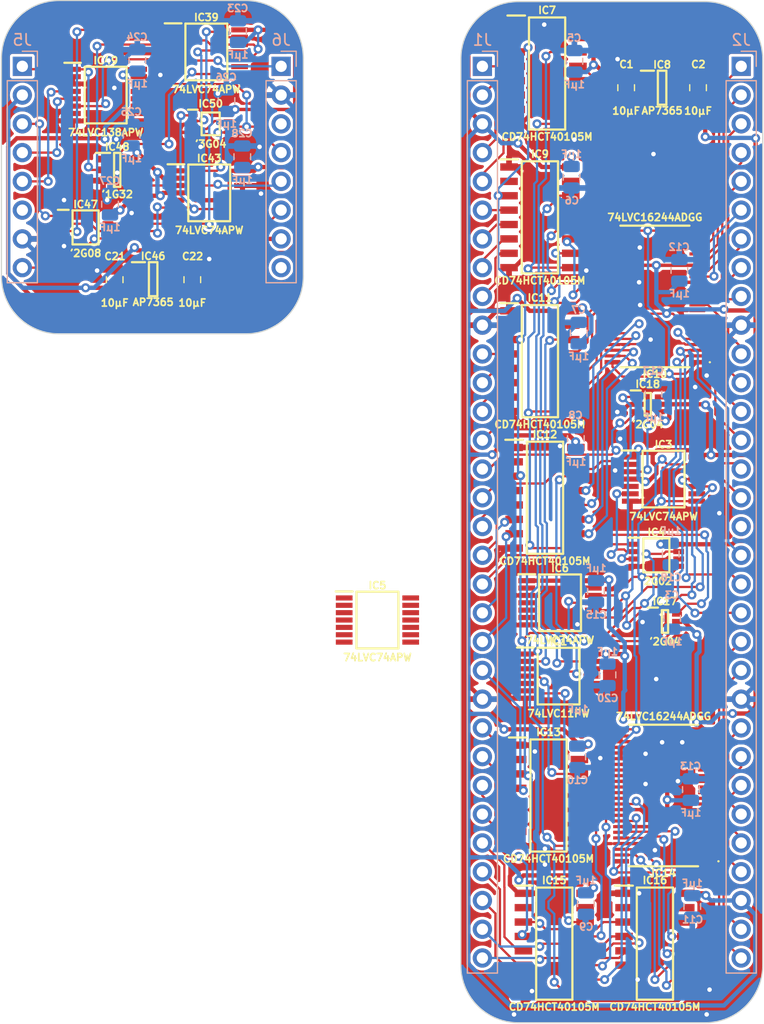
<source format=kicad_pcb>
(kicad_pcb (version 20221018) (generator pcbnew)
  (layers (0 "F.Cu" signal) (31 "B.Cu" signal) (34 "B.Paste" user) (36 "B.SilkS" user "B.Silkscreen") (37 "F.SilkS" user "F.Silkscreen") (38 "B.Mask" user) (39 "F.Mask" user) (44 "Edge.Cuts" user))
  (net 0 "")
  (net 17 "/Asynchronous Write (FIFO)/Data Out Ready")
  (net 18 "/Asynchronous Write (FIFO)/A_{OUT}19")
  (net 19 "/Asynchronous Write (FIFO)/A_{OUT}18")
  (net 20 "/Asynchronous Write (FIFO)/5V")
  (net 21 "/Asynchronous Write (FIFO)/GND")
  (net 22 "/Asynchronous Write (FIFO)/3.3V")
  (net 23 "/Asynchronous Write (PHI2 Hold)/5V")
  (net 24 "/Asynchronous Write (PHI2 Hold)/GND")
  (net 25 "/Asynchronous Write (PHI2 Hold)/3.3V")
  (net 26 "/Asynchronous Write (FIFO)/DOR0")
  (net 27 "/Asynchronous Write (FIFO)/DOR1")
  (net 28 "/Asynchronous Write (FIFO)/DOR3")
  (net 29 "/Asynchronous Write (FIFO)/DOR4")
  (net 30 "/Asynchronous Write (FIFO)/DOR5")
  (net 31 "/Asynchronous Write (FIFO)/DOR3·DOR4·DOR5")
  (net 32 "/Asynchronous Write (FIFO)/DOR6")
  (net 33 "/Asynchronous Write (FIFO)/DOR0·DOR1·DOR2")
  (net 34 "/Asynchronous Write (FIFO)/DOR2")
  (net 35 "/Asynchronous Write (FIFO)/~{Data Write}")
  (net 36 "/Asynchronous Write (FIFO)/~{Data Write}_{OUT}")
  (net 37 "/Asynchronous Write (FIFO)/PHI2")
  (net 38 "/Asynchronous Write (FIFO)/~{Video SI}")
  (net 39 "/Asynchronous Write (FIFO)/~{Clear Data Write}")
  (net 40 "/Asynchronous Write (FIFO)/Pixel Clock")
  (net 41 "/Asynchronous Write (FIFO)/~{RESET}")
  (net 42 "/Asynchronous Write (FIFO)/~{CS}")
  (net 43 "/Asynchronous Write (FIFO)/SI")
  (net 44 "/Asynchronous Write (FIFO)/~{Pixel Clock}")
  (net 45 "/Asynchronous Write (FIFO)/D0")
  (net 46 "/Asynchronous Write (FIFO)/D1")
  (net 47 "/Asynchronous Write (FIFO)/D2")
  (net 48 "/Asynchronous Write (FIFO)/D3")
  (net 49 "/Asynchronous Write (FIFO)/RESET")
  (net 50 "/Asynchronous Write (FIFO)/D_{OUT}3")
  (net 51 "/Asynchronous Write (FIFO)/D_{OUT}2")
  (net 52 "/Asynchronous Write (FIFO)/D_{OUT}1")
  (net 53 "/Asynchronous Write (FIFO)/D_{OUT}0")
  (net 54 "/Asynchronous Write (FIFO)/D4")
  (net 55 "/Asynchronous Write (FIFO)/D5")
  (net 56 "/Asynchronous Write (FIFO)/D6")
  (net 57 "/Asynchronous Write (FIFO)/D7")
  (net 58 "/Asynchronous Write (FIFO)/D_{OUT}7")
  (net 59 "/Asynchronous Write (FIFO)/D_{OUT}6")
  (net 60 "/Asynchronous Write (FIFO)/D_{OUT}5")
  (net 61 "/Asynchronous Write (FIFO)/D_{OUT}4")
  (net 62 "/Asynchronous Write (FIFO)/A_{W}7")
  (net 63 "/Asynchronous Write (FIFO)/A_{W}6")
  (net 64 "/Asynchronous Write (FIFO)/A_{W}5")
  (net 65 "/Asynchronous Write (FIFO)/A_{W}4")
  (net 66 "/Asynchronous Write (FIFO)/A_{W}3")
  (net 67 "/Asynchronous Write (FIFO)/A_{W}2")
  (net 68 "/Asynchronous Write (FIFO)/A_{W}1")
  (net 69 "/Asynchronous Write (FIFO)/A_{W}0")
  (net 70 "/Asynchronous Write (FIFO)/D_{W}7")
  (net 71 "/Asynchronous Write (FIFO)/D_{W}6")
  (net 72 "/Asynchronous Write (FIFO)/D_{W}5")
  (net 73 "/Asynchronous Write (FIFO)/D_{W}4")
  (net 74 "/Asynchronous Write (FIFO)/D_{W}3")
  (net 75 "/Asynchronous Write (FIFO)/D_{W}2")
  (net 76 "/Asynchronous Write (FIFO)/D_{W}1")
  (net 77 "/Asynchronous Write (FIFO)/D_{W}0")
  (net 78 "/Asynchronous Write (FIFO)/A_{OUT}0")
  (net 79 "/Asynchronous Write (FIFO)/A_{OUT}1")
  (net 80 "/Asynchronous Write (FIFO)/A_{OUT}2")
  (net 81 "/Asynchronous Write (FIFO)/A_{OUT}3")
  (net 82 "/Asynchronous Write (FIFO)/A_{OUT}4")
  (net 83 "/Asynchronous Write (FIFO)/A_{OUT}5")
  (net 84 "/Asynchronous Write (FIFO)/A_{OUT}6")
  (net 85 "/Asynchronous Write (FIFO)/A_{OUT}7")
  (net 86 "/Asynchronous Write (FIFO)/A0")
  (net 87 "/Asynchronous Write (FIFO)/A1")
  (net 88 "/Asynchronous Write (FIFO)/A2")
  (net 89 "/Asynchronous Write (FIFO)/A3")
  (net 90 "/Asynchronous Write (FIFO)/A4")
  (net 91 "/Asynchronous Write (FIFO)/A5")
  (net 92 "/Asynchronous Write (FIFO)/A6")
  (net 93 "/Asynchronous Write (FIFO)/A7")
  (net 94 "/Asynchronous Write (FIFO)/A8")
  (net 95 "/Asynchronous Write (FIFO)/A9")
  (net 96 "/Asynchronous Write (FIFO)/A10")
  (net 97 "/Asynchronous Write (FIFO)/A11")
  (net 98 "/Asynchronous Write (FIFO)/A_{OUT}11")
  (net 99 "/Asynchronous Write (FIFO)/A_{OUT}10")
  (net 100 "/Asynchronous Write (FIFO)/A_{OUT}9")
  (net 101 "/Asynchronous Write (FIFO)/A_{OUT}8")
  (net 102 "/Asynchronous Write (FIFO)/A_{W}17")
  (net 103 "/Asynchronous Write (FIFO)/A_{W}16")
  (net 104 "/Asynchronous Write (FIFO)/A_{W}15")
  (net 105 "/Asynchronous Write (FIFO)/A_{W}14")
  (net 106 "/Asynchronous Write (FIFO)/A_{W}13")
  (net 107 "/Asynchronous Write (FIFO)/A_{W}12")
  (net 108 "/Asynchronous Write (FIFO)/A_{W}11")
  (net 109 "/Asynchronous Write (FIFO)/A_{W}10")
  (net 110 "/Asynchronous Write (FIFO)/A_{W}9")
  (net 111 "/Asynchronous Write (FIFO)/A_{W}8")
  (net 112 "/Asynchronous Write (FIFO)/A_{OUT}12")
  (net 113 "/Asynchronous Write (FIFO)/A_{OUT}13")
  (net 114 "/Asynchronous Write (FIFO)/A_{OUT}14")
  (net 115 "/Asynchronous Write (FIFO)/A_{OUT}15")
  (net 116 "/Asynchronous Write (FIFO)/A_{OUT}16")
  (net 117 "/Asynchronous Write (FIFO)/A_{OUT}17")
  (net 118 "/Asynchronous Write (FIFO)/A12")
  (net 119 "/Asynchronous Write (FIFO)/A13")
  (net 120 "/Asynchronous Write (FIFO)/A14")
  (net 121 "/Asynchronous Write (FIFO)/A15")
  (net 122 "/Asynchronous Write (FIFO)/A16")
  (net 123 "/Asynchronous Write (FIFO)/A17")
  (net 124 "Net-(IC39A-~{1RD})")
  (net 125 "/Asynchronous Write (PHI2 Hold)/PHI2")
  (net 126 "/Asynchronous Write (PHI2 Hold)/PHI2 Risen")
  (net 128 "/Asynchronous Write (PHI2 Hold)/~{Video Write Progress}")
  (net 130 "/Asynchronous Write (PHI2 Hold)/Video Write Waiting")
  (net 131 "Net-(IC39B-~{2RD})")
  (net 132 "Net-(IC43A-~{1RD})")
  (net 133 "/Asynchronous Write (PHI2 Hold)/~{Video Write}")
  (net 135 "/Asynchronous Write (PHI2 Hold)/~{Video Write Done}")
  (net 139 "/Asynchronous Write (PHI2 Hold)/~{RESET}")
  (net 140 "/Asynchronous Write (PHI2 Hold)/Pixel Clock")
  (net 141 "/Asynchronous Write (PHI2 Hold)/~{CS}")
  (net 142 "/Asynchronous Write (PHI2 Hold)/~{WD}")
  (net 149 "/Asynchronous Write (PHI2 Hold)/~{Video Write Waiting}")
  (net 151 "Net-(IC50A-1Y)")
  (net 157 "/Asynchronous Write (FIFO)/~{2X PHI2}")
  (net 158 "/Asynchronous Write (FIFO)/Data Out Ready Flop")
  (net 159 "Net-(IC18A-1A)")
  (net 162 "/Asynchronous Write (FIFO)/~{SO}")
  (net 164 "/Asynchronous Write (FIFO)/2X PHI2")
  (footprint "SamacSys_Parts:C_0805" (layer "F.Cu") (at 143.51 78.105)
    (fp_text reference "C2")
    (fp_text value "10µF")
  )
  (footprint "SamacSys_Parts:SOP65P640X110-14N" (layer "F.Cu") (at 100.33 87.376)
    (fp_text reference "IC43")
    (fp_text value "74LVC74APW,118" hide)
  )
  (footprint "SamacSys_Parts:74LVC16244ADGG112" (layer "F.Cu") (at 139.7 96.52 180)
    (fp_text reference "IC10")
    (fp_text value "74LVC16244ADGG,112" hide)
  )
  (footprint "SamacSys_Parts:SOIC127P600X175-16N" (layer "F.Cu") (at 129.54 89.535)
    (fp_text reference "IC9")
    (fp_text value "CD74HCT40105M")
  )
  (footprint "SamacSys_Parts:SOP65P640X110-16N" (layer "F.Cu") (at 91.186 78.74)
    (fp_text reference "IC49")
    (fp_text value "74LVC138APW-Q100J" hide)
  )
  (footprint "SamacSys_Parts:SOT95P275X110-5N" (layer "F.Cu") (at 92.202 85.344)
    (fp_text reference "IC48")
    (fp_text value "74LVC1G32GV,125" hide)
  )
  (footprint "SamacSys_Parts:SOP65P640X110-14N" (layer "F.Cu") (at 131.318 123.571)
    (fp_text reference "IC6")
    (fp_text value "74LVC74APW,118" hide)
  )
  (footprint "SamacSys_Parts:SOIC127P600X175-16N" (layer "F.Cu") (at 139.7 153.67)
    (fp_text reference "IC16")
    (fp_text value "CD74HCT40105M")
  )
  (footprint "SamacSys_Parts:SOP65P640X110-14N" (layer "F.Cu") (at 140.462 112.649)
    (fp_text reference "IC3")
    (fp_text value "74LVC74APW,118" hide)
  )
  (footprint "SamacSys_Parts:SOT95P285X130-5N" (layer "F.Cu") (at 95.377 94.996)
    (fp_text reference "IC46")
    (fp_text value "AP7365-33WG-7" hide)
  )
  (footprint "SamacSys_Parts:SOP65P210X110-6N" (layer "F.Cu") (at 140.589 125.222)
    (fp_text reference "IC17")
    (fp_text value "74LVC2G04GW-Q100H" hide)
  )
  (footprint "SamacSys_Parts:SOIC127P600X175-16N" (layer "F.Cu") (at 130.81 153.67)
    (fp_text reference "IC15")
    (fp_text value "CD74HCT40105M")
  )
  (footprint "SamacSys_Parts:SOP65P400X110-8N" (layer "F.Cu") (at 89.408 90.424)
    (fp_text reference "IC47")
    (fp_text value "74LVC2G08DP-Q100H" hide)
  )
  (footprint "SamacSys_Parts:SOIC127P600X175-16N" (layer "F.Cu") (at 130.302 140.589)
    (fp_text reference "IC13")
    (fp_text value "CD74HCT40105M")
  )
  (footprint "SamacSys_Parts:SOP65P640X110-14N" (layer "F.Cu") (at 100.076 74.93)
    (fp_text reference "IC39")
    (fp_text value "74LVC74APW,118" hide)
  )
  (footprint "SamacSys_Parts:SOP50P310X90-8N" (layer "F.Cu") (at 100.457 81.28)
    (fp_text reference "IC50")
    (fp_text value "SN74LVC3G04DCUR" hide)
  )
  (footprint "SamacSys_Parts:SOIC127P600X175-16N" (layer "F.Cu") (at 129.54 102.235)
    (fp_text reference "IC11")
    (fp_text value "CD74HCT40105M")
  )
  (footprint "SamacSys_Parts:SOIC127P600X175-16N" (layer "F.Cu") (at 129.99 114.3)
    (fp_text reference "IC12")
    (fp_text value "CD74HCT40105M")
  )
  (footprint "SamacSys_Parts:C_0805" (layer "F.Cu") (at 91.978 95.057)
    (fp_text reference "C21")
    (fp_text value "10µF")
  )
  (footprint "SamacSys_Parts:SOP65P210X110-6N" (layer "F.Cu") (at 139.065 106.045)
    (fp_text reference "IC18")
    (fp_text value "74LVC2G04GW-Q100H" hide)
  )
  (footprint "SamacSys_Parts:SOIC127P600X175-16N" (layer "F.Cu") (at 130.175 76.835)
    (fp_text reference "IC7")
    (fp_text value "CD74HCT40105M")
  )
  (footprint "SamacSys_Parts:C_0805" (layer "F.Cu") (at 137.16 78.105)
    (fp_text reference "C1")
    (fp_text value "10µF")
  )
  (footprint "SamacSys_Parts:74LVC16244ADGG112" (layer "F.Cu") (at 140.462 140.589 180)
    (fp_text reference "IC14")
    (fp_text value "74LVC16244ADGG,112" hide)
  )
  (footprint "SamacSys_Parts:SOP65P640X110-14N" (layer "F.Cu") (at 115.189 125.095)
    (fp_text reference "IC5")
    (fp_text value "74LVC74APW,118" hide)
  )
  (footprint "SamacSys_Parts:SOT95P285X130-5N" (layer "F.Cu") (at 140.335 78.089)
    (fp_text reference "IC8")
    (fp_text value "AP7365-33WG-7" hide)
  )
  (footprint "SamacSys_Parts:C_0805" (layer "F.Cu") (at 98.836 95.057)
    (fp_text reference "C22")
    (fp_text value "10µF")
  )
  (footprint "SamacSys_Parts:SOP65P640X110-14N" (layer "F.Cu") (at 131.191 130.048)
    (fp_text reference "IC1")
    (fp_text value "74LVC11PW,112" hide)
  )
  (footprint "SamacSys_Parts:SOP65P400X110-8N" (layer "F.Cu") (at 139.827 119.38)
    (fp_text reference "IC4")
    (fp_text value "74LVC2G02DP,125" hide)
  )
  (footprint "Connector_PinHeader_2.54mm:PinHeader_1x32_P2.54mm_Vertical" (layer "B.Cu") (at 147.32 76.2 180)
    (fp_text reference "J2")
    (fp_text value "Conn_01x32_Pin")
  )
  (footprint "SamacSys_Parts:C_0805" (layer "B.Cu") (at 134.493 122.555)
    (fp_text reference "C15")
    (fp_text value "1μF")
  )
  (footprint "SamacSys_Parts:C_0805" (layer "B.Cu") (at 101.854 79.248 180)
    (fp_text reference "C26")
    (fp_text value "1μF")
  )
  (footprint "SamacSys_Parts:C_0805" (layer "B.Cu") (at 103.251 84.201 180)
    (fp_text reference "C28")
    (fp_text value "1μF")
  )
  (footprint "Connector_PinHeader_2.54mm:PinHeader_1x32_P2.54mm_Vertical" (layer "B.Cu") (at 124.46 76.2 180)
    (fp_text reference "J1")
    (fp_text value "Conn_01x32_Pin")
  )
  (footprint "SamacSys_Parts:C_0805" (layer "B.Cu") (at 143.002 150.368)
    (fp_text reference "C11")
    (fp_text value "1μF")
  )
  (footprint "SamacSys_Parts:C_0805" (layer "B.Cu") (at 93.98 75.692 180)
    (fp_text reference "C24")
    (fp_text value "1μF")
  )
  (footprint "SamacSys_Parts:C_0805" (layer "B.Cu") (at 132.715 109.093 180)
    (fp_text reference "C8")
    (fp_text value "1μF")
  )
  (footprint "SamacSys_Parts:C_0805" (layer "B.Cu") (at 132.334 85.979)
    (fp_text reference "C6")
    (fp_text value "1μF")
  )
  (footprint "SamacSys_Parts:C_0805" (layer "B.Cu") (at 102.87 73.152 180)
    (fp_text reference "C23")
    (fp_text value "1μF")
  )
  (footprint "SamacSys_Parts:C_0805" (layer "B.Cu") (at 141.097 119.253)
    (fp_text reference "C18")
    (fp_text value "1μF")
  )
  (footprint "SamacSys_Parts:C_0805" (layer "B.Cu") (at 133.604 150.114)
    (fp_text reference "C9")
    (fp_text value "1μF")
  )
  (footprint "Connector_PinHeader_2.54mm:PinHeader_1x08_P2.54mm_Vertical" (layer "B.Cu") (at 83.82 76.2 180)
    (fp_text reference "J5")
    (fp_text value "Conn_01x08_Pin")
  )
  (footprint "Connector_PinHeader_2.54mm:PinHeader_1x08_P2.54mm_Vertical" (layer "B.Cu") (at 106.68 76.2 180)
    (fp_text reference "J6")
    (fp_text value "Conn_01x08_Pin")
  )
  (footprint "SamacSys_Parts:C_0805" (layer "B.Cu") (at 141.224 124.968 180)
    (fp_text reference "C3")
    (fp_text value "1μF")
  )
  (footprint "SamacSys_Parts:C_0805" (layer "B.Cu") (at 142.875 140.081 180)
    (fp_text reference "C13")
    (fp_text value "1μF")
  )
  (footprint "SamacSys_Parts:C_0805" (layer "B.Cu") (at 135.509 129.921)
    (fp_text reference "C20")
    (fp_text value "1μF")
  )
  (footprint "SamacSys_Parts:C_0805" (layer "B.Cu") (at 139.573 105.156 180)
    (fp_text reference "C17")
    (fp_text value "1μF")
  )
  (footprint "SamacSys_Parts:C_0805" (layer "B.Cu") (at 141.859 94.234 180)
    (fp_text reference "C12")
    (fp_text value "1μF")
  )
  (footprint "SamacSys_Parts:C_0805" (layer "B.Cu") (at 132.842 137.16)
    (fp_text reference "C10")
    (fp_text value "1μF")
  )
  (footprint "SamacSys_Parts:C_0805" (layer "B.Cu") (at 132.588 75.774 180)
    (fp_text reference "C5")
    (fp_text value "1μF")
  )
  (footprint "SamacSys_Parts:C_0805" (layer "B.Cu") (at 93.472 82.296 180)
    (fp_text reference "C25")
    (fp_text value "1μF")
  )
  (footprint "SamacSys_Parts:C_0805" (layer "B.Cu") (at 91.567 88.392 180)
    (fp_text reference "C27")
    (fp_text value "1μF")
  )
  (footprint "SamacSys_Parts:C_0805" (layer "B.Cu") (at 132.969 99.777 180)
    (fp_text reference "C7")
    (fp_text value "1μF")
  )
  (gr_line (start 108.645 94.742) (end 108.645 75.474102) (stroke (width 0.1)) (layer "Edge.Cuts"))
  (gr_arc (start 103.565 70.394102) (mid 107.157102 71.882) (end 108.645 75.474102) (stroke (width 0.1)) (layer "Edge.Cuts"))
  (gr_arc (start 87.055 99.822) (mid 83.462898 98.334102) (end 81.975 94.742) (stroke (width 0.1)) (layer "Edge.Cuts"))
  (gr_line (start 81.975 75.474102) (end 81.975 94.742) (stroke (width 0.1)) (layer "Edge.Cuts"))
  (gr_arc (start 144.145 70.485) (mid 147.737102 71.972898) (end 149.225 75.565) (stroke (width 0.1)) (layer "Edge.Cuts"))
  (gr_line (start 149.225 155.575) (end 149.225 75.565) (stroke (width 0.1)) (layer "Edge.Cuts"))
  (gr_arc (start 81.975 75.474102) (mid 83.462898 71.882) (end 87.055 70.394102) (stroke (width 0.1)) (layer "Edge.Cuts"))
  (gr_arc (start 127.635 160.655) (mid 124.042898 159.167102) (end 122.555 155.575) (stroke (width 0.1)) (layer "Edge.Cuts"))
  (gr_line (start 103.565 99.822) (end 87.055 99.822) (stroke (width 0.1)) (layer "Edge.Cuts"))
  (gr_arc (start 108.645 94.742) (mid 107.157102 98.334102) (end 103.565 99.822) (stroke (width 0.1)) (layer "Edge.Cuts"))
  (gr_line (start 87.055 70.394102) (end 103.565 70.394102) (stroke (width 0.1)) (layer "Edge.Cuts"))
  (gr_line (start 144.145 160.655) (end 127.635 160.655) (stroke (width 0.1)) (layer "Edge.Cuts"))
  (gr_line (start 127.635 70.485) (end 144.145 70.485) (stroke (width 0.1)) (layer "Edge.Cuts"))
  (gr_arc (start 149.225 155.575) (mid 147.737102 159.167102) (end 144.145 160.655) (stroke (width 0.1)) (layer "Edge.Cuts"))
  (gr_arc (start 122.555 75.565) (mid 124.042898 71.972898) (end 127.635 70.485) (stroke (width 0.1)) (layer "Edge.Cuts"))
  (gr_line (start 122.555 75.565) (end 122.555 155.575) (stroke (width 0.1)) (layer "Edge.Cuts"))
  (segment (start 142.425 156.845) (end 141.224 156.845) (width 0.2) (layer "F.Cu") (net 18))
  (segment (start 138.481 145.339) (end 139.827 146.685) (width 0.2) (layer "F.Cu") (net 18))
  (segment (start 136.712 145.339) (end 138.481 145.339) (width 0.2) (layer "F.Cu") (net 18))
  (segment (start 141.224 156.845) (end 140.716 157.353) (width 0.2) (layer "F.Cu") (net 18))
  (via (at 140.716 157.353) (size 0.8) (drill 0.4) (layers "F.Cu" "B.Cu") (net 18))
  (via (at 139.827 146.685) (size 0.8) (drill 0.4) (layers "F.Cu" "B.Cu") (net 18))
  (segment (start 140.716 156.128769) (end 140.716 157.353) (width 0.2) (layer "B.Cu") (net 18))
  (segment (start 140.082 155.494769) (end 140.716 156.128769) (width 0.2) (layer "B.Cu") (net 18))
  (segment (start 139.827 146.685) (end 140.082 146.94) (width 0.2) (layer "B.Cu") (net 18))
  (segment (start 140.082 146.94) (end 140.082 155.494769) (width 0.2) (layer "B.Cu") (net 18))
  (segment (start 137.99105 145.839) (end 138.443654 146.291604) (width 0.2) (layer "F.Cu") (net 19))
  (segment (start 142.425 155.575) (end 140.97 155.575) (width 0.2) (layer "F.Cu") (net 19))
  (segment (start 136.712 145.839) (end 137.99105 145.839) (width 0.2) (layer "F.Cu") (net 19))
  (segment (start 140.97 155.575) (end 139.7 156.845) (width 0.2) (layer "F.Cu") (net 19))
  (via (at 138.443654 146.291604) (size 0.8) (drill 0.4) (layers "F.Cu" "B.Cu") (net 19))
  (via (at 139.7 156.845) (size 0.8) (drill 0.4) (layers "F.Cu" "B.Cu") (net 19))
  (segment (start 138.443654 146.291604) (end 139.682 147.52995) (width 0.2) (layer "B.Cu") (net 19))
  (segment (start 139.682 156.827) (end 139.7 156.845) (width 0.2) (layer "B.Cu") (net 19))
  (segment (start 139.682 147.52995) (end 139.682 156.827) (width 0.2) (layer "B.Cu") (net 19))
  (segment (start 133.190512 147.646) (end 134.282 148.737488) (width 0.38) (layer "F.Cu") (net 20))
  (segment (start 125.737072 109.502928) (end 126.448791 108.791209) (width 0.38) (layer "F.Cu") (net 20))
  (segment (start 132.265 85.09) (end 129.704551 85.09) (width 0.38) (layer "F.Cu") (net 20))
  (segment (start 132.265 84.27) (end 132.334 84.201) (width 0.38) (layer "F.Cu") (net 20))
  (segment (start 133.027 136.144) (end 133.70677 136.144) (width 0.38) (layer "F.Cu") (net 20))
  (segment (start 128.640254 97.79) (end 127.536 96.685746) (width 0.38) (layer "F.Cu") (net 20))
  (segment (start 133.766503 72.39) (end 134.274503 72.898) (width 0.38) (layer "F.Cu") (net 20))
  (segment (start 123.22 80.04) (end 124.46 81.28) (width 0.38) (layer "F.Cu") (net 20))
  (segment (start 132.9 71.987) (end 132.588 71.675) (width 0.38) (layer "F.Cu") (net 20))
  (segment (start 142.425 149.225) (end 144.011228 149.225) (width 0.38) (layer "F.Cu") (net 20))
  (segment (start 132.265 97.79) (end 133.0439 97.79) (width 0.38) (layer "F.Cu") (net 20))
  (segment (start 140 79.029) (end 140 77.262) (width 0.38) (layer "F.Cu") (net 20))
  (segment (start 132.265 97.79) (end 128.640254 97.79) (width 0.38) (layer "F.Cu") (net 20))
  (segment (start 139.035 79.039) (end 139.99 79.039) (width 0.38) (layer "F.Cu") (net 20))
  (segment (start 139.877 77.139) (end 139.035 77.139) (width 0.38) (layer "F.Cu") (net 20))
  (segment (start 139.99 79.039) (end 140 79.029) (width 0.38) (layer "F.Cu") (net 20))
  (segment (start 125.320159 110.49) (end 125.737072 110.073087) (width 0.38) (layer "F.Cu") (net 20))
  (segment (start 137.16 79.039) (end 139.035 79.039) (width 0.38) (layer "F.Cu") (net 20))
  (segment (start 140 77.262) (end 139.877 77.139) (width 0.38) (layer "F.Cu") (net 20))
  (segment (start 144.011228 149.225) (end 144.199004 149.412776) (width 0.38) (layer "F.Cu") (net 20))
  (segment (start 123.22 74.773) (end 123.22 80.04) (width 0.38) (layer "F.Cu") (net 20))
  (segment (start 126.448791 108.791209) (end 132.135018 108.791209) (width 0.38) (layer "F.Cu") (net 20))
  (segment (start 128.091784 147.646) (end 133.190512 147.646) (width 0.38) (layer "F.Cu") (net 20))
  (segment (start 133.0439 97.79) (end 133.310998 97.522902) (width 0.38) (layer "F.Cu") (net 20))
  (segment (start 125.737072 110.073087) (end 125.737072 109.502928) (width 0.38) (layer "F.Cu") (net 20))
  (segment (start 132.588 71.675) (end 126.318 71.675) (width 0.38) (layer "F.Cu") (net 20))
  (segment (start 126.318 71.675) (end 123.22 74.773) (width 0.38) (layer "F.Cu") (net 20))
  (segment (start 131.63 134.747) (end 126.365 134.747) (width 0.38) (layer "F.Cu") (net 20))
  (segment (start 132.265 85.09) (end 132.265 84.27) (width 0.38) (layer "F.Cu") (net 20))
  (segment (start 133.70677 136.144) (end 133.811385 136.039385) (width 0.38) (layer "F.Cu") (net 20))
  (segment (start 132.135018 108.791209) (end 132.696856 109.353047) (width 0.38) (layer "F.Cu") (net 20))
  (segment (start 132.9 72.39) (end 132.9 71.987) (width 0.38) (layer "F.Cu") (net 20))
  (segment (start 132.9 72.39) (end 133.766503 72.39) (width 0.38) (layer "F.Cu") (net 20))
  (segment (start 127.678 148.059784) (end 128.091784 147.646) (width 0.38) (layer "F.Cu") (net 20))
  (segment (start 133.027 136.144) (end 131.63 134.747) (width 0.38) (layer "F.Cu") (net 20))
  (segment (start 129.704551 85.09) (end 127.605 82.990449) (width 0.38) (layer "F.Cu") (net 20))
  (segment (start 137.16 78.769097) (end 134.274503 75.8836) (width 0.38) (layer "F.Cu") (net 20))
  (segment (start 134.274503 75.8836) (end 134.274503 72.898) (width 0.38) (layer "F.Cu") (net 20))
  (via (at 132.334 84.201) (size 0.8) (drill 0.4) (layers "F.Cu" "B.Cu") (net 20))
  (via (at 144.199004 149.412776) (size 0.8) (drill 0.4) (layers "F.Cu" "B.Cu") (net 20))
  (via (at 127.605 82.990449) (size 0.8) (drill 0.4) (layers "F.Cu" "B.Cu") (net 20))
  (via (at 133.811385 136.039385) (size 0.8) (drill 0.4) (layers "F.Cu" "B.Cu") (net 20))
  (via (at 132.696856 109.353047) (size 0.8) (drill 0.4) (layers "F.Cu" "B.Cu") (net 20))
  (via (at 125.320159 110.49) (size 0.8) (drill 0.4) (layers "F.Cu" "B.Cu") (net 20))
  (via (at 127.536 96.685746) (size 0.8) (drill 0.4) (layers "F.Cu" "B.Cu") (net 20))
  (via (at 134.282 148.737488) (size 0.8) (drill 0.4) (layers "F.Cu" "B.Cu") (net 20))
  (via (at 126.365 134.747) (size 0.8) (drill 0.4) (layers "F.Cu" "B.Cu") (net 20))
  (via (at 127.678 148.059784) (size 0.8) (drill 0.4) (layers "F.Cu" "B.Cu") (net 20))
  (via (at 134.274503 76.073002) (size 0.8) (drill 0.4) (layers "F.Cu" "B.Cu") (net 20))
  (via (at 133.310998 97.522902) (size 0.8) (drill 0.4) (layers "F.Cu" "B.Cu") (net 20))
  (segment (start 127.678 147.49) (end 127.678 148.059784) (width 0.38) (layer "B.Cu") (net 20))
  (segment (start 123.22 146.05) (end 123.22 133.477) (width 0.38) (layer "B.Cu") (net 20))
  (segment (start 134.282 148.737488) (end 134.046512 148.737488) (width 0.38) (layer "B.Cu") (net 20))
  (segment (start 124.998 133.38) (end 126.365 134.747) (width 0.38) (layer "B.Cu") (net 20))
  (segment (start 123.22 97.79) (end 123.22 82.52) (width 0.38) (layer "B.Cu") (net 20))
  (segment (start 144.646228 149.86) (end 144.199004 149.412776) (width 0.38) (layer "B.Cu") (net 20))
  (segment (start 123.317 133.38) (end 124.998 133.38) (width 0.38) (layer "B.Cu") (net 20))
  (segment (start 123.22 110.49) (end 125.320159 110.49) (width 0.38) (layer "B.Cu") (net 20))
  (segment (start 132.715 109.371191) (end 132.696856 109.353047) (width 0.38) (layer "B.Cu") (net 20))
  (segment (start 132.334 84.201) (end 132.334 85.045) (width 0.38) (layer "B.Cu") (net 20))
  (segment (start 123.22 82.52) (end 124.46 81.28) (width 0.38) (layer "B.Cu") (net 20))
  (segment (start 123.22 133.477) (end 123.22 110.49) (width 0.38) (layer "B.Cu") (net 20))
  (segment (start 145.796 159.131) (end 126.897375 159.131) (width 0.38) (layer "B.Cu") (net 20))
  (segment (start 148.56 151.1) (end 148.56 156.367) (width 0.38) (layer "B.Cu") (net 20))
  (segment (start 144.199004 149.412776) (end 142.986224 149.412776) (width 0.38) (layer "B.Cu") (net 20))
  (segment (start 123.22 110.49) (end 123.22 97.79) (width 0.38) (layer "B.Cu") (net 20))
  (segment (start 133.639505 76.708) (end 134.274503 76.073002) (width 0.38) (layer "B.Cu") (net 20))
  (segment (start 134.084 99.596) (end 134.084 98.295904) (width 0.38) (layer "B.Cu") (net 20))
  (segment (start 132.588 76.708) (end 133.639505 76.708) (width 0.38) (layer "B.Cu") (net 20))
  (segment (start 126.170449 82.990449) (end 127.605 82.990449) (width 0.38) (layer "B.Cu") (net 20))
  (segment (start 147.32 149.86) (end 148.56 151.1) (width 0.38) (layer "B.Cu") (net 20))
  (segment (start 132.969 100.711) (end 134.084 99.596) (width 0.38) (layer "B.Cu") (net 20))
  (segment (start 126.238 146.05) (end 127.678 147.49) (width 0.38) (layer "B.Cu") (net 20))
  (segment (start 123.22 146.05) (end 126.238 146.05) (width 0.38) (layer "B.Cu") (net 20))
  (segment (start 123.22 133.477) (end 123.317 133.38) (width 0.38) (layer "B.Cu") (net 20))
  (segment (start 133.811385 136.039385) (end 133.028615 136.039385) (width 0.38) (layer "B.Cu") (net 20))
  (segment (start 132.715 110.027) (end 132.715 109.371191) (width 0.38) (layer "B.Cu") (net 20))
  (segment (start 147.32 149.86) (end 144.646228 149.86) (width 0.38) (layer "B.Cu") (net 20))
  (segment (start 134.084 98.295904) (end 133.310998 97.522902) (width 0.38) (layer "B.Cu") (net 20))
  (segment (start 123.22 97.79) (end 126.431746 97.79) (width 0.38) (layer "B.Cu") (net 20))
  (segment (start 148.56 156.367) (end 145.796 159.131) (width 0.38) (layer "B.Cu") (net 20))
  (segment (start 126.897375 159.131) (end 123.22 155.453625) (width 0.38) (layer "B.Cu") (net 20))
  (segment (start 124.46 81.28) (end 126.170449 82.990449) (width 0.38) (layer "B.Cu") (net 20))
  (segment (start 134.046512 148.737488) (end 133.604 149.18) (width 0.38) (layer "B.Cu") (net 20))
  (segment (start 123.22 155.453625) (end 123.22 146.05) (width 0.38) (layer "B.Cu") (net 20))
  (segment (start 126.431746 97.79) (end 127.536 96.685746) (width 0.38) (layer "B.Cu") (net 20))
  (segment (start 128.085 158.115) (end 128.339 157.861) (width 0.38) (layer "F.Cu") (net 21))
  (segment (start 139.124 144.839) (end 139.7 145.415) (width 0.3) (layer "F.Cu") (net 21))
  (segment (start 128.778 72.39) (end 127.45 72.39) (width 0.38) (layer "F.Cu") (net 21))
  (segment (start 126.746 94.869) (end 126.746 97.721) (width 0.38) (layer "F.Cu") (net 21))
  (segment (start 141.732 107.95) (end 140.501245 109.180755) (width 0.38) (layer "F.Cu") (net 21))
  (segment (start 136.712 139.339) (end 138.639 139.339) (width 0.3) (layer "F.Cu") (net 21))
  (segment (start 126.888 148.478) (end 126.888 147.732555) (width 0.38) (layer "F.Cu") (net 21))
  (segment (start 136.374849 106.724524) (end 134.448476 106.724524) (width 0.38) (layer "F.Cu") (net 21))
  (segment (start 137.852 120.355) (end 137.656 120.551) (width 0.38) (layer "F.Cu") (net 21))
  (segment (start 136.712 136.839) (end 136.712 137.339) (width 0.25) (layer "F.Cu") (net 21))
  (segment (start 135.99 100.73) (end 138.919 100.73) (width 0.2) (layer "F.Cu") (net 21))
  (segment (start 137.656 120.551) (end 135.957229 120.551) (width 0.38) (layer "F.Cu") (net 21))
  (segment (start 143.45 92.27) (end 138.433002 92.27) (width 0.2) (layer "F.Cu") (net 21))
  (segment (start 138.873 141.416) (end 138.873 139.573) (width 0.3) (layer "F.Cu") (net 21))
  (segment (start 136.975 156.845) (end 136.975 158.115) (width 0.38) (layer "F.Cu") (net 21))
  (segment (start 142.39995 100.77) (end 142.29995 100.67) (width 0.2) (layer "F.Cu") (net 21))
  (segment (start 129.286 72.898) (end 128.778 72.39) (width 0.38) (layer "F.Cu") (net 21))
  (segment (start 136.712 135.839) (end 136.712 135.339) (width 0.25) (layer "F.Cu") (net 21))
  (segment (start 134.108975 109.089975) (end 136.624981 109.089975) (width 0.38) (layer "F.Cu") (net 21))
  (segment (start 138.44 137.339) (end 138.873 136.906) (width 0.3) (layer "F.Cu") (net 21))
  (segment (start 137.16 77.139) (end 138.11 78.089) (width 0.38) (layer "F.Cu") (net 21))
  (segment (start 138.658092 125.221859) (end 138.607537 125.272414) (width 0.38) (layer "F.Cu") (net 21))
  (segment (start 125.73 97.79) (end 126.815 97.79) (width 0.38) (layer "F.Cu") (net 21))
  (segment (start 142.29995 100.67) (end 139.659 100.67) (width 0.2) (layer "F.Cu") (net 21))
  (segment (start 138.302994 149.225) (end 138.303004 149.22499) (width 0.38) (layer "F.Cu") (net 21))
  (segment (start 136.712 144.839) (end 139.124 144.839) (width 0.3) (layer "F.Cu") (net 21))
  (segment (start 126.815 85.09) (end 126.815 81.915) (width 0.38) (layer "F.Cu") (net 21))
  (segment (start 136.712 136.339) (end 136.712 135.839) (width 0.25) (layer "F.Cu") (net 21))
  (segment (start 129.54 72.898) (end 129.921 72.517) (width 0.38) (layer "F.Cu") (net 21))
  (segment (start 129.54 82.804) (end 132.461 82.804) (width 0.38) (layer "F.Cu") (net 21))
  (segment (start 136.712 136.839) (end 136.712 136.339) (width 0.25) (layer "F.Cu") (net 21))
  (segment (start 141.752 139.339) (end 141.732 139.319) (width 0.3) (layer "F.Cu") (net 21))
  (segment (start 137.85 76.449) (end 137.16 77.139) (width 0.38) (layer "F.Cu") (net 21))
  (segment (start 126.848625 118.745) (end 126.630071 118.745) (width 0.38) (layer "F.Cu") (net 21))
  (segment (start 131.318 109.728) (end 131.191 109.855) (width 0.38) (layer "F.Cu") (net 21))
  (segment (start 143.51 77.139) (end 142.82 76.449) (width 0.38) (layer "F.Cu") (net 21))
  (segment (start 137.524 115.587) (end 145.316214 115.587) (width 0.38) (layer "F.Cu") (net 21))
  (segment (start 134.448476 106.724524) (end 133.858 107.315) (width 0.38) (layer "F.Cu") (net 21))
  (segment (start 136.542 115.587) (end 135.512441 114.557441) (width 0.38) (layer "F.Cu") (net 21))
  (segment (start 127.558216 147.269784) (end 128.143 146.685) (width 0.38) (layer "F.Cu") (net 21))
  (segment (start 132.806 125.521) (end 132.851 125.476) (width 0.38) (layer "F.Cu") (net 21))
  (segment (start 137.524 114.599) (end 137.524 115.587) (width 0.38) (layer "F.Cu") (net 21))
  (segment (start 127.577 136.144) (end 128.534441 136.144) (width 0.38) (layer "F.Cu") (net 21))
  (segment (start 133.858 107.315) (end 133.858 108.839) (width 0.38) (layer "F.Cu") (net 21))
  (segment (start 123.22 123.946375) (end 123.976375 123.19) (width 0.38) (layer "F.Cu") (net 21))
  (segment (start 145.316214 115.587) (end 145.389607 115.660393) (width 0.38) (layer "F.Cu") (net 21))
  (segment (start 128.339 157.861) (end 128.836 157.861) (width 0.38) (layer "F.Cu") (net 21))
  (segment (start 143.45 95.27) (end 138.303 95.27) (width 0.3) (layer "F.Cu") (net 21))
  (segment (start 125.766 119.827625) (end 124.913625 120.68) (width 0.38) (layer "F.Cu") (net 21))
  (segment (start 128.016 85.841) (end 128.016 93.229) (width 0.38) (layer "F.Cu") (net 21))
  (segment (start 126.746 94.049) (end 126.746 94.869) (width 0.38) (layer "F.Cu") (net 21))
  (segment (start 143.45 100.77) (end 142.39995 100.77) (width 0.2) (layer "F.Cu") (net 21))
  (segment (start 144.212 139.339) (end 141.752 139.339) (width 0.3) (layer "F.Cu") (net 21))
  (segment (start 128.016 93.229) (end 127.265 93.98) (width 0.38) (layer "F.Cu") (net 21))
  (segment (start 128.143 146.685) (end 129.986 146.685) (width 0.38) (layer "F.Cu") (net 21))
  (segment (start 127.265 85.09) (end 128.016 85.841) (width 0.38) (layer "F.Cu") (net 21))
  (segment (start 125.222 123.19) (end 123.976375 123.19) (width 0.38) (layer "F.Cu") (net 21))
  (segment (start 142.562 136.339) (end 142.113 135.89) (width 0.3) (layer "F.Cu") (net 21))
  (segment (start 138.176 156.845) (end 138.176003 156.845003) (width 0.38) (layer "F.Cu") (net 21))
  (segment (start 137.524 115.587) (end 136.542 115.587) (width 0.38) (layer "F.Cu") (net 21))
  (segment (start 138.296998 92.27) (end 138.365 92.201998) (width 0.2) (layer "F.Cu") (net 21))
  (segment (start 138.433002 92.27) (end 138.365 92.201998) (width 0.2) (layer "F.Cu") (net 21))
  (segment (start 144.272 159.921) (end 144.272 157.988) (width 0.38) (layer "F.Cu") (net 21))
  (segment (start 131.191 109.855) (end 127.265 109.855) (width 0.38) (layer "F.Cu") (net 21))
  (segment (start 139.870635 130.363) (end 139.815298 130.307663) (width 0.38) (layer "F.Cu") (net 21))
  (segment (start 123.946375 120.68) (end 123.22 121.406375) (width 0.38) (layer "F.Cu") (net 21))
  (segment (start 137.544 97.279) (end 138.393604 97.279) (width 0.2) (layer "F.Cu") (net 21))
  (segment (start 126.901 119.86) (end 126.746 120.015) (width 0.38) (layer "F.Cu") (net 21))
  (segment (start 138.003 106.045) (end 137.410431 106.045) (width 0.38) (layer "F.Cu") (net 21))
  (segment (start 135.512441 113.418295) (end 136.183945 112.746791) (width 0.38) (layer "F.Cu") (net 21))
  (segment (start 133.858 107.823) (end 133.731619 107.696619) (width 0.38) (layer "F.Cu") (net 21))
  (segment (start 127.350771 147.269784) (end 127.558216 147.269784) (width 0.38) (layer "F.Cu") (net 21))
  (segment (start 134.926 137.339) (end 134.874 137.287) (width 0.25) (layer "F.Cu") (net 21))
  (segment (start 128.534441 136.144) (end 129.094 136.703559) (width 0.38) (layer "F.Cu") (net 21))
  (segment (start 136.975 149.225) (end 138.302994 149.225) (width 0.38) (layer "F.Cu") (net 21))
  (segment (start 133.858 108.839) (end 134.108975 109.089975) (width 0.38) (layer "F.Cu") (net 21))
  (segment (start 125.766 119.609071) (end 125.766 119.827625) (width 0.38) (layer "F.Cu") (net 21))
  (segment (start 138.45 141.839) (end 138.873 141.416) (width 0.3) (layer "F.Cu") (net 21))
  (segment (start 126.815 81.915) (end 127.45 81.28) (width 0.38) (layer "F.Cu") (net 21))
  (segment (start 144.272 157.988) (end 144.526 157.734) (width 0.38) (layer "F.Cu") (net 21))
  (segment (start 126.746 120.015) (end 126.746 121.666) (width 0.38) (layer "F.Cu") (net 21))
  (segment (start 124.46 132.08) (end 123.22 130.84) (width 0.38) (layer "F.Cu") (net 21))
  (segment (start 142.474 97.77) (end 141.983 97.279) (width 0.2) (layer "F.Cu") (net 21))
  (segment (start 136.183945 112.746791) (end 136.183945 111.887016) (width 0.38) (layer "F.Cu") (net 21))
  (segment (start 144.212 144.839) (end 142.308 144.839) (width 0.3) (layer "F.Cu") (net 21))
  (segment (start 139.889 135.89) (end 138.873 136.906) (width 0.3) (layer "F.Cu") (net 21))
  (segment (start 142.82 76.449) (end 137.85 76.449) (width 0.38) (layer "F.Cu") (net 21))
  (segment (start 133.731619 107.696619) (end 133.158 107.696619) (width 0.38) (layer "F.Cu") (net 21))
  (segment (start 129.286 79.883) (end 129.286 72.898) (width 0.38) (layer "F.Cu") (net 21))
  (segment (start 132.461 82.804) (end 132.588 82.677) (width 0.38) (layer "F.Cu") (net 21))
  (segment (start 141.983 97.279) (end 138.393604 97.279) (width 0.2) (layer "F.Cu") (net 21))
  (segment (start 139.526859 125.221859) (end 138.658092 125.221859) (width 0.38) (layer "F.Cu") (net 21))
  (segment (start 127.577 145.034) (end 129.732 145.034) (width 0.38) (layer "F.Cu") (net 21))
  (segment (start 123.22 121.406375) (end 123.22 122.433625) (width 0.38) (layer "F.Cu") (net 21))
  (segment (start 136.712 137.339) (end 134.926 137.339) (width 0.25) (layer "F.Cu") (net 21))
  (segment (start 136.715761 109.180755) (end 136.624981 109.089975) (width 0.38) (layer "F.Cu") (net 21))
  (segment (start 135.95 92.27) (end 138.296998 92.27) (width 0.2) (layer "F.Cu") (net 21))
  (segment (start 136.712 137.339) (end 138.44 137.339) (width 0.3) (layer "F.Cu") (net 21))
  (segment (start 139.659 100.67) (end 139.319 100.33) (width 0.2) (layer "F.Cu") (net 21))
  (segment (start 140.609 130.363) (end 139.870635 130.363) (width 0.38) (layer "F.Cu") (net 21))
  (segment (start 128.016 81.28) (end 129.54 82.804) (width 0.38) (layer "F.Cu") (net 21))
  (segment (start 124.46 99.06) (end 125.73 97.79) (width 0.38) (layer "F.Cu") (net 21))
  (segment (start 124.913625 120.68) (end 123.946375 120.68) (width 0.38) (layer "F.Cu") (net 21))
  (segment (start 137.16 76.327) (end 137.16 77.139) (width 0.38) (layer "F.Cu") (net 21))
  (segment (start 138.639 139.339) (end 138.873 139.573) (width 0.3) (layer "F.Cu") (net 21))
  (segment (start 136.975 155.575) (end 136.975 156.845) (width 0.38) (layer "F.Cu") (net 21))
  (segment (start 128.836 158.339) (end 127.254 159.921) (width 0.38) (layer "F.Cu") (net 21))
  (segment (start 123.22 122.433625) (end 123.976375 123.19) (width 0.38) (layer "F.Cu") (net 21))
  (segment (start 136.398 75.565) (end 137.16 76.327) (width 0.38) (layer "F.Cu") (net 21))
  (segment (start 136.712 141.839) (end 138.45 141.839) (width 0.3) (layer "F.Cu") (net 21))
  (segment (start 140.335 135.89) (end 139.889 135.89) (width 0.3) (layer "F.Cu") (net 21))
  (segment (start 126.888 147.732555) (end 127.350771 147.269784) (width 0.38) (layer "F.Cu") (net 21))
  (segment (start 123.22 130.84) (end 123.22 123.946375) (width 0.38) (layer "F.Cu") (net 21))
  (segment (start 129.286 72.898) (end 129.54 72.898) (width 0.38) (layer "F.Cu") (net 21))
  (segment (start 133.639502 94.452498) (end 133.639502 94.234) (width 0.38) (layer "F.Cu") (net 21))
  (segment (start 133.223 94.869) (end 133.639502 94.452498) (width 0.38) (layer "F.Cu") (net 21))
  (segment (start 135.95 97.77) (end 137.053 97.77) (width 0.2) (layer "F.Cu") (net 21))
  (segment (start 126.630071 118.745) (end 125.766 119.609071) (width 0.38) (layer "F.Cu") (net 21))
  (segment (start 135.957229 120.551) (end 135.266229 119.86) (width 0.38) (layer "F.Cu") (net 21))
  (segment (start 128.38 125.521) (end 132.806 125.521) (width 0.38) (layer "F.Cu") (net 21))
  (segment (start 143.256 104.521) (end 144.272 103.505) (width 0.38) (layer "F.Cu") (net 21))
  (segment (start 129.732 145.034) (end 129.986 145.288) (width 0.38) (layer "F.Cu") (net 21))
  (segment (start 126.746 121.666) (end 125.222 123.19) (width 0.38) (layer "F.Cu") (net 21))
  (segment (start 138.303 95.27) (end 135.95 95.27) (width 0.3) (layer "F.Cu") (net 21))
  (segment (start 137.053 97.77) (end 137.544 97.279) (width 0.2) (layer "F.Cu") (net 21))
  (segment (start 141.732 145.415) (end 139.7 145.415) (width 0.3) (layer "F.Cu") (net 21))
  (segment (start 135.266229 119.86) (end 126.901 119.86) (width 0.38) (layer "F.Cu") (net 21))
  (segment (start 137.410431 106.045) (end 136.730907 106.724524) (width 0.38) (layer "F.Cu") (net 21))
  (segment (start 138.919 100.73) (end 139.319 100.33) (width 0.2) (layer "F.Cu") (net 21))
  (segment (start 144.212 136.339) (end 142.562 136.339) (width 0.3) (layer "F.Cu") (net 21))
  (segment (start 136.730907 106.724524) (end 136.374849 106.724524) (width 0.38) (layer "F.Cu") (net 21))
  (segment (start 140.501245 109.180755) (end 136.715761 109.180755) (width 0.38) (layer "F.Cu") (net 21))
  (segment (start 127.889 81.28) (end 129.286 79.883) (width 0.38) (layer "F.Cu") (net 21))
  (segment (start 126.815 106.68) (end 127.831618 107.696618) (width 0.38) (layer "F.Cu") (net 21))
  (segment (start 143.45 97.77) (end 142.474 97.77) (width 0.2) (layer "F.Cu") (net 21))
  (segment (start 128.836 157.861) (end 128.836 158.339) (width 0.38) (layer "F.Cu") (net 21))
  (segment (start 127.635 149.225) (end 126.888 148.478) (width 0.38) (layer "F.Cu") (net 21))
  (segment (start 127.831618 107.696618) (end 133.158 107.696619) (width 0.38) (layer "F.Cu") (net 21))
  (segment (start 135.512441 114.557441) (end 135.512441 113.418295) (width 0.38) (layer "F.Cu") (net 21))
  (segment (start 126.746 94.869) (end 133.223 94.869) (width 0.38) (layer "F.Cu") (net 21))
  (segment (start 138.11 78.089) (end 139.035 78.089) (width 0.38) (layer "F.Cu") (net 21))
  (segment (start 142.308 144.839) (end 141.732 145.415) (width 0.3) (layer "F.Cu") (net 21))
  (segment (start 136.975 156.845) (end 138.176 156.845) (width 0.38) (layer "F.Cu") (net 21))
  (via (at 138.873 136.906) (size 0.8) (drill 0.4) (layers "F.Cu" "B.Cu") (net 21))
  (via (at 136.183945 111.887016) (size 0.8) (drill 0.4) (layers "F.Cu" "B.Cu") (net 21))
  (via (at 129.986 145.288) (size 0.8) (drill 0.4) (layers "F.Cu" "B.Cu") (net 21))
  (via (at 129.986 146.685) (size 0.8) (drill 0.4) (layers "F.Cu" "B.Cu") (net 21))
  (via (at 140.335 135.89) (size 0.8) (drill 0.4) (layers "F.Cu" "B.Cu") (net 21))
  (via (at 144.272 159.921) (size 0.8) (drill 0.4) (layers "F.Cu" "B.Cu") (net 21))
  (via (at 144.526 157.734) (size 0.8) (drill 0.4) (layers "F.Cu" "B.Cu") (net 21))
  (via (at 132.851 125.476) (size 0.8) (drill 0.4) (layers "F.Cu" "B.Cu") (net 21))
  (via (at 138.365 92.201998) (size 0.8) (drill 0.4) (layers "F.Cu" "B.Cu") (net 21))
  (via (at 132.588 82.677) (size 0.8) (drill 0.4) (layers "F.Cu" "B.Cu") (net 21))
  (via (at 131.318 109.728) (size 0.8) (drill 0.4) (layers "F.Cu" "B.Cu") (net 21))
  (via (at 138.303004 149.22499) (size 0.8) (drill 0.4) (layers "F.Cu" "B.Cu") (net 21))
  (via (at 139.319 100.33) (size 0.8) (drill 0.4) (layers "F.Cu" "B.Cu") (net 21))
  (via (at 138.393604 97.279) (size 0.8) (drill 0.4) (layers "F.Cu" "B.Cu") (net 21))
  (via (at 136.398 75.565) (size 0.8) (drill 0.4) (layers "F.Cu" "B.Cu") (net 21))
  (via (at 134.874 137.287) (size 0.8) (drill 0.4) (layers "F.Cu" "B.Cu") (net 21))
  (via (at 145.389607 115.660393) (size 0.8) (drill 0.4) (layers "F.Cu" "B.Cu") (net 21))
  (via (at 144.272 103.505) (size 0.8) (drill 0.4) (layers "F.Cu" "B.Cu") (net 21))
  (via (at 138.873 139.573) (size 0.8) (drill 0.4) (layers "F.Cu" "B.Cu") (net 21))
  (via (at 141.732 139.319) (size 0.8) (drill 0.4) (layers "F.Cu" "B.Cu") (net 21))
  (via (at 138.303 95.27) (size 0.8) (drill 0.4) (layers "F.Cu" "B.Cu") (net 21))
  (via (at 136.374849 106.724524) (size 0.8) (drill 0.4) (layers "F.Cu" "B.Cu") (net 21))
  (via (at 139.573 83.947) (size 0.8) (drill 0.4) (layers "F.Cu" "B.Cu") (net 21))
  (via (at 133.639502 94.234) (size 0.8) (drill 0.4) (layers "F.Cu" "B.Cu") (net 21))
  (via (at 139.815298 130.307663) (size 0.8) (drill 0.4) (layers "F.Cu" "B.Cu") (net 21))
  (via (at 128.836 157.861) (size 0.8) (drill 0.4) (layers "F.Cu" "B.Cu") (net 21))
  (via (at 142.113 135.89) (size 0.8) (drill 0.4) (layers "F.Cu" "B.Cu") (net 21))
  (via (at 136.624981 109.089975) (size 0.8) (drill 0.4) (layers "F.Cu" "B.Cu") (net 21))
  (via (at 143.256 104.521) (size 0.8) (drill 0.4) (layers "F.Cu" "B.Cu") (net 21))
  (via (at 139.7 145.415) (size 0.8) (drill 0.4) (layers "F.Cu" "B.Cu") (net 21))
  (via (at 127.254 159.921) (size 0.8) (drill 0.4) (layers "F.Cu" "B.Cu") (net 21))
  (via (at 133.158 107.696619) (size 0.8) (drill 0.4) (layers "F.Cu" "B.Cu") (net 21))
  (via (at 138.176003 156.845003) (size 0.8) (drill 0.4) (layers "F.Cu" "B.Cu") (net 21))
  (via (at 129.094 136.703559) (size 0.8) (drill 0.4) (layers "F.Cu" "B.Cu") (net 21))
  (via (at 129.921 72.517) (size 0.8) (drill 0.4) (layers "F.Cu" "B.Cu") (net 21))
  (via (at 138.607537 125.272414) (size 0.8) (drill 0.4) (layers "F.Cu" "B.Cu") (net 21))
  (segment (start 129.946771 145.288) (end 129.131 144.472229) (width 0.38) (layer "B.Cu") (net 21))
  (segment (start 137.061 110.436229) (end 137.061 109.525994) (width 0.38) (layer "B.Cu") (net 21))
  (segment (start 142.113 135.89) (end 140.335 135.89) (width 0.3) (layer "B.Cu") (net 21))
  (segment (start 129.809 150.733914) (end 129.809 149.748086) (width 0.38) (layer "B.Cu") (net 21))
  (segment (start 129.809 149.748086) (end 130.32 149.237086) (width 0.38) (layer "B.Cu") (net 21))
  (segment (start 136.183945 111.887016) (end 136.183945 111.313284) (width 0.38) (layer "B.Cu") (net 21))
  (segment (start 133.477 156.464) (end 133.477 151.207) (width 0.38) (layer "B.Cu") (net 21))
  (segment (start 147.32 99.06) (end 148.56 97.82) (width 0.38) (layer "B.Cu") (net 21))
  (segment (start 139.7 141.616641) (end 139.7 145.415) (width 0.3) (layer "B.Cu") (net 21))
  (segment (start 143.383 107.746) (end 143.383 104.648) (width 0.38) (layer "B.Cu") (net 21))
  (segment (start 130.32 156.377) (end 130.32 151.244915) (width 0.38) (layer "B.Cu") (net 21))
  (segment (start 138.303004 149.22499) (end 139.192 150.113986) (width 0.38) (layer "B.Cu") (net 21))
  (segment (start 134.874 131.522) (end 134.874 137.287) (width 0.38) (layer "B.Cu") (net 21))
  (segment (start 133.639502 91.475502) (end 132.334 90.17) (width 0.38) (layer "B.Cu") (net 21))
  (segment (start 138.393604 97.372604) (end 138.393604 97.279) (width 0.38) (layer "B.Cu") (net 21))
  (segment (start 139.319 100.33) (end 139.347002 100.301998) (width 0.38) (layer "B.Cu") (net 21))
  (segment (start 138.303 95.27) (end 138.303 92.263998) (width 0.38) (layer "B.Cu") (net 21))
  (segment (start 130.32 149.237086) (end 130.32 147.019) (width 0.38) (layer "B.Cu") (net 21))
  (segment (start 138.303 82.677) (end 139.573 83.947) (width 0.38) (layer "B.Cu") (net 21))
  (segment (start 128.836 157.861) (end 130.32 156.377) (width 0.38) (layer "B.Cu") (net 21))
  (segment (start 139.141586 125.272414) (end 138.607537 125.272414) (width 0.38) (layer "B.Cu") (net 21))
  (segment (start 139.192 150.113986) (end 139.192 155.829006) (width 0.38) (layer "B.Cu") (net 21))
  (segment (start 136.398 74.549) (end 136.398 75.565) (width 0.38) (layer "B.Cu") (net 21))
  (segment (start 141.097 120.219) (end 141.097 123.875) (width 0.38) (layer "B.Cu") (net 21))
  (segment (start 143.002 156.972) (end 143.002 151.334) (width 0.38) (layer "B.Cu") (net 21))
  (segment (start 136.073202 105.027119) (end 136.073202 106.422877) (width 0.38) (layer "B.Cu") (net 21))
  (segment (start 138.393604 95.360604) (end 138.393604 97.279) (width 0.38) (layer "B.Cu") (net 21))
  (segment (start 132.969 98.811) (end 131.854 99.926) (width 0.38) (layer "B.Cu") (net 21))
  (segment (start 129.921 72.517) (end 134.366 72.517) (width 0.38) (layer "B.Cu") (net 21))
  (segment (start 138.873 139.573) (end 138.873 136.906) (width 0.3) (layer "B.Cu") (net 21))
  (segment (start 146.836375 120.65) (end 145.692005 119.50563) (width 0.38) (layer "B.Cu") (net 21))
  (segment (start 144.272 102.108) (end 147.32 99.06) (width 0.38) (layer "B.Cu") (net 21))
  (segment (start 134.874 137.287) (end 134.035 138.126) (width 0.38) (layer "B.Cu") (net 21))
  (segment (start 136.183945 111.313284) (end 137.061 110.436229) (width 0.38) (layer "B.Cu") (net 21))
  (segment (start 133.639502 94.234) (end 133.639502 91.475502) (width 0.38) (layer "B.Cu") (net 21))
  (segment (start 134.493 123.521) (end 132.851 125.163) (width 0.38) (layer "B.Cu") (net 21))
  (segment (start 141.936 139.115) (end 141.732 139.319) (width 0.38) (layer "B.Cu") (net 21))
  (segment (start 145.692007 117.531318) (end 145.68 117.51931) (width 0.38) (layer "B.Cu") (net 21))
  (segment (start 138.873 139.573) (end 138.873 140.789641) (width 0.3) (layer "B.Cu") (net 21))
  (segment (start 142.875 139.115) (end 141.936 139.115) (width 0.38) (layer "B.Cu") (net 21))
  (segment (start 145.692005 119.50563) (end 145.692007 117.531318) (width 0.38) (layer "B.Cu") (net 21))
  (segment (start 132.588 82.677) (end 138.303 82.677) (width 0.38) (layer "B.Cu") (net 21))
  (segment (start 139.192 155.829006) (end 138.176003 156.845003) (width 0.38) (layer "B.Cu") (net 21))
  (segment (start 128.836 157.861) (end 132.08 157.861) (width 0.38) (layer "B.Cu") (net 21))
  (segment (start 148.56 135.538999) (end 148.208999 135.89) (width 0.38) (layer "B.Cu") (net 21))
  (segment (start 148.56 130.84) (end 148.56 121.346375) (width 0.38) (layer "B.Cu") (net 21))
  (segment (start 148.56 85.846375) (end 147.833625 85.12) (width 0.38) (layer "B.Cu") (net 21))
  (segment (start 139.347002 100.301998) (end 139.347002 98.326002) (width 0.38) (layer "B.Cu") (net 21))
  (segment (start 138.303 95.27) (end 138.393604 95.360604) (width 0.38) (layer "B.Cu") (net 21))
  (segment (start 136.073202 106.422877) (end 136.374849 106.724524) (width 0.38) (layer "B.Cu") (net 21))
  (segment (start 140.666 127.558) (end 139.815298 128.408702) (width 0.38) (layer "B.Cu") (net 21))
  (segment (start 148.56 121.346375) (end 147.863625 120.65) (width 0.38) (layer "B.Cu") (net 21))
  (segment (start 129.304 136.913559) (end 129.094 136.703559) (width 0.38) (layer "B.Cu") (net 21))
  (segment (start 129.986 145.288) (end 129.946771 145.288) (width 0.38) (layer "B.Cu") (net 21))
  (segment (start 138.430141 125.221859) (end 138.556982 125.221859) (width 0.38) (layer "B.Cu") (net 21))
  (segment (start 141.831 158.143) (end 143.002 156.972) (width 0.38) (layer "B.Cu") (net 21))
  (segment (start 138.176003 156.845003) (end 139.474 158.143) (width 0.38) (layer "B.Cu") (net 21))
  (segment (start 131.854 103.731) (end 131.345998 104.239002) (width 0.38) (layer "B.Cu") (net 21))
  (segment (start 129.131 143.817771) (end 129.304 143.644771) (width 0.38) (layer "B.Cu") (net 21))
  (segment (start 131.345998 109.700002) (end 131.318 109.728) (width 0.38) (layer "B.Cu") (net 21))
  (segment (start 129.131 144.472229) (end 129.131 143.817771) (width 0.38) (layer "B.Cu") (net 21))
  (segment (start 131.345998 104.239002) (end 131.345998 109.700002) (width 0.38) (layer "B.Cu") (net 21))
  (segment (start 141.224 124.002) (end 140.412 124.002) (width 0.38) (layer "B.Cu") (net 21))
  (segment (start 139.319 101.93247) (end 136.687122 104.564348) (width 0.38) (layer "B.Cu") (net 21))
  (segment (start 148.56 97.82) (end 148.56 85.846375) (width 0.38) (layer "B.Cu") (net 21))
  (segment (start 132.851 125.163) (end 132.851 125.476) (width 0.38) (layer "B.Cu") (net 21))
  (segment (start 147.863625 120.65) (end 146.836375 120.65) (width 0.38) (layer "B.Cu") (net 21))
  (segment (start 138.873 140.789641) (end 139.7 141.616641) (width 0.3) (layer "B.Cu") (net 21))
  (segment (start 132.08 157.861) (end 133.477 156.464) (width 0.38) (layer "B.Cu") (net 21))
  (segment (start 131.854 99.926) (end 131.854 103.731) (width 0.38) (layer "B.Cu") (net 21))
  (segment (start 145.68 115.950786) (end 145.389607 115.660393) (width 0.38) (layer "B.Cu") (net 21))
  (segment (start 132.334 90.17) (end 132.334 86.945) (width 0.38) (layer "B.Cu") (net 21))
  (segment (start 134.035 138.126) (end 132.842 138.126) (width 0.38) (layer "B.Cu") (net 21))
  (segment (start 140.746 85.12) (end 139.573 83.947) (width 0.38) (layer "B.Cu") (net 21))
  (segment (start 148.208999 135.89) (end 142.113 135.89) (width 0.38) (layer "B.Cu") (net 21))
  (segment (start 139.347002 98.326002) (end 138.393604 97.372604) (width 0.38) (layer "B.Cu") (net 21))
  (segment (start 135.509 130.887) (end 134.874 131.522) (width 0.38) (layer "B.Cu") (net 21))
  (segment (start 141.732 136.271) (end 142.113 135.89) (width 0.38) (layer "B.Cu") (net 21))
  (segment (start 139.474 158.143) (end 141.831 158.143) (width 0.38) (layer "B.Cu") (net 21))
  (segment (start 139.319 100.33) (end 139.319 101.93247) (width 0.38) (layer "B.Cu") (net 21))
  (segment (start 147.32 132.08) (end 148.56 130.84) (width 0.38) (layer "B.Cu") (net 21))
  (segment (start 144.272 103.505) (end 144.272 102.108) (width 0.38) (layer "B.Cu") (net 21))
  (segment (start 136.687122 104.564348) (end 136.535973 104.564348) (width 0.38) (layer "B.Cu") (net 21))
  (segment (start 129.304 143.644771) (end 129.304 136.913559) (width 0.38) (layer "B.Cu") (net 21))
  (segment (start 140.412 124.002) (end 139.141586 125.272414) (width 0.38) (layer "B.Cu") (net 21))
  (segment (start 143.383 104.648) (end 143.256 104.521) (width 0.38) (layer "B.Cu") (net 21))
  (segment (start 139.815298 128.408702) (end 139.815298 130.307663) (width 0.38) (layer "B.Cu") (net 21))
  (segment (start 136.535973 104.564348) (end 136.073202 105.027119) (width 0.38) (layer "B.Cu") (net 21))
  (segment (start 145.68 117.51931) (end 145.68 115.950786) (width 0.38) (layer "B.Cu") (net 21))
  (segment (start 141.732 139.319) (end 141.732 136.271) (width 0.38) (layer "B.Cu") (net 21))
  (segment (start 137.061 109.525994) (end 136.624981 109.089975) (width 0.38) (layer "B.Cu") (net 21))
  (segment (start 130.32 147.019) (end 129.986 146.685) (width 0.38) (layer "B.Cu") (net 21))
  (segment (start 142.24 127.558) (end 140.666 127.558) (width 0.38) (layer "B.Cu") (net 21))
  (segment (start 134.366 72.517) (end 136.398 74.549) (width 0.38) (layer "B.Cu") (net 21))
  (segment (start 147.833625 85.12) (end 140.746 85.12) (width 0.38) (layer "B.Cu") (net 21))
  (segment (start 138.303 92.263998) (end 138.365 92.201998) (width 0.38) (layer "B.Cu") (net 21))
  (segment (start 147.32 132.08) (end 148.56 133.32) (width 0.38) (layer "B.Cu") (net 21))
  (segment (start 130.32 151.244915) (end 129.809 150.733914) (width 0.38) (layer "B.Cu") (net 21))
  (segment (start 138.556982 125.221859) (end 138.607537 125.272414) (width 0.38) (layer "B.Cu") (net 21))
  (segment (start 148.56 133.32) (end 148.56 135.538999) (width 0.38) (layer "B.Cu") (net 21))
  (segment (start 129.986 146.685) (end 129.986 145.288) (width 0.38) (layer "B.Cu") (net 21))
  (segment (start 140.789004 137.893006) (end 140.843002 137.839008) (width 0.38) (layer "F.Cu") (net 22))
  (segment (start 147.955 133.35) (end 146.558 133.35) (width 0.38) (layer "F.Cu") (net 22))
  (segment (start 139.827 93.77) (end 135.95 93.77) (width 0.3) (layer "F.Cu") (net 22))
  (segment (start 140.081 133.604) (end 137.16 133.604) (width 0.38) (layer "F.Cu") (net 22))
  (segment (start 148.59 118.11) (end 148.59 132.715) (width 0.38) (layer "F.Cu") (net 22))
  (segment (start 137.524 112.649) (end 138.617216 112.649) (width 0.38) (layer "F.Cu") (net 22))
  (segment (start 134.256 121.621) (end 128.38 121.621) (width 0.38) (layer "F.Cu") (net 22))
  (segment (start 140.789004 140.97) (end 140.789004 137.893006) (width 0.38) (layer "F.Cu") (net 22))
  (segment (start 148.59 132.715) (end 147.955 133.35) (width 0.38) (layer "F.Cu") (net 22))
  (segment (start 141.224 137.457994) (end 140.843002 137.838992) (width 0.38) (layer "F.Cu") (net 22))
  (segment (start 137.16 133.604) (end 136.906 133.858) (width 0.38) (layer "F.Cu") (net 22))
  (segment (start 138.228367 109.994633) (end 138.251 109.994633) (width 0.38) (layer "F.Cu") (net 22))
  (segment (start 140.97 107.2945) (end 140.97 106.045) (width 0.38) (layer "F.Cu") (net 22))
  (segment (start 135.357643 128.098) (end 135.362889 128.103246) (width 0.38) (layer "F.Cu") (net 22))
  (segment (start 138.617216 112.649) (end 138.854133 112.885917) (width 0.38) (layer "F.Cu") (net 22))
  (segment (start 136.712 137.839) (end 140.842994 137.839) (width 0.3) (layer "F.Cu") (net 22))
  (segment (start 139.89995 110.101822) (end 142.802822 110.101822) (width 0.38) (layer "F.Cu") (net 22))
  (segment (start 139.831 112.154282) (end 139.099365 112.885917) (width 0.38) (layer "F.Cu") (net 22))
  (segment (start 143.579 110.52) (end 148.56 110.52) (width 0.38) (layer "F.Cu") (net 22))
  (segment (start 135.639 121.539) (end 135.557 121.621) (width 0.38) (layer "F.Cu") (net 22))
  (segment (start 141.802 118.405) (end 146.541375 118.405) (width 0.38) (layer "F.Cu") (net 22))
  (segment (start 137.524 110.699) (end 138.228367 109.994633) (width 0.38) (layer "F.Cu") (net 22))
  (segment (start 143.45 93.77) (end 139.827 93.77) (width 0.3) (layer "F.Cu") (net 22))
  (segment (start 140.842994 137.839) (end 140.843002 137.838992) (width 0.3) (layer "F.Cu") (net 22))
  (segment (start 140.619078 107.517012) (end 140.747488 107.517012) (width 0.38) (layer "F.Cu") (net 22))
  (segment (start 144.145 79.674) (end 144.145 82.423) (width 0.38) (layer "F.Cu") (net 22))
  (segment (start 140.747488 107.517012) (end 140.97 107.2945) (width 0.38) (layer "F.Cu") (net 22))
  (segment (start 146.836375 118.11) (end 148.59 118.11) (width 0.38) (layer "F.Cu") (net 22))
  (segment (start 136.792 143.339) (end 139.998 143.339) (width 0.3) (layer "F.Cu") (net 22))
  (segment (start 139.501025 110.500747) (end 139.501025 111.169849) (width 0.38) (layer "F.Cu") (net 22))
  (segment (start 141.635 77.139) (end 143.51 79.014) (width 0.38) (layer "F.Cu") (net 22))
  (segment (start 142.129466 143.339) (end 141.338461 142.547995) (width 0.3) (layer "F.Cu") (net 22))
  (segment (start 148.59 110.49) (end 148.59 118.11) (width 0.38) (layer "F.Cu") (net 22))
  (segment (start 136.8365 99.27) (end 138.0625 98.044) (width 0.2) (layer "F.Cu") (net 22))
  (segment (start 137.890614 110.332386) (end 139.669386 110.332386) (width 0.38) (layer "F.Cu") (net 22))
  (segment (start 135.95 99.27) (end 136.8365 99.27) (width 0.2) (layer "F.Cu") (net 22))
  (segment (start 137.524 110.699) (end 137.890614 110.332386) (width 0.38) (layer "F.Cu") (net 22))
  (segment (start 148.59 97.536) (end 148.366 97.76) (width 0.38) (layer "F.Cu") (net 22))
  (segment (start 142.802822 110.101822) (end 143.4 110.699) (width 0.38) (layer "F.Cu") (net 22))
  (segment (start 140.789004 142.547994) (end 140.789005 142.547995) (width 0.38) (layer "F.Cu") (net 22))
  (segment (start 139.831 111.499824) (end 139.831 112.154282) (width 0.38) (layer "F.Cu") (net 22))
  (segment (start 134.256 121.621) (end 134.256 122.271) (width 0.38) (layer "F.Cu") (net 22))
  (segment (start 141.224 134.747) (end 144.18 134.747) (width 0.38) (layer "F.Cu") (net 22))
  (segment (start 143.51 79.039) (end 144.145 79.674) (width 0.38) (layer "F.Cu") (net 22))
  (segment (start 143.4 110.699) (end 143.579 110.52) (width 0.38) (layer "F.Cu") (net 22))
  (segment (start 141.284 98.044) (end 142.51 99.27) (width 0.2) (layer "F.Cu") (net 22))
  (segment (start 139.669386 110.332386) (end 139.89995 110.101822) (width 0.38) (layer "F.Cu") (net 22))
  (segment (start 148.59 82.55) (end 148.59 97.536) (width 0.38) (layer "F.Cu") (net 22))
  (segment (start 144.18 134.747) (end 144.212 134.779) (width 0.38) (layer "F.Cu") (net 22))
  (segment (start 139.099365 112.885917) (end 138.854133 112.885917) (width 0.38) (layer "F.Cu") (net 22))
  (segment (start 134.129 128.098) (end 135.357643 128.098) (width 0.38) (layer "F.Cu") (net 22))
  (segment (start 141.651 125.222) (end 142.258152 125.222) (width 0.38) (layer "F.Cu") (net 22))
  (segment (start 143.579 110.52) (end 144.652998 110.52) (width 0.38) (layer "F.Cu") (net 22))
  (segment (start 148.366 97.76) (end 145.893 97.76) (width 0.38) (layer "F.Cu") (net 22))
  (segment (start 144.118989 106.045) (end 144.173 106.099011) (width 0.38) (layer "F.Cu") (net 22))
  (segment (start 148.56 110.52) (end 148.59 110.49) (width 0.38) (layer "F.Cu") (net 22))
  (segment (start 144.047 134.779) (end 143.383 134.115) (width 0.38) (layer "F.Cu") (net 22))
  (segment (start 140.789004 140.97) (end 140.789004 142.547994) (width 0.38) (layer "F.Cu") (net 22))
  (segment (start 137.033 128.27) (end 136.866246 128.103246) (width 0.38) (layer "F.Cu") (net 22))
  (segment (start 140.843002 137.839008) (end 140.843002 137.838992) (width 0.38) (layer "F.Cu") (net 22))
  (segment (start 144.212 137.839) (end 140.84301 137.839) (width 0.3) (layer "F.Cu") (net 22))
  (segment (start 139.998 143.339) (end 140.789005 142.547995) (width 0.3) (layer "F.Cu") (net 22))
  (segment (start 141.802 118.405) (end 140.207996 118.405) (width 0.38) (layer "F.Cu") (net 22))
  (segment (start 142.51 99.27) (end 143.45 99.27) (width 0.2) (layer "F.Cu") (net 22))
  (segment (start 141.224 134.747) (end 141.224 137.457994) (width 0.38) (layer "F.Cu") (net 22))
  (segment (start 148.59 97.536) (end 148.59 110.49) (width 0.38) (layer "F.Cu") (net 22))
  (segment (start 140.84301 137.839) (end 140.843002 137.839008) (width 0.3) (layer "F.Cu") (net 22))
  (segment (start 135.557 121.621) (end 134.256 121.621) (width 0.38) (layer "F.Cu") (net 22))
  (segment (start 145.893 97.76) (end 145.796 97.663) (width 0.38) (layer "F.Cu") (net 22))
  (segment (start 141.338461 142.547995) (end 140.789005 142.547995) (width 0.3) (layer "F.Cu") (net 22))
  (segment (start 138.0625 98.044) (end 141.284 98.044) (width 0.2) (layer "F.Cu") (net 22))
  (segment (start 142.258152 125.222) (end 143.401152 126.365) (width 0.38) (layer "F.Cu") (net 22))
  (segment (start 139.501025 111.169849) (end 139.831 111.499824) (width 0.38) (layer "F.Cu") (net 22))
  (segment (start 139.669386 110.332386) (end 139.501025 110.500747) (width 0.38) (layer "F.Cu") (net 22))
  (segment (start 146.541375 118.405) (end 146.836375 118.11) (width 0.38) (layer "F.Cu") (net 22))
  (segment (start 140.97 106.045) (end 144.118989 106.045) (width 0.38) (layer "F.Cu") (net 22))
  (segment (start 144.212 143.339) (end 142.129466 143.339) (width 0.3) (layer "F.Cu") (net 22))
  (segment (start 141.224 134.747) (end 140.081 133.604) (width 0.38) (layer "F.Cu") (net 22))
  (segment (start 140.127 106.045) (end 140.97 106.045) (width 0.38) (layer "F.Cu") (net 22))
  (segment (start 136.866246 128.103246) (end 135.362889 128.103246) (width 0.38) (layer "F.Cu") (net 22))
  (via (at 148.59 82.55) (size 0.8) (drill 0.4) (layers "F.Cu" "B.Cu") (net 22))
  (via (at 138.854133 112.885917) (size 0.8) (drill 0.4) (layers "F.Cu" "B.Cu") (net 22))
  (via (at 135.362889 128.103246) (size 0.8) (drill 0.4) (layers "F.Cu" "B.Cu") (net 22))
  (via (at 136.906 133.858) (size 0.8) (drill 0.4) (layers "F.Cu" "B.Cu") (net 22))
  (via (at 138.251 109.994633) (size 0.8) (drill 0.4) (layers "F.Cu" "B.Cu") (net 22))
  (via (at 146.558 133.35) (size 0.8) (drill 0.4) (layers "F.Cu" "B.Cu") (net 22))
  (via (at 144.173 106.099011) (size 0.8) (drill 0.4) (layers "F.Cu" "B.Cu") (net 22))
  (via (at 139.827 93.77) (size 0.8) (drill 0.4) (layers "F.Cu" "B.Cu") (net 22))
  (via (at 135.639 121.539) (size 0.8) (drill 0.4) (layers "F.Cu" "B.Cu") (net 22))
  (via (at 137.033 128.27) (size 0.8) (drill 0.4) (layers "F.Cu" "B.Cu") (net 22))
  (via (at 145.796 97.663) (size 0.8) (drill 0.4) (layers "F.Cu" "B.Cu") (net 22))
  (via (at 143.383 134.115) (size 0.8) (drill 0.4) (layers "F.Cu" "B.Cu") (net 22))
  (via (at 143.401152 126.365) (size 0.8) (drill 0.4) (layers "F.Cu" "B.Cu") (net 22))
  (via (at 140.789004 140.97) (size 0.8) (drill 0.4) (layers "F.Cu" "B.Cu") (net 22))
  (via (at 140.619078 107.517012) (size 0.8) (drill 0.4) (layers "F.Cu" "B.Cu") (net 22))
  (via (at 140.207996 118.405) (size 0.8) (drill 0.4) (layers "F.Cu" "B.Cu") (net 22))
  (via (at 140.734118 98.030203) (size 0.8) (drill 0.4) (layers "F.Cu" "B.Cu") (net 22))
  (via (at 144.652998 110.52) (size 0.8) (drill 0.4) (layers "F.Cu" "B.Cu") (net 22))
  (via (at 144.145 82.423) (size 0.8) (drill 0.4) (layers "F.Cu" "B.Cu") (net 22))
  (segment (start 137.033 128.27) (end 137.033 127.090079) (width 0.38) (layer "B.Cu") (net 22))
  (segment (start 139.573 106.470934) (end 140.619078 107.517012) (width 0.38) (layer "B.Cu") (net 22))
  (segment (start 139.827 93.77) (end 139.827 96.139) (width 0.38) (layer "B.Cu") (net 22))
  (segment (start 141.269 125.857) (end 142.893152 125.857) (width 0.38) (layer "B.Cu") (net 22))
  (segment (start 138.854133 112.885917) (end 138.539917 112.885917) (width 0.38) (layer "B.Cu") (net 22))
  (segment (start 139.827 97.123085) (end 140.734118 98.030203) (width 0.38) (layer "B.Cu") (net 22))
  (segment (start 143.383 128.143) (end 143.383 134.115) (width 0.38) (layer "B.Cu") (net 22))
  (segment (start 143.637 127.889) (end 143.637 126.600848) (width 0.38) (layer "B.Cu") (net 22))
  (segment (start 139.827 96.139) (end 139.827 97.123085) (width 0.38) (layer "B.Cu") (net 22))
  (segment (start 144.65 134.115) (end 143.383 134.115) (width 0.38) (layer "B.Cu") (net 22))
  (segment (start 138.251 112.597) (end 138.251 109.994633) (width 0.38) (layer "B.Cu") (net 22))
  (segment (start 144.242 82.52) (end 148.56 82.52) (width 0.38) (layer "B.Cu") (net 22))
  (segment (start 135.639 125.696079) (end 135.639 121.539) (width 0.38) (layer "B.Cu") (net 22))
  (segment (start 145.796 97.663) (end 141.101321 97.663) (width 0.38) (layer "B.Cu") (net 22))
  (segment (start 144.652998 106.579009) (end 144.173 106.099011) (width 0.38) (layer "B.Cu") (net 22))
  (segment (start 136.906 131.480423) (end 137.088423 131.298) (width 0.38) (layer "B.Cu") (net 22))
  (segment (start 146.558 133.35) (end 145.415 133.35) (width 0.38) (layer "B.Cu") (net 22))
  (segment (start 138.539917 112.885917) (end 138.251 112.597) (width 0.38) (layer "B.Cu") (net 22))
  (segment (start 135.639 121.539) (end 134.575 121.539) (width 0.38) (layer "B.Cu") (net 22))
  (segment (start 145.415 133.35) (end 144.65 134.115) (width 0.38) (layer "B.Cu") (net 22))
  (segment (start 141.101321 97.663) (end 140.734118 98.030203) (width 0.38) (layer "B.Cu") (net 22))
  (segment (start 148.56 82.52) (end 148.59 82.55) (width 0.38) (layer "B.Cu") (net 22))
  (segment (start 142.875 141.015) (end 140.834004 141.015) (width 0.38) (layer "B.Cu") (net 22))
  (segment (start 137.033 127.090079) (end 135.639 125.696079) (width 0.38) (layer "B.Cu") (net 22))
  (segment (start 135.369 128.109357) (end 135.362889 128.103246) (width 0.38) (layer "B.Cu") (net 22))
  (segment (start 137.033 131.242577) (end 137.033 128.27) (width 0.38) (layer "B.Cu") (net 22))
  (segment (start 143.637 127.889) (end 143.383 128.143) (width 0.38) (layer "B.Cu") (net 22))
  (segment (start 135.369 129.077) (end 135.369 128.109357) (width 0.38) (layer "B.Cu") (net 22))
  (segment (start 139.573 106.09) (end 139.573 106.470934) (width 0.38) (layer "B.Cu") (net 22))
  (segment (start 144.652998 110.52) (end 144.652998 106.579009) (width 0.38) (layer "B.Cu") (net 22))
  (segment (start 143.637 126.600848) (end 143.401152 126.365) (width 0.38) (layer "B.Cu") (net 22))
  (segment (start 140.97 96.139) (end 139.827 96.139) (width 0.38) (layer "B.Cu") (net 22))
  (segment (start 137.088423 131.298) (end 137.033 131.242577) (width 0.38) (layer "B.Cu") (net 22))
  (segment (start 140.834004 141.015) (end 140.789004 140.97) (width 0.38) (layer "B.Cu") (net 22))
  (segment (start 142.893152 125.857) (end 143.401152 126.365) (width 0.38) (layer "B.Cu") (net 22))
  (segment (start 136.906 133.858) (end 136.906 131.480423) (width 0.38) (layer "B.Cu") (net 22))
  (segment (start 141.859 95.25) (end 140.97 96.139) (width 0.38) (layer "B.Cu") (net 22))
  (segment (start 144.145 82.423) (end 144.242 82.52) (width 0.38) (layer "B.Cu") (net 22))
  (segment (start 94.077 94.046) (end 95.032 94.046) (width 0.38) (layer "F.Cu") (net 23))
  (segment (start 89.408 95.758) (end 91.745 95.758) (width 0.38) (layer "F.Cu") (net 23))
  (segment (start 106.68 91.44) (end 100.076 91.44) (width 0.38) (layer "F.Cu") (net 23))
  (segment (start 94.077 95.946) (end 92.023 95.946) (width 0.38) (layer "F.Cu") (net 23))
  (segment (start 93.98 92.456) (end 93.726 92.202) (width 0.38) (layer "F.Cu") (net 23))
  (segment (start 99.06 92.456) (end 93.98 92.456) (width 0.38) (layer "F.Cu") (net 23))
  (segment (start 94.808 95.946) (end 94.077 95.946) (width 0.38) (layer "F.Cu") (net 23))
  (segment (start 95.042 95.712) (end 94.808 95.946) (width 0.38) (layer "F.Cu") (net 23))
  (segment (start 95.042 94.056) (end 95.042 95.712) (width 0.38) (layer "F.Cu") (net 23))
  (segment (start 100.076 91.44) (end 99.06 92.456) (width 0.38) (layer "F.Cu") (net 23))
  (segment (start 95.032 94.046) (end 95.042 94.056) (width 0.38) (layer "F.Cu") (net 23))
  (via (at 93.726 92.202) (size 0.8) (drill 0.4) (layers "F.Cu" "B.Cu") (net 23))
  (via (at 89.408 95.758) (size 0.8) (drill 0.4) (layers "F.Cu" "B.Cu") (net 23))
  (segment (start 90.17 95.758) (end 89.408 95.758) (width 0.38) (layer "B.Cu") (net 23))
  (segment (start 82.58 79.98) (end 82.58 94.493625) (width 0.38) (layer "B.Cu") (net 23))
  (segment (start 83.82 78.74) (end 82.58 79.98) (width 0.38) (layer "B.Cu") (net 23))
  (segment (start 82.58 94.493625) (end 83.844375 95.758) (width 0.38) (layer "B.Cu") (net 23))
  (segment (start 83.844375 95.758) (end 89.408 95.758) (width 0.38) (layer "B.Cu") (net 23))
  (segment (start 93.726 92.202) (end 90.17 95.758) (width 0.38) (layer "B.Cu") (net 23))
  (segment (start 98.882 82.03) (end 98.882 82.626) (width 0.3) (layer "F.Cu") (net 24))
  (segment (start 96.094 76.88) (end 96.012 76.962) (width 0.38) (layer "F.Cu") (net 24))
  (segment (start 99.709 93.218) (end 98.836 94.091) (width 0.38) (layer "F.Cu") (net 24))
  (segment (start 103.268 87.376) (end 104.837 87.376) (width 0.38) (layer "F.Cu") (net 24))
  (segment (start 92.713 93.356) (end 91.978 94.091) (width 0.38) (layer "F.Cu") (net 24))
  (segment (start 101.092 78.613) (end 98.298 78.613) (width 0.38) (layer "F.Cu") (net 24))
  (segment (start 91.978 94.091) (end 92.883 94.996) (width 0.38) (layer "F.Cu") (net 24))
  (segment (start 98.882 82.03) (end 96.913 82.03) (width 0.3) (layer "F.Cu") (net 24))
  (segment (start 98.101 93.356) (end 92.713 93.356) (width 0.38) (layer "F.Cu") (net 24))
  (segment (start 92.883 94.996) (end 94.077 94.996) (width 0.38) (layer "F.Cu") (net 24))
  (segment (start 92.491984 82.268) (end 92.123983 82.636001) (width 0.38) (layer "F.Cu") (net 24))
  (segment (start 97.384848 89.333152) (end 97.31 89.408) (width 0.38) (layer "F.Cu") (net 24))
  (segment (start 91.506 86.294) (end 92.202 85.598) (width 0.38) (layer "F.Cu") (net 24))
  (segment (start 96.913 82.03) (end 96.901 82.042) (width 0.3) (layer "F.Cu") (net 24))
  (segment (start 98.298 78.613) (end 96.901 80.01) (width 0.38) (layer "F.Cu") (net 24))
  (segment (start 97.31 89.408) (end 93.726 89.408) (width 0.38) (layer "F.Cu") (net 24))
  (segment (start 87.503 92.075) (end 87.503 91.469) (width 0.38) (layer "F.Cu") (net 24))
  (segment (start 103.268 86.076) (end 103.268 86.726) (width 0.38) (layer "F.Cu") (net 24))
  (segment (start 96.901 82.042) (end 96.901 82.268) (width 0.38) (layer "F.Cu") (net 24))
  (segment (start 88.261 81.015) (end 91.578 81.015) (width 0.38) (layer "F.Cu") (net 24))
  (segment (start 103.268 86.726) (end 103.268 87.376) (width 0.38) (layer "F.Cu") (net 24))
  (segment (start 92.202 78.359) (end 91.948 78.105) (width 0.38) (layer "F.Cu") (net 24))
  (segment (start 104.837 87.376) (end 104.902 87.441) (width 0.38) (layer "F.Cu") (net 24))
  (segment (start 91.313 88.011) (end 87.503 88.011) (width 0.38) (layer "F.Cu") (net 24))
  (segment (start 96.901 82.268) (end 92.491984 82.268) (width 0.38) (layer "F.Cu") (net 24))
  (segment (start 92.202 80.391) (end 92.202 78.359) (width 0.38) (layer "F.Cu") (net 24))
  (segment (start 96.901 80.01) (end 96.901 82.042) (width 0.38) (layer "F.Cu") (net 24))
  (segment (start 93.726 89.408) (end 93.472 89.154) (width 0.38) (layer "F.Cu") (net 24))
  (segment (start 83.82 91.44) (end 87.392 91.44) (width 0.38) (layer "F.Cu") (net 24))
  (segment (start 98.836 94.091) (end 98.101 93.356) (width 0.38) (layer "F.Cu") (net 24))
  (segment (start 87.503 91.469) (end 87.433 91.399) (width 0.38) (layer "F.Cu") (net 24))
  (segment (start 98.882 82.626) (end 99.568 83.312) (width 0.3) (layer "F.Cu") (net 24))
  (segment (start 90.952 86.294) (end 91.506 86.294) (width 0.38) (layer "F.Cu") (net 24))
  (segment (start 100.33 93.218) (end 99.709 93.218) (width 0.38) (layer "F.Cu") (net 24))
  (segment (start 90.424 94.234) (end 91.835 94.234) (width 0.38) (layer "F.Cu") (net 24))
  (segment (start 87.392 91.44) (end 87.433 91.399) (width 0.38) (layer "F.Cu") (net 24))
  (segment (start 91.578 81.015) (end 92.202 80.391) (width 0.38) (layer "F.Cu") (net 24))
  (segment (start 99.568 83.312) (end 104.775 83.312) (width 0.38) (layer "F.Cu") (net 24))
  (segment (start 97.138 76.88) (end 96.094 76.88) (width 0.38) (layer "F.Cu") (net 24))
  (via (at 91.948 78.105) (size 0.8) (drill 0.4) (layers "F.Cu" "B.Cu") (net 24))
  (via (at 96.012 76.962) (size 0.8) (drill 0.4) (layers "F.Cu" "B.Cu") (net 24))
  (via (at 104.902 87.441) (size 0.8) (drill 0.4) (layers "F.Cu" "B.Cu") (net 24))
  (via (at 100.33 93.218) (size 0.8) (drill 0.4) (layers "F.Cu" "B.Cu") (net 24))
  (via (at 99.568 83.312) (size 0.8) (drill 0.4) (layers "F.Cu" "B.Cu") (net 24))
  (via (at 93.472 89.154) (size 0.8) (drill 0.4) (layers "F.Cu" "B.Cu") (net 24))
  (via (at 92.202 85.598) (size 0.8) (drill 0.4) (layers "F.Cu" "B.Cu") (net 24))
  (via (at 91.313 88.011) (size 0.8) (drill 0.4) (layers "F.Cu" "B.Cu") (net 24))
  (via (at 101.092 78.613) (size 0.8) (drill 0.4) (layers "F.Cu" "B.Cu") (net 24))
  (via (at 87.503 92.075) (size 0.8) (drill 0.4) (layers "F.Cu" "B.Cu") (net 24))
  (via (at 92.123983 82.636001) (size 0.8) (drill 0.4) (layers "F.Cu" "B.Cu") (net 24))
  (via (at 87.503 88.011) (size 0.8) (drill 0.4) (layers "F.Cu" "B.Cu") (net 24))
  (via (at 104.775 83.312) (size 0.8) (drill 0.4) (layers "F.Cu" "B.Cu") (net 24))
  (via (at 90.424 94.234) (size 0.8) (drill 0.4) (layers "F.Cu" "B.Cu") (net 24))
  (segment (start 93.676 74.726) (end 91.821 76.581) (width 0.38) (layer "B.Cu") (net 24))
  (segment (start 107.193625 87.66) (end 105.121 87.66) (width 0.38) (layer "B.Cu") (net 24))
  (segment (start 105.537 82.55) (end 104.775 83.312) (width 0.38) (layer "B.Cu") (net 24))
  (segment (start 105.537 77.597) (end 106.68 78.74) (width 0.38) (layer "B.Cu") (net 24))
  (segment (start 107.92 79.98) (end 106.68 78.74) (width 0.38) (layer "B.Cu") (net 24))
  (segment (start 93.472 89.154) (end 93.472 89.916) (width 0.38) (layer "B.Cu") (net 24))
  (segment (start 102.539 77.597) (end 105.537 77.597) (width 0.38) (layer "B.Cu") (net 24))
  (segment (start 101.423 78.282) (end 101.092 78.613) (width 0.38) (layer "B.Cu") (net 24))
  (segment (start 107.696 94.742) (end 106.68 95.758) (width 0.38) (layer "B.Cu") (net 24))
  (segment (start 91.821 77.978) (end 91.948 78.105) (width 0.38) (layer "B.Cu") (net 24))
  (segment (start 107.92 88.386375) (end 107.92 94.518) (width 0.38) (layer "B.Cu") (net 24))
  (segment (start 107.92 82.55) (end 107.92 79.98) (width 0.38) (layer "B.Cu") (net 24))
  (segment (start 92.123983 82.636001) (end 92.165999 82.636001) (width 0.38) (layer "B.Cu") (net 24))
  (segment (start 94.742 89.916) (end 90.424 94.234) (width 0.38) (layer "B.Cu") (net 24))
  (segment (start 87.503 88.011) (end 87.503 92.075) (width 0.38) (layer "B.Cu") (net 24))
  (segment (start 91.821 76.581) (end 91.821 77.978) (width 0.38) (layer "B.Cu") (net 24))
  (segment (start 106.68 95.758) (end 102.362 95.758) (width 0.38) (layer "B.Cu") (net 24))
  (segment (start 107.92 94.518) (end 107.696 94.742) (width 0.38) (layer "B.Cu") (net 24))
  (segment (start 107.92 88.386375) (end 107.92 82.55) (width 0.38) (layer "B.Cu") (net 24))
  (segment (start 97.867 72.186) (end 96.012 74.041) (width 0.38) (layer "B.Cu") (net 24))
  (segment (start 107.92 82.55) (end 105.537 82.55) (width 0.38) (layer "B.Cu") (net 24))
  (segment (start 101.854 78.282) (end 102.539 77.597) (width 0.38) (layer "B.Cu") (net 24))
  (segment (start 92.165999 82.636001) (end 93.472 81.33) (width 0.38) (layer "B.Cu") (net 24))
  (segment (start 90.678 92.71) (end 85.09 92.71) (width 0.38) (layer "B.Cu") (net 24))
  (segment (start 92.202 82.714018) (end 92.123983 82.636001) (width 0.38) (layer "B.Cu") (net 24))
  (segment (start 105.121 87.66) (end 104.902 87.441) (width 0.38) (layer "B.Cu") (net 24))
  (segment (start 96.012 76.962) (end 94.742 78.232) (width 0.38) (layer "B.Cu") (net 24))
  (segment (start 96.012 74.041) (end 96.012 74.676) (width 0.38) (layer "B.Cu") (net 24))
  (segment (start 96.012 74.676) (end 96.012 76.962) (width 0.38) (layer "B.Cu") (net 24))
  (segment (start 94.742 78.232) (end 94.742 89.916) (width 0.38) (layer "B.Cu") (net 24))
  (segment (start 96.012 74.676) (end 94.03 74.676) (width 0.38) (layer "B.Cu") (net 24))
  (segment (start 100.33 93.726) (end 100.33 93.218) (width 0.38) (layer "B.Cu") (net 24))
  (segment (start 93.472 89.916) (end 90.678 92.71) (width 0.38) (layer "B.Cu") (net 24))
  (segment (start 92.202 85.598) (end 92.202 82.714018) (width 0.38) (layer "B.Cu") (net 24))
  (segment (start 85.09 92.71) (end 83.82 91.44) (width 0.38) (layer "B.Cu") (net 24))
  (segment (start 102.362 95.758) (end 100.33 93.726) (width 0.38) (layer "B.Cu") (net 24))
  (segment (start 107.92 88.386375) (end 107.193625 87.66) (width 0.38) (layer "B.Cu") (net 24))
  (segment (start 102.87 72.186) (end 97.867 72.186) (width 0.38) (layer "B.Cu") (net 24))
  (segment (start 84.967375 96.881) (end 82.58 94.493625) (width 0.38) (layer "F.Cu") (net 25))
  (segment (start 91.907 89.449) (end 91.383 89.449) (width 0.38) (layer "F.Cu") (net 25))
  (segment (start 103.268 85.426) (end 102.1755 85.426) (width 0.38) (layer "F.Cu") (net 25))
  (segment (start 92.456 88.9) (end 91.907 89.449) (width 0.38) (layer "F.Cu") (net 25))
  (segment (start 98.4845 87.376) (end 97.392 87.376) (width 0.38) (layer "F.Cu") (net 25))
  (segment (start 103.9515 75.58) (end 104.648 74.8835) (width 0.2) (layer "F.Cu") (net 25))
  (segment (start 82.58 94.493625) (end 82.58 83.306375) (width 0.38) (layer "F.Cu") (net 25))
  (segment (start 102.147 92.68) (end 107.193625 92.68) (width 0.38) (layer "F.Cu") (net 25))
  (segment (start 107.92 85.344) (end 107.92 80.01) (width 0.38) (layer "F.Cu") (net 25))
  (segment (start 107.92 80.01) (end 107.92 74.96) (width 0.38) (layer "F.Cu") (net 25))
  (segment (start 97.138 73.63) (end 98.776 73.63) (width 0.2) (layer "F.Cu") (net 25))
  (segment (start 107.193625 92.68) (end 107.92 91.953625) (width 0.38) (layer "F.Cu") (net 25))
  (segment (start 107.92 91.953625) (end 107.92 85.344) (width 0.38) (layer "F.Cu") (net 25))
  (segment (start 91.044179 82.55) (end 91.124 82.629821) (width 0.38) (layer "F.Cu") (net 25))
  (segment (start 104.312 85.426) (end 103.268 85.426) (width 0.38) (layer "F.Cu") (net 25))
  (segment (start 96.266 87.376) (end 96.012 87.63) (width 0.38) (layer "F.Cu") (net 25))
  (segment (start 82.58 83.306375) (end 83.336375 82.55) (width 0.38) (layer "F.Cu") (net 25))
  (segment (start 103.014 75.58) (end 103.9515 75.58) (width 0.2) (layer "F.Cu") (net 25))
  (segment (start 97.392 86.076) (end 96.2745 86.076) (width 0.38) (layer "F.Cu") (net 25))
  (segment (start 97.138 74.93) (end 98.044 74.93) (width 0.2) (layer "F.Cu") (net 25))
  (segment (start 102.616 80.01) (end 107.92 80.01) (width 0.3) (layer "F.Cu") (net 25))
  (segment (start 93.207 76.465) (end 94.111 76.465) (width 0.38) (layer "F.Cu") (net 25))
  (segment (start 100.076 73.914) (end 99.06 73.914) (width 0.2) (layer "F.Cu") (net 25))
  (segment (start 93.951976 83.894024) (end 93.951976 83.82) (width 0.38) (layer "F.Cu") (net 25))
  (segment (start 107.92 74.96) (end 105.94 72.98) (width 0.38) (layer "F.Cu") (net 25))
  (segment (start 104.648 74.676) (end 104.252 74.28) (width 0.2) (layer "F.Cu") (net 25))
  (segment (start 98.836 95.991) (end 102.147 92.68) (width 0.38) (layer "F.Cu") (net 25))
  (segment (start 102.1405 85.461) (end 102.1405 87.991) (width 0.38) (layer "F.Cu") (net 25))
  (segment (start 93.452 84.394) (end 93.951976 83.894024) (width 0.38) (layer "F.Cu") (net 25))
  (segment (start 107.92 85.344) (end 107.696 85.12) (width 0.38) (layer "F.Cu") (net 25))
  (segment (start 94.018502 83.82) (end 93.951976 83.82) (width 0.38) (layer "F.Cu") (net 25))
  (segment (start 102.1755 88.026) (end 103.268 88.026) (width 0.38) (layer "F.Cu") (net 25))
  (segment (start 104.618 85.12) (end 104.312 85.426) (width 0.38) (layer "F.Cu") (net 25))
  (segment (start 96.891 94.046) (end 98.836 95.991) (width 0.38) (layer "F.Cu") (net 25))
  (segment (start 103.014 74.28) (end 100.442 74.28) (width 0.2) (layer "F.Cu") (net 25))
  (segment (start 104.252 74.28) (end 103.014 74.28) (width 0.2) (layer "F.Cu") (net 25))
  (segment (start 98.836 95.991) (end 97.946 96.881) (width 0.38) (layer "F.Cu") (net 25))
  (segment (start 96.2745 86.076) (end 95.758 85.559498) (width 0.38) (layer "F.Cu") (net 25))
  (segment (start 104.648 74.8835) (end 104.648 74.676) (width 0.2) (layer "F.Cu") (net 25))
  (segment (start 99.1345 88.026) (end 98.4845 87.376) (width 0.38) (layer "F.Cu") (net 25))
  (segment (start 104.648 85.09) (end 104.618 85.12) (width 0.38) (layer "F.Cu") (net 25))
  (segment (start 102.032 80.53) (end 102.552 80.01) (width 0.3) (layer "F.Cu") (net 25))
  (segment (start 95.758 85.559498) (end 94.018502 83.82) (width 0.38) (layer "F.Cu") (net 25))
  (segment (start 83.336375 82.55) (end 91.044179 82.55) (width 0.38) (layer "F.Cu") (net 25))
  (segment (start 93.726 87.63) (end 92.456 88.9) (width 0.38) (layer "F.Cu") (net 25))
  (segment (start 97.392 87.376) (end 96.266 87.376) (width 0.38) (layer "F.Cu") (net 25))
  (segment (start 104.648 72.98) (end 103.014 72.98) (width 0.38) (layer "F.Cu") (net 25))
  (segment (start 102.1405 87.991) (end 102.1755 88.026) (width 0.38) (layer "F.Cu") (net 25))
  (segment (start 102.552 80.01) (end 102.616 80.01) (width 0.3) (layer "F.Cu") (net 25))
  (segment (start 96.012 87.63) (end 93.726 87.63) (width 0.38) (layer "F.Cu") (net 25))
  (segment (start 97.946 96.881) (end 84.967375 96.881) (width 0.38) (layer "F.Cu") (net 25))
  (segment (start 103.268 88.026) (end 99.1345 88.026) (width 0.38) (layer "F.Cu") (net 25))
  (segment (start 100.442 74.28) (end 100.076 73.914) (width 0.2) (layer "F.Cu") (net 25))
  (segment (start 92.71 76.962) (end 93.207 76.465) (width 0.38) (layer "F.Cu") (net 25))
  (segment (start 105.94 72.98) (end 104.648 72.98) (width 0.38) (layer "F.Cu") (net 25))
  (segment (start 98.044 74.93) (end 99.06 73.914) (width 0.2) (layer "F.Cu") (net 25))
  (segment (start 107.696 85.12) (end 104.648 85.09) (width 0.38) (layer "F.Cu") (net 25))
  (segment (start 102.1755 85.426) (end 102.1405 85.461) (width 0.38) (layer "F.Cu") (net 25))
  (segment (start 98.776 73.63) (end 99.06 73.914) (width 0.2) (layer "F.Cu") (net 25))
  (via (at 96.012 87.63) (size 0.8) (drill 0.4) (layers "F.Cu" "B.Cu") (net 25))
  (via (at 93.951976 83.82) (size 0.8) (drill 0.4) (layers "F.Cu" "B.Cu") (net 25))
  (via (at 104.648 74.676) (size 0.8) (drill 0.4) (layers "F.Cu" "B.Cu") (net 25))
  (via (at 104.648 85.09) (size 0.8) (drill 0.4) (layers "F.Cu" "B.Cu") (net 25))
  (via (at 102.616 80.01) (size 0.8) (drill 0.4) (layers "F.Cu" "B.Cu") (net 25))
  (via (at 95.758 85.559498) (size 0.8) (drill 0.4) (layers "F.Cu" "B.Cu") (net 25))
  (via (at 91.124 82.629821) (size 0.8) (drill 0.4) (layers "F.Cu" "B.Cu") (net 25))
  (via (at 104.648 72.98) (size 0.8) (drill 0.4) (layers "F.Cu" "B.Cu") (net 25))
  (via (at 92.71 76.962) (size 0.8) (drill 0.4) (layers "F.Cu" "B.Cu") (net 25))
  (via (at 92.456 88.9) (size 0.8) (drill 0.4) (layers "F.Cu" "B.Cu") (net 25))
  (segment (start 93.951976 83.82) (end 93.951976 83.709976) (width 0.38) (layer "B.Cu") (net 25))
  (segment (start 93.951976 83.709976) (end 93.472 83.23) (width 0.38) (layer "B.Cu") (net 25))
  (segment (start 102.616 80.01) (end 102.026 80.01) (width 0.3) (layer "B.Cu") (net 25))
  (segment (start 104.648 74.676) (end 104.648 72.98) (width 0.2) (layer "B.Cu") (net 25))
  (segment (start 104.648 85.09) (end 103.296 85.09) (width 0.38) (layer "B.Cu") (net 25))
  (segment (start 93.091 77.343) (end 93.091 79.629) (width 0.38) (layer "B.Cu") (net 25))
  (segment (start 93.046 76.626) (end 92.71 76.962) (width 0.38) (layer "B.Cu") (net 25))
  (segment (start 103.542 74.086) (end 104.648 72.98) (width 0.38) (layer "B.Cu") (net 25))
  (segment (start 95.758 87.376) (end 95.758 85.559498) (width 0.38) (layer "B.Cu") (net 25))
  (segment (start 91.124 81.596) (end 91.124 82.629821) (width 0.38) (layer "B.Cu") (net 25))
  (segment (start 92.71 76.962) (end 93.091 77.343) (width 0.38) (layer "B.Cu") (net 25))
  (segment (start 92.456 88.9) (end 91.993 88.9) (width 0.38) (layer "B.Cu") (net 25))
  (segment (start 93.98 76.626) (end 93.046 76.626) (width 0.38) (layer "B.Cu") (net 25))
  (segment (start 93.091 79.629) (end 91.124 81.596) (width 0.38) (layer "B.Cu") (net 25))
  (segment (start 96.012 87.63) (end 95.758 87.376) (width 0.38) (layer "B.Cu") (net 25))
  (segment (start 91.993 88.9) (end 91.567 89.326) (width 0.38) (layer "B.Cu") (net 25))
  (segment (start 102.87 74.086) (end 103.542 74.086) (width 0.38) (layer "B.Cu") (net 25))
  (segment (start 129.10604 128.098) (end 129.355175 127.848865) (width 0.2) (layer "F.Cu") (net 26))
  (segment (start 128.253 128.098) (end 129.10604 128.098) (width 0.2) (layer "F.Cu") (net 26))
  (segment (start 132.9 74.93) (end 130.457 74.93) (width 0.2) (layer "F.Cu") (net 26))
  (segment (start 130.457 74.93) (end 130.076 75.311) (width 0.2) (layer "F.Cu") (net 26))
  (via (at 130.076 75.311) (size 0.8) (drill 0.4) (layers "F.Cu" "B.Cu") (net 26))
  (via (at 129.355175 127.848865) (size 0.8) (drill 0.4) (layers "F.Cu" "B.Cu") (net 26))
  (segment (start 129.432 94.449314) (end 129.451 94.468315) (width 0.2) (layer "B.Cu") (net 26))
  (segment (start 130.076 86.10405) (end 129.432 86.74805) (width 0.2) (layer "B.Cu") (net 26))
  (segment (start 129.224 100.03807) (end 129.224 108.23995) (width 0.2) (layer "B.Cu") (net 26))
  (segment (start 129.318 127.81169) (end 129.355175 127.848865) (width 0.2) (layer "B.Cu") (net 26))
  (segment (start 129.318 126.378161) (end 129.318 127.81169) (width 0.2) (layer "B.Cu") (net 26))
  (segment (start 128.797 122.697309) (end 128.797 125.857161) (width 0.2) (layer "B.Cu") (net 26))
  (segment (start 129.172791 108.291159) (end 129.172791 116.715163) (width 0.2) (layer "B.Cu") (net 26))
  (segment (start 129.224 108.23995) (end 129.172791 108.291159) (width 0.2) (layer "B.Cu") (net 26))
  (segment (start 129.451 94.468315) (end 129.451 99.81107) (width 0.2) (layer "B.Cu") (net 26))
  (segment (start 129.451 99.81107) (end 129.224 100.03807) (width 0.2) (layer "B.Cu") (net 26))
  (segment (start 129.356 116.898372) (end 129.356 122.138309) (width 0.2) (layer "B.Cu") (net 26))
  (segment (start 129.172791 116.715163) (end 129.356 116.898372) (width 0.2) (layer "B.Cu") (net 26))
  (segment (start 130.076 75.311) (end 130.076 86.10405) (width 0.2) (layer "B.Cu") (net 26))
  (segment (start 129.356 122.138309) (end 128.797 122.697309) (width 0.2) (layer "B.Cu") (net 26))
  (segment (start 128.797 125.857161) (end 129.318 126.378161) (width 0.2) (layer "B.Cu") (net 26))
  (segment (start 129.432 86.74805) (end 129.432 94.449314) (width 0.2) (layer "B.Cu") (net 26))
  (segment (start 128.253 128.748) (end 130.050368 128.748) (width 0.2) (layer "F.Cu") (net 27))
  (segment (start 132.265 87.63) (end 131.318 87.63) (width 0.2) (layer "F.Cu") (net 27))
  (segment (start 131.318 87.63) (end 130.175 88.773) (width 0.2) (layer "F.Cu") (net 27))
  (segment (start 130.050368 128.748) (end 130.055175 128.743193) (width 0.2) (layer "F.Cu") (net 27))
  (via (at 130.055175 128.743193) (size 0.8) (drill 0.4) (layers "F.Cu" "B.Cu") (net 27))
  (via (at 130.175 88.773) (size 0.8) (drill 0.4) (layers "F.Cu" "B.Cu") (net 27))
  (segment (start 130.048 127.474911) (end 130.048 126.542475) (width 0.2) (layer "B.Cu") (net 27))
  (segment (start 129.756 116.732686) (end 129.572791 116.549477) (width 0.2) (layer "B.Cu") (net 27))
  (segment (start 129.572791 108.456844) (end 129.624 108.405635) (width 0.2) (layer "B.Cu") (net 27))
  (segment (start 129.572791 116.549477) (end 129.572791 108.456844) (width 0.2) (layer "B.Cu") (net 27))
  (segment (start 130.055175 127.482086) (end 130.048 127.474911) (width 0.2) (layer "B.Cu") (net 27))
  (segment (start 129.624 108.405635) (end 129.624 100.203755) (width 0.2) (layer "B.Cu") (net 27))
  (segment (start 129.197 122.862994) (end 129.756 122.303995) (width 0.2) (layer "B.Cu") (net 27))
  (segment (start 129.851 94.30263) (end 129.832 94.28363) (width 0.2) (layer "B.Cu") (net 27))
  (segment (start 129.197 125.691475) (end 129.197 122.862994) (width 0.2) (layer "B.Cu") (net 27))
  (segment (start 129.832 89.116) (end 130.175 88.773) (width 0.2) (layer "B.Cu") (net 27))
  (segment (start 129.832 94.28363) (end 129.832 89.116) (width 0.2) (layer "B.Cu") (net 27))
  (segment (start 130.055175 128.743193) (end 130.055175 127.482086) (width 0.2) (layer "B.Cu") (net 27))
  (segment (start 129.624 100.203755) (end 129.851 99.976755) (width 0.2) (layer "B.Cu") (net 27))
  (segment (start 130.048 126.542475) (end 129.197 125.691475) (width 0.2) (layer "B.Cu") (net 27))
  (segment (start 129.851 99.976755) (end 129.851 94.30263) (width 0.2) (layer "B.Cu") (net 27))
  (segment (start 129.756 122.303995) (end 129.756 116.732686) (width 0.2) (layer "B.Cu") (net 27))
  (segment (start 132.591377 129.648) (end 132.78373 129.840353) (width 0.2) (layer "F.Cu") (net 28))
  (segment (start 129.521 129.648) (end 132.591377 129.648) (width 0.2) (layer "F.Cu") (net 28))
  (segment (start 132.715 112.395) (end 131.5735 112.395) (width 0.2) (layer "F.Cu") (net 28))
  (segment (start 131.5735 112.395) (end 131.256 112.7125) (width 0.2) (layer "F.Cu") (net 28))
  (segment (start 128.253 129.398) (end 129.271 129.398) (width 0.2) (layer "F.Cu") (net 28))
  (segment (start 129.271 129.398) (end 129.521 129.648) (width 0.2) (layer "F.Cu") (net 28))
  (via (at 131.256 112.7125) (size 0.8) (drill 0.4) (layers "F.Cu" "B.Cu") (net 28))
  (via (at 132.78373 129.840353) (size 0.8) (drill 0.4) (layers "F.Cu" "B.Cu") (net 28))
  (segment (start 132.78373 129.840353) (end 132.78373 127.197939) (width 0.2) (layer "B.Cu") (net 28))
  (segment (start 130.997 112.9715) (end 131.256 112.7125) (width 0.2) (layer "B.Cu") (net 28))
  (segment (start 132.78373 127.197939) (end 130.997 125.411209) (width 0.2) (layer "B.Cu") (net 28))
  (segment (start 130.997 125.411209) (end 130.997 112.9715) (width 0.2) (layer "B.Cu") (net 28))
  (segment (start 129.428647 130.048) (end 129.921 130.540353) (width 0.2) (layer "F.Cu") (net 29))
  (segment (start 128.253 130.048) (end 129.428647 130.048) (width 0.2) (layer "F.Cu") (net 29))
  (segment (start 130.726 138.684) (end 130.599 138.557) (width 0.2) (layer "F.Cu") (net 29))
  (segment (start 133.027 138.684) (end 130.726 138.684) (width 0.2) (layer "F.Cu") (net 29))
  (via (at 129.921 130.540353) (size 0.8) (drill 0.4) (layers "F.Cu" "B.Cu") (net 29))
  (via (at 130.599 138.557) (size 0.8) (drill 0.4) (layers "F.Cu" "B.Cu") (net 29))
  (segment (start 130.302 138.26) (end 130.302 137.6802) (width 0.2) (layer "B.Cu") (net 29))
  (segment (start 130.299 137.0973) (end 130.302 137.0943) (width 0.2) (layer "B.Cu") (net 29))
  (segment (start 130.302 137.0943) (end 130.302 130.921353) (width 0.2) (layer "B.Cu") (net 29))
  (segment (start 130.302 130.921353) (end 129.921 130.540353) (width 0.2) (layer "B.Cu") (net 29))
  (segment (start 130.299 137.6772) (end 130.299 137.0973) (width 0.2) (layer "B.Cu") (net 29))
  (segment (start 130.302 137.6802) (end 130.299 137.6772) (width 0.2) (layer "B.Cu") (net 29))
  (segment (start 130.599 138.557) (end 130.302 138.26) (width 0.2) (layer "B.Cu") (net 29))
  (segment (start 128.253 130.698) (end 129.050532 130.698) (width 0.2) (layer "F.Cu") (net 30))
  (segment (start 129.924532 131.572) (end 131.772004 131.572) (width 0.2) (layer "F.Cu") (net 30))
  (segment (start 133.535 151.765) (end 132.207 151.765) (width 0.2) (layer "F.Cu") (net 30))
  (segment (start 132.207 151.765) (end 132.08 151.638) (width 0.2) (layer "F.Cu") (net 30))
  (segment (start 129.050532 130.698) (end 129.924532 131.572) (width 0.2) (layer "F.Cu") (net 30))
  (via (at 132.08 151.638) (size 0.8) (drill 0.4) (layers "F.Cu" "B.Cu") (net 30))
  (via (at 131.772004 131.572) (size 0.8) (drill 0.4) (layers "F.Cu" "B.Cu") (net 30))
  (segment (start 131.699 131.645004) (end 131.772004 131.572) (width 0.2) (layer "B.Cu") (net 30))
  (segment (start 131.699 151.257) (end 131.699 131.645004) (width 0.2) (layer "B.Cu") (net 30))
  (segment (start 132.08 151.638) (end 131.699 151.257) (width 0.2) (layer "B.Cu") (net 30))
  (segment (start 134.129 128.748) (end 131.198998 128.748) (width 0.2) (layer "F.Cu") (net 34))
  (segment (start 131.198998 128.748) (end 131.042 128.904998) (width 0.2) (layer "F.Cu") (net 34))
  (segment (start 132.265 100.33) (end 130.479605 100.33) (width 0.2) (layer "F.Cu") (net 34))
  (segment (start 130.479605 100.33) (end 130.405115 100.40449) (width 0.2) (layer "F.Cu") (net 34))
  (via (at 131.042 128.904998) (size 0.8) (drill 0.4) (layers "F.Cu" "B.Cu") (net 34))
  (via (at 130.405115 100.40449) (size 0.8) (drill 0.4) (layers "F.Cu" "B.Cu") (net 34))
  (segment (start 129.597 123.028679) (end 130.156 122.469678) (width 0.2) (layer "B.Cu") (net 34))
  (segment (start 130.024 100.785605) (end 130.405115 100.40449) (width 0.2) (layer "B.Cu") (net 34))
  (segment (start 129.597 125.525789) (end 129.597 123.028679) (width 0.2) (layer "B.Cu") (net 34))
  (segment (start 130.156 116.567) (end 129.972791 116.383791) (width 0.2) (layer "B.Cu") (net 34))
  (segment (start 130.024 108.57132) (end 130.024 100.785605) (width 0.2) (layer "B.Cu") (net 34))
  (segment (start 129.972791 116.383791) (end 129.972791 108.62253) (width 0.2) (layer "B.Cu") (net 34))
  (segment (start 130.156 122.469678) (end 130.156 116.567) (width 0.2) (layer "B.Cu") (net 34))
  (segment (start 131.042 126.970789) (end 129.597 125.525789) (width 0.2) (layer "B.Cu") (net 34))
  (segment (start 131.042 128.904998) (end 131.042 126.970789) (width 0.2) (layer "B.Cu") (net 34))
  (segment (start 129.972791 108.62253) (end 130.024 108.57132) (width 0.2) (layer "B.Cu") (net 34))
  (segment (start 136.159 122.921) (end 137.795 121.285) (width 0.2) (layer "F.Cu") (net 35))
  (segment (start 143.226 147.385) (end 136.152432 147.385) (width 0.2) (layer "F.Cu") (net 35))
  (segment (start 140.872 121.285) (end 138.557 121.285) (width 0.2) (layer "F.Cu") (net 35))
  (segment (start 136.823779 103.603779) (end 140.71767 103.603779) (width 0.2) (layer "F.Cu") (net 35))
  (segment (start 137.795 121.285) (end 138.557 121.285) (width 0.2) (layer "F.Cu") (net 35))
  (segment (start 135.95 102.33) (end 135.95 102.73) (width 0.2) (layer "F.Cu") (net 35))
  (segment (start 135.95 102.73) (end 136.823779 103.603779) (width 0.2) (layer "F.Cu") (net 35))
  (segment (start 144.212 146.399) (end 143.226 147.385) (width 0.2) (layer "F.Cu") (net 35))
  (segment (start 140.71767 103.603779) (end 140.97 103.351449) (width 0.2) (layer "F.Cu") (net 35))
  (segment (start 134.256 122.921) (end 136.159 122.921) (width 0.2) (layer "F.Cu") (net 35))
  (segment (start 141.802 120.355) (end 140.872 121.285) (width 0.2) (layer "F.Cu") (net 35))
  (segment (start 136.712 146.399) (end 136.712 146.640568) (width 0.2) (layer "F.Cu") (net 35))
  (segment (start 136.712 146.640568) (end 136.06 147.292568) (width 0.2) (layer "F.Cu") (net 35))
  (segment (start 143.4 114.599) (end 140.269998 114.599) (width 0.2) (layer "F.Cu") (net 35))
  (segment (start 143.45 102.33) (end 142.428551 103.351449) (width 0.2) (layer "F.Cu") (net 35))
  (segment (start 136.744 134.747) (end 138.049 134.747) (width 0.2) (layer "F.Cu") (net 35))
  (segment (start 136.152432 147.385) (end 136.06 147.292568) (width 0.2) (layer "F.Cu") (net 35))
  (segment (start 135.95 90.71) (end 143.45 90.71) (width 0.2) (layer "F.Cu") (net 35))
  (segment (start 142.428551 103.351449) (end 140.97 103.351449) (width 0.2) (layer "F.Cu") (net 35))
  (via (at 139.065 90.71) (size 0.8) (drill 0.4) (layers "F.Cu" "B.Cu") (net 35))
  (via (at 140.97 103.351449) (size 0.8) (drill 0.4) (layers "F.Cu" "B.Cu") (net 35))
  (via (at 138.049 134.747) (size 0.8) (drill 0.4) (layers "F.Cu" "B.Cu") (net 35))
  (via (at 138.557 121.285) (size 0.8) (drill 0.4) (layers "F.Cu" "B.Cu") (net 35))
  (via (at 140.269998 114.599) (size 0.8) (drill 0.4) (layers "F.Cu" "B.Cu") (net 35))
  (via (at 136.06 147.292568) (size 0.8) (drill 0.4) (layers "F.Cu" "B.Cu") (net 35))
  (segment (start 138.557 121.285) (end 138.238 120.966) (width 0.2) (layer "B.Cu") (net 35))
  (segment (start 140.941053 99.227088) (end 140.941053 103.322502) (width 0.2) (layer "B.Cu") (net 35))
  (segment (start 139.093604 90.738604) (end 139.093604 97.379639) (width 0.2) (layer "B.Cu") (net 35))
  (segment (start 136.506 136.29) (end 136.506 144.810629) (width 0.2) (layer "B.Cu") (net 35))
  (segment (start 139.065 90.71) (end 139.093604 90.738604) (width 0.2) (layer "B.Cu") (net 35))
  (segment (start 136.06 145.256629) (end 136.06 147.292568) (width 0.2) (layer "B.Cu") (net 35))
  (segment (start 137.90043 128.199073) (end 137.90043 123.31252) (width 0.2) (layer "B.Cu") (net 35))
  (segment (start 138.557 122.65595) (end 138.557 121.285) (width 0.2) (layer "B.Cu") (net 35))
  (segment (start 141.557998 110.664002) (end 140.269998 111.952002) (width 0.2) (layer "B.Cu") (net 35))
  (segment (start 137.90043 123.31252) (end 138.557 122.65595) (width 0.2) (layer "B.Cu") (net 35))
  (segment (start 139.093604 97.379639) (end 140.941053 99.227088) (width 0.2) (layer "B.Cu") (net 35))
  (segment (start 136.506 144.810629) (end 136.06 145.256629) (width 0.2) (layer "B.Cu") (net 35))
  (segment (start 140.269998 111.952002) (end 140.269998 114.599) (width 0.2) (layer "B.Cu") (net 35))
  (segment (start 141.557998 103.939447) (end 141.557998 110.664002) (width 0.2) (layer "B.Cu") (net 35))
  (segment (start 140.941053 103.322502) (end 140.97 103.351449) (width 0.2) (layer "B.Cu") (net 35))
  (segment (start 140.97 103.351449) (end 141.557998 103.939447) (width 0.2) (layer "B.Cu") (net 35))
  (segment (start 138.049 134.747) (end 138.049 128.347643) (width 0.2) (layer "B.Cu") (net 35))
  (segment (start 138.238 120.966) (end 138.238 116.630998) (width 0.2) (layer "B.Cu") (net 35))
  (segment (start 138.03121 128.329853) (end 137.90043 128.199073) (width 0.2) (layer "B.Cu") (net 35))
  (segment (start 138.049 128.347643) (end 138.03121 128.329853) (width 0.2) (layer "B.Cu") (net 35))
  (segment (start 138.238 116.630998) (end 140.269998 114.599) (width 0.2) (layer "B.Cu") (net 35))
  (segment (start 138.049 134.747) (end 136.506 136.29) (width 0.2) (layer "B.Cu") (net 35))
  (segment (start 129.93705 113.04) (end 125.72 113.04) (width 0.2) (layer "F.Cu") (net 37))
  (segment (start 134.9955 111.06) (end 134.2955 111.76) (width 0.2) (layer "F.Cu") (net 37))
  (segment (start 125.72 113.04) (end 124.46 114.3) (width 0.2) (layer "F.Cu") (net 37))
  (segment (start 137.524 111.349) (end 136.762895 111.349) (width 0.2) (layer "F.Cu") (net 37))
  (segment (start 136.473895 111.06) (end 134.9955 111.06) (width 0.2) (layer "F.Cu") (net 37))
  (segment (start 136.762895 111.349) (end 136.473895 111.06) (width 0.2) (layer "F.Cu") (net 37))
  (segment (start 134.2955 111.76) (end 131.21705 111.76) (width 0.2) (layer "F.Cu") (net 37))
  (segment (start 131.21705 111.76) (end 129.93705 113.04) (width 0.2) (layer "F.Cu") (net 37))
  (segment (start 137.177 119.055) (end 136.987 118.865) (width 0.2) (layer "F.Cu") (net 38))
  (segment (start 136.342551 113.949) (end 136.336 113.942449) (width 0.2) (layer "F.Cu") (net 38))
  (segment (start 137.852 119.055) (end 137.177 119.055) (width 0.2) (layer "F.Cu") (net 38))
  (segment (start 137.524 113.949) (end 136.342551 113.949) (width 0.2) (layer "F.Cu") (net 38))
  (segment (start 136.987 118.865) (end 136.282812 118.865) (width 0.2) (layer "F.Cu") (net 38))
  (segment (start 136.282812 118.865) (end 135.835635 119.312177) (width 0.2) (layer "F.Cu") (net 38))
  (via (at 136.336 113.942449) (size 0.8) (drill 0.4) (layers "F.Cu" "B.Cu") (net 38))
  (via (at 135.835635 119.312177) (size 0.8) (drill 0.4) (layers "F.Cu" "B.Cu") (net 38))
  (segment (start 136.336 118.811812) (end 135.835635 119.312177) (width 0.2) (layer "B.Cu") (net 38))
  (segment (start 136.336 113.942449) (end 136.336 118.811812) (width 0.2) (layer "B.Cu") (net 38))
  (segment (start 136.34195 124.871) (end 139.03895 122.174) (width 0.2) (layer "F.Cu") (net 39))
  (segment (start 134.256 124.871) (end 136.34195 124.871) (width 0.2) (layer "F.Cu") (net 39))
  (segment (start 144.667996 113.299) (end 144.78 113.411004) (width 0.2) (layer "F.Cu") (net 39))
  (segment (start 139.03895 122.174) (end 143.69 122.174) (width 0.2) (layer "F.Cu") (net 39))
  (segment (start 143.4 113.299) (end 144.667996 113.299) (width 0.2) (layer "F.Cu") (net 39))
  (via (at 144.78 113.411004) (size 0.8) (drill 0.4) (layers "F.Cu" "B.Cu") (net 39))
  (via (at 143.69 122.174) (size 0.8) (drill 0.4) (layers "F.Cu" "B.Cu") (net 39))
  (segment (start 143.389994 114.80101) (end 143.389994 118.732471) (width 0.2) (layer "B.Cu") (net 39))
  (segment (start 144.78 113.411004) (end 143.389994 114.80101) (width 0.2) (layer "B.Cu") (net 39))
  (segment (start 143.389994 118.732471) (end 143.922 119.264477) (width 0.2) (layer "B.Cu") (net 39))
  (segment (start 143.922 121.942) (end 143.69 122.174) (width 0.2) (layer "B.Cu") (net 39))
  (segment (start 143.922 119.264477) (end 143.922 121.942) (width 0.2) (layer "B.Cu") (net 39))
  (segment (start 140.1645 125.872) (end 140.6595 125.377) (width 0.2) (layer "F.Cu") (net 40))
  (segment (start 142.245598 112.649) (end 142.136694 112.757904) (width 0.2) (layer "F.Cu") (net 40))
  (segment (start 140.6595 124.2625) (end 142.048 122.874) (width 0.2) (layer "F.Cu") (net 40))
  (segment (start 143.4 112.649) (end 142.245598 112.649) (width 0.2) (layer "F.Cu") (net 40))
  (segment (start 145.672 112.652) (end 143.403 112.652) (width 0.2) (layer "F.Cu") (net 40))
  (segment (start 140.6595 125.377) (end 140.6595 124.2625) (width 0.2) (layer "F.Cu") (net 40))
  (segment (start 147.32 114.3) (end 145.672 112.652) (width 0.2) (layer "F.Cu") (net 40))
  (segment (start 142.048 122.874) (end 142.964604 122.874) (width 0.2) (layer "F.Cu") (net 40))
  (segment (start 139.527 125.872) (end 140.1645 125.872) (width 0.2) (layer "F.Cu") (net 40))
  (via (at 142.136694 112.757904) (size 0.8) (drill 0.4) (layers "F.Cu" "B.Cu") (net 40))
  (via (at 142.964604 122.874) (size 0.8) (drill 0.4) (layers "F.Cu" "B.Cu") (net 40))
  (segment (start 143.221673 121.652377) (end 143.221673 119.554102) (width 0.2) (layer "B.Cu") (net 40))
  (segment (start 142.989994 113.611204) (end 142.989994 119.322423) (width 0.2) (layer "B.Cu") (net 40))
  (segment (start 142.136694 112.757904) (end 142.989994 113.611204) (width 0.2) (layer "B.Cu") (net 40))
  (segment (start 142.964604 122.874) (end 142.964604 121.909446) (width 0.2) (layer "B.Cu") (net 40))
  (segment (start 142.989994 119.322423) (end 143.221673 119.554102) (width 0.2) (layer "B.Cu") (net 40))
  (segment (start 142.964604 121.909446) (end 143.221673 121.652377) (width 0.2) (layer "B.Cu") (net 40))
  (segment (start 139.44813 124.49313) (end 138.275457 124.49313) (width 0.2) (layer "F.Cu") (net 41))
  (segment (start 140.797406 111.349) (end 140.340228 110.891822) (width 0.2) (layer "F.Cu") (net 41))
  (segment (start 138.275457 124.49313) (end 137.20043 125.568157) (width 0.2) (layer "F.Cu") (net 41))
  (segment (start 134.256 124.221) (end 135.84895 124.221) (width 0.2) (layer "F.Cu") (net 41))
  (segment (start 146.812 111.252) (end 143.497 111.252) (width 0.2) (layer "F.Cu") (net 41))
  (segment (start 143.4 111.349) (end 140.797406 111.349) (width 0.2) (layer "F.Cu") (net 41))
  (segment (start 135.84895 124.221) (end 137.10852 122.96143) (width 0.2) (layer "F.Cu") (net 41))
  (via (at 140.340228 110.891822) (size 0.8) (drill 0.4) (layers "F.Cu" "B.Cu") (net 41))
  (via (at 137.10852 122.96143) (size 0.8) (drill 0.4) (layers "F.Cu" "B.Cu") (net 41))
  (via (at 137.20043 125.568157) (size 0.8) (drill 0.4) (layers "F.Cu" "B.Cu") (net 41))
  (segment (start 139.7635 111.46855) (end 140.340228 110.891822) (width 0.2) (layer "B.Cu") (net 41))
  (segment (start 137.10852 122.96143) (end 137.20043 123.05334) (width 0.2) (layer "B.Cu") (net 41))
  (segment (start 139.7635 114.1095) (end 139.7635 111.46855) (width 0.2) (layer "B.Cu") (net 41))
  (segment (start 137.712 116.161) (end 139.7635 114.1095) (width 0.2) (layer "B.Cu") (net 41))
  (segment (start 137.10852 122.96143) (end 137.712 122.35795) (width 0.2) (layer "B.Cu") (net 41))
  (segment (start 137.20043 123.05334) (end 137.20043 125.568157) (width 0.2) (layer "B.Cu") (net 41))
  (segment (start 137.712 122.35795) (end 137.712 116.161) (width 0.2) (layer "B.Cu") (net 41))
  (segment (start 126.698035 119.37) (end 134.687686 119.37) (width 0.2) (layer "F.Cu") (net 42))
  (segment (start 135.652686 118.405) (end 137.852 118.405) (width 0.2) (layer "F.Cu") (net 42))
  (segment (start 126.256 119.812035) (end 126.698035 119.37) (width 0.2) (layer "F.Cu") (net 42))
  (segment (start 124.46 121.92) (end 126.256 120.124) (width 0.2) (layer "F.Cu") (net 42))
  (segment (start 126.256 120.124) (end 126.256 119.812035) (width 0.2) (layer "F.Cu") (net 42))
  (segment (start 134.687686 119.37) (end 135.652686 118.405) (width 0.2) (layer "F.Cu") (net 42))
  (segment (start 128.085 151.765) (end 129.403 151.765) (width 0.2) (layer "F.Cu") (net 43))
  (segment (start 128.651 126.238) (end 135.540636 126.238) (width 0.2) (layer "F.Cu") (net 43))
  (segment (start 126.815 100.33) (end 127.800698 100.33) (width 0.2) (layer "F.Cu") (net 43))
  (segment (start 129.403 151.765) (end 129.53 151.892) (width 0.2) (layer "F.Cu") (net 43))
  (segment (start 135.540636 126.238) (end 137.742636 124.036) (width 0.2) (layer "F.Cu") (net 43))
  (segment (start 135.157889 151.765) (end 134.532889 152.39) (width 0.2) (layer "F.Cu") (net 43))
  (segment (start 141.802 119.055) (end 140.67495 119.055) (width 0.2) (layer "F.Cu") (net 43))
  (segment (start 140.47695 119.253) (end 138.938 119.253) (width 0.2) (layer "F.Cu") (net 43))
  (segment (start 134.532889 152.39) (end 130.028 152.39) (width 0.2) (layer "F.Cu") (net 43))
  (segment (start 140.67495 119.055) (end 140.47695 119.253) (width 0.2) (layer "F.Cu") (net 43))
  (segment (start 128.109302 74.93) (end 128.496 74.543302) (width 0.2) (layer "F.Cu") (net 43))
  (segment (start 130.028 152.39) (end 129.53 151.892) (width 0.2) (layer "F.Cu") (net 43))
  (segment (start 136.975 151.765) (end 135.157889 151.765) (width 0.2) (layer "F.Cu") (net 43))
  (segment (start 128.351925 138.684) (end 128.514 138.846075) (width 0.2) (layer "F.Cu") (net 43))
  (segment (start 125.868349 87.63) (end 125.857006 87.618657) (width 0.2) (layer "F.Cu") (net 43))
  (segment (start 126.815 87.63) (end 125.868349 87.63) (width 0.2) (layer "F.Cu") (net 43))
  (segment (start 127.577 138.684) (end 128.351925 138.684) (width 0.2) (layer "F.Cu") (net 43))
  (segment (start 127.955522 126.933478) (end 128.651 126.238) (width 0.2) (layer "F.Cu") (net 43))
  (segment (start 138.376048 124.036) (end 138.78475 123.627298) (width 0.2) (layer "F.Cu") (net 43))
  (segment (start 127.800698 100.33) (end 127.805 100.325698) (width 0.2) (layer "F.Cu") (net 43))
  (segment (start 137.742636 124.036) (end 138.376048 124.036) (width 0.2) (layer "F.Cu") (net 43))
  (via (at 127.805 100.325698) (size 0.8) (drill 0.4) (layers "F.Cu" "B.Cu") (net 43))
  (via (at 125.857006 87.618657) (size 0.8) (drill 0.4) (layers "F.Cu" "B.Cu") (net 43))
  (via (at 127.955522 126.933478) (size 0.8) (drill 0.4) (layers "F.Cu" "B.Cu") (net 43))
  (via (at 138.938 119.253) (size 0.8) (drill 0.4) (layers "F.Cu" "B.Cu") (net 43))
  (via (at 128.514 138.846075) (size 0.8) (drill 0.4) (layers "F.Cu" "B.Cu") (net 43))
  (via (at 128.496 74.543302) (size 0.8) (drill 0.4) (layers "F.Cu" "B.Cu") (net 43))
  (via (at 138.78475 123.627298) (size 0.8) (drill 0.4) (layers "F.Cu" "B.Cu") (net 43))
  (via (at 127.829001 112.34008) (size 0.8) (drill 0.4) (layers "F.Cu" "B.Cu") (net 43))
  (via (at 129.53 151.892) (size 0.8) (drill 0.4) (layers "F.Cu" "B.Cu") (net 43))
  (segment (start 128.496 74.543302) (end 128.496 84.356) (width 0.2) (layer "B.Cu") (net 43))
  (segment (start 125.857006 86.994994) (end 125.857006 87.618657) (width 0.2) (layer "B.Cu") (net 43))
  (segment (start 128.236 99.894698) (end 128.236 96.395796) (width 0.2) (layer "B.Cu") (net 43))
  (segment (start 127.61 112.121079) (end 127.829001 112.34008) (width 0.2) (layer "B.Cu") (net 43))
  (segment (start 128.21 138.542075) (end 128.21 127.187956) (width 0.2) (layer "B.Cu") (net 43))
  (segment (start 128.641 143.614807) (end 128.814 143.441807) (width 0.2) (layer "B.Cu") (net 43))
  (segment (start 128.641 144.675193) (end 128.641 143.614807) (width 0.2) (layer "B.Cu") (net 43))
  (segment (start 127.829001 112.34008) (end 127.821465 112.347616) (width 0.2) (layer "B.Cu") (net 43))
  (segment (start 128.895 151.257) (end 128.895 144.929194) (width 0.2) (layer "B.Cu") (net 43))
  (segment (start 128.016 126.873) (end 127.955522 126.933478) (width 0.2) (layer "B.Cu") (net 43))
  (segment (start 128.236 96.395796) (end 125.857006 94.016802) (width 0.2) (layer "B.Cu") (net 43))
  (segment (start 127.805 100.325698) (end 128.236 99.894698) (width 0.2) (layer "B.Cu") (net 43))
  (segment (start 139.573 119.888) (end 138.938 119.253) (width 0.2) (layer "B.Cu") (net 43))
  (segment (start 128.895 144.929194) (end 128.641 144.675193) (width 0.2) (layer "B.Cu") (net 43))
  (segment (start 139.573 122.839048) (end 139.573 119.888) (width 0.2) (layer "B.Cu") (net 43))
  (segment (start 128.21 127.187956) (end 127.955522 126.933478) (width 0.2) (layer "B.Cu") (net 43))
  (segment (start 127.821465 112.347616) (end 127.821465 126.678465) (width 0.2) (layer "B.Cu") (net 43))
  (segment (start 127.821465 126.678465) (end 128.016 126.873) (width 0.2) (layer "B.Cu") (net 43))
  (segment (start 127.61 100.520698) (end 127.61 112.121079) (width 0.2) (layer "B.Cu") (net 43))
  (segment (start 138.78475 123.627298) (end 139.573 122.839048) (width 0.2) (layer "B.Cu") (net 43))
  (segment (start 128.514 138.846075) (end 128.21 138.542075) (width 0.2) (layer "B.Cu") (net 43))
  (segment (start 129.53 151.892) (end 128.895 151.257) (width 0.2) (layer "B.Cu") (net 43))
  (segment (start 127.805 100.325698) (end 127.61 100.520698) (width 0.2) (layer "B.Cu") (net 43))
  (segment (start 128.814 143.441807) (end 128.814 139.146075) (width 0.2) (layer "B.Cu") (net 43))
  (segment (start 125.857006 94.016802) (end 125.857006 87.618657) (width 0.2) (layer "B.Cu") (net 43))
  (segment (start 128.496 84.356) (end 125.857006 86.994994) (width 0.2) (layer "B.Cu") (net 43))
  (segment (start 128.814 139.146075) (end 128.514 138.846075) (width 0.2) (layer "B.Cu") (net 43))
  (segment (start 141.4385 125.872) (end 140.352418 126.958082) (width 0.2) (layer "F.Cu") (net 44))
  (segment (start 132.207 123.571) (end 132.08 123.444) (width 0.2) (layer "F.Cu") (net 44))
  (segment (start 140.352418 126.958082) (end 133.441354 126.958082) (width 0.2) (layer "F.Cu") (net 44))
  (segment (start 134.256 123.571) (end 132.207 123.571) (width 0.2) (layer "F.Cu") (net 44))
  (via (at 132.08 123.444) (size 0.8) (drill 0.4) (layers "F.Cu" "B.Cu") (net 44))
  (via (at 133.441354 126.958082) (size 0.8) (drill 0.4) (layers "F.Cu" "B.Cu") (net 44))
  (segment (start 133.109558 126.958082) (end 132.08 125.928524) (width 0.2) (layer "B.Cu") (net 44))
  (segment (start 133.441354 126.958082) (end 133.109558 126.958082) (width 0.2) (layer "B.Cu") (net 44))
  (segment (start 132.08 125.928524) (end 132.08 123.444) (width 0.2) (layer "B.Cu") (net 44))
  (segment (start 127.45 76.2) (end 124.46 76.2) (width 0.2) (layer "F.Cu") (net 45))
  (segment (start 127.45 77.47) (end 125.73 77.47) (width 0.2) (layer "F.Cu") (net 46))
  (segment (start 125.73 77.47) (end 124.46 78.74) (width 0.2) (layer "F.Cu") (net 46))
  (segment (start 126.365 78.74) (end 125.61 79.495) (width 0.2) (layer "F.Cu") (net 47))
  (segment (start 127.45 78.74) (end 126.365 78.74) (width 0.2) (layer "F.Cu") (net 47))
  (segment (start 125.61 79.495) (end 125.61 82.67) (width 0.2) (layer "F.Cu") (net 47))
  (segment (start 125.61 82.67) (end 124.46 83.82) (width 0.2) (layer "F.Cu") (net 47))
  (segment (start 127 80.01) (end 126.325 80.685) (width 0.2) (layer "F.Cu") (net 48))
  (segment (start 126.325 83.86) (end 124.46 85.725) (width 0.2) (layer "F.Cu") (net 48))
  (segment (start 126.325 80.685) (end 126.325 83.86) (width 0.2) (layer "F.Cu") (net 48))
  (segment (start 130.937 145.034) (end 130.175 144.272) (width 0.2) (layer "F.Cu") (net 49))
  (segment (start 132.9 81.28) (end 129.54 81.28) (width 0.2) (layer "F.Cu") (net 49))
  (segment (start 131.854 158.115) (end 130.81 157.071) (width 0.2) (layer "F.Cu") (net 49))
  (segment (start 129.54 81.28) (end 129.286 81.28) (width 0.2) (layer "F.Cu") (net 49))
  (segment (start 134.16 158.74) (end 141.8 158.74) (width 0.2) (layer "F.Cu") (net 49))
  (segment (start 128.905006 118.745) (end 128.651006 118.491) (width 0.2) (layer "F.Cu") (net 49))
  (segment (start 141.8 158.74) (end 142.425 158.115) (width 0.2) (layer "F.Cu") (net 49))
  (segment (start 128.65099 106.68) (end 128.52399 106.807) (width 0.2) (layer "F.Cu") (net 49))
  (segment (start 132.265 93.98) (end 128.593578 93.98) (width 0.2) (layer "F.Cu") (net 49))
  (segment (start 133.535 158.115) (end 134.16 158.74) (width 0.2) (layer "F.Cu") (net 49))
  (segment (start 133.027 145.034) (end 130.937 145.034) (width 0.2) (layer "F.Cu") (net 49))
  (segment (start 141.651 124.572) (end 142.565886 123.657114) (width 0.2) (layer "F.Cu") (net 49))
  (segment (start 134.747 118.745) (end 135.922316 117.569684) (width 0.2) (layer "F.Cu") (net 49))
  (segment (start 132.265 106.68) (end 128.65099 106.68) (width 0.2) (layer "F.Cu") (net 49))
  (segment (start 132.715 118.745) (end 128.905006 118.745) (width 0.2) (layer "F.Cu") (net 49))
  (segment (start 142.565886 123.657114) (end 143.808195 123.657114) (width 0.2) (layer "F.Cu") (net 49))
  (segment (start 133.535 158.115) (end 131.854 158.115) (width 0.2) (layer "F.Cu") (net 49))
  (segment (start 128.593578 93.98) (end 128.495289 94.078289) (width 0.2) (layer "F.Cu") (net 49))
  (segment (start 135.922316 117.569684) (end 144.089994 117.569684) (width 0.2) (layer "F.Cu") (net 49))
  (segment (start 132.715 118.745) (end 134.747 118.745) (width 0.2) (layer "F.Cu") (net 49))
  (via (at 143.808195 123.657114) (size 0.8) (drill 0.4) (layers "F.Cu" "B.Cu") (net 49))
  (via (at 130.175 144.272) (size 0.8) (drill 0.4) (layers "F.Cu" "B.Cu") (net 49))
  (via (at 144.089994 117.569684) (size 0.8) (drill 0.4) (layers "F.Cu" "B.Cu") (net 49))
  (via (at 130.81 157.071) (size 0.8) (drill 0.4) (layers "F.Cu" "B.Cu") (net 49))
  (via (at 128.495289 94.078289) (size 0.8) (drill 0.4) (layers "F.Cu" "B.Cu") (net 49))
  (via (at 128.651006 118.491) (size 0.8) (drill 0.4) (layers "F.Cu" "B.Cu") (net 49))
  (via (at 129.286 81.28) (size 0.8) (drill 0.4) (layers "F.Cu" "B.Cu") (net 49))
  (via (at 128.52399 106.807) (size 0.8) (drill 0.4) (layers "F.Cu" "B.Cu") (net 49))
  (segment (start 144.39 123.075309) (end 144.39 119.142466) (width 0.2) (layer "B.Cu") (net 49))
  (segment (start 129.051 99.645384) (end 128.52399 100.172394) (width 0.2) (layer "B.Cu") (net 49))
  (segment (start 129.286 86.328365) (end 129.032 86.582365) (width 0.2) (layer "B.Cu") (net 49))
  (segment (start 144.39 119.142466) (end 144.250398 119.002864) (width 0.2) (layer "B.Cu") (net 49))
  (segment (start 128.52399 100.172394) (end 128.52399 106.807) (width 0.2) (layer "B.Cu") (net 49))
  (segment (start 130.175 144.272) (end 129.794 143.891) (width 0.2) (layer "B.Cu") (net 49))
  (segment (start 128.495289 94.078289) (end 129.051 94.634) (width 0.2) (layer "B.Cu") (net 49))
  (segment (start 143.808195 123.657114) (end 144.39 123.075309) (width 0.2) (layer "B.Cu") (net 49))
  (segment (start 130.81 149.44005) (end 130.299 149.95105) (width 0.2) (layer "B.Cu") (net 49))
  (segment (start 128.651006 106.934016) (end 128.52399 106.807) (width 0.2) (layer "B.Cu") (net 49))
  (segment (start 130.175 144.272) (end 130.81 144.907) (width 0.2) (layer "B.Cu") (net 49))
  (segment (start 128.397 126.385006) (end 128.397 118.745006) (width 0.2) (layer "B.Cu") (net 49))
  (segment (start 128.655175 133.608175) (end 128.655175 126.643181) (width 0.2) (layer "B.Cu") (net 49))
  (segment (start 144.250398 119.002864) (end 144.250398 117.730088) (width 0.2) (layer "B.Cu") (net 49))
  (segment (start 130.299 150.53095) (end 130.81 151.04195) (width 0.2) (layer "B.Cu") (net 49))
  (segment (start 129.794 134.747) (end 128.655175 133.608175) (width 0.2) (layer "B.Cu") (net 49))
  (segment (start 128.397 118.745006) (end 128.651006 118.491) (width 0.2) (layer "B.Cu") (net 49))
  (segment (start 144.250398 117.730088) (end 144.089994 117.569684) (width 0.2) (layer "B.Cu") (net 49))
  (segment (start 130.299 149.95105) (end 130.299 150.53095) (width 0.2) (layer "B.Cu") (net 49))
  (segment (start 129.032 93.541578) (end 128.495289 94.078289) (width 0.2) (layer "B.Cu") (net 49))
  (segment (start 129.794 143.891) (end 129.794 134.747) (width 0.2) (layer "B.Cu") (net 49))
  (segment (start 128.655175 126.643181) (end 128.397 126.385006) (width 0.2) (layer "B.Cu") (net 49))
  (segment (start 130.81 144.907) (end 130.81 149.44005) (width 0.2) (layer "B.Cu") (net 49))
  (segment (start 129.286 81.28) (end 129.286 86.328365) (width 0.2) (layer "B.Cu") (net 49))
  (segment (start 130.81 151.04195) (end 130.81 157.071) (width 0.2) (layer "B.Cu") (net 49))
  (segment (start 129.032 86.582365) (end 129.032 93.541578) (width 0.2) (layer "B.Cu") (net 49))
  (segment (start 128.651006 118.491) (end 128.651006 106.934016) (width 0.2) (layer "B.Cu") (net 49))
  (segment (start 129.051 94.634) (end 129.051 99.645384) (width 0.2) (layer "B.Cu") (net 49))
  (segment (start 133.75 82.15) (end 133.75 92.075686) (width 0.2) (layer "F.Cu") (net 50))
  (segment (start 133.75 92.075686) (end 134.944314 93.27) (width 0.2) (layer "F.Cu") (net 50))
  (segment (start 133.975 81.925) (end 133.75 82.15) (width 0.2) (layer "F.Cu") (net 50))
  (segment (start 133.975 80.635) (end 133.975 81.925) (width 0.2) (layer "F.Cu") (net 50))
  (segment (start 134.944314 93.27) (end 135.95 93.27) (width 0.2) (layer "F.Cu") (net 50))
  (segment (start 133.35 80.01) (end 133.975 80.635) (width 0.2) (layer "F.Cu") (net 50))
  (segment (start 134.375 82.090686) (end 134.15 82.315685) (width 0.2) (layer "F.Cu") (net 51))
  (segment (start 135.01 92.77) (end 135.95 92.77) (width 0.2) (layer "F.Cu") (net 51))
  (segment (start 134.15 91.91) (end 135.01 92.77) (width 0.2) (layer "F.Cu") (net 51))
  (segment (start 134.375 79.765) (end 134.375 82.090686) (width 0.2) (layer "F.Cu") (net 51))
  (segment (start 133.35 78.74) (end 134.375 79.765) (width 0.2) (layer "F.Cu") (net 51))
  (segment (start 134.15 82.315685) (end 134.15 91.91) (width 0.2) (layer "F.Cu") (net 51))
  (segment (start 133.35 77.47) (end 134.774999 78.894999) (width 0.2) (layer "F.Cu") (net 52))
  (segment (start 134.774999 78.894999) (end 134.774999 82.256372) (width 0.2) (layer "F.Cu") (net 52))
  (segment (start 134.774999 82.256372) (end 134.55 82.481371) (width 0.2) (layer "F.Cu") (net 52))
  (segment (start 134.55 91.375685) (end 134.944315 91.77) (width 0.2) (layer "F.Cu") (net 52))
  (segment (start 134.944315 91.77) (end 135.95 91.77) (width 0.2) (layer "F.Cu") (net 52))
  (segment (start 134.55 82.481371) (end 134.55 91.375685) (width 0.2) (layer "F.Cu") (net 52))
  (segment (start 135.174999 82.422058) (end 134.95 82.647056) (width 0.2) (layer "F.Cu") (net 53))
  (segment (start 133.262939 76.2) (end 135.174999 78.11206) (width 0.2) (layer "F.Cu") (net 53))
  (segment (start 135.01 91.27) (end 135.95 91.27) (width 0.2) (layer "F.Cu") (net 53))
  (segment (start 135.174999 78.11206) (end 135.174999 82.422058) (width 0.2) (layer "F.Cu") (net 53))
  (segment (start 134.95 91.209999) (end 135.01 91.27) (width 0.2) (layer "F.Cu") (net 53))
  (segment (start 134.95 82.647056) (end 134.95 91.209999) (width 0.2) (layer "F.Cu") (net 53))
  (segment (start 126.815 88.9) (end 124.46 88.9) (width 0.2) (layer "F.Cu") (net 54))
  (segment (start 126.815 90.17) (end 125.73 90.17) (width 0.2) (layer "F.Cu") (net 55))
  (segment (start 125.73 90.17) (end 124.46 91.44) (width 0.2) (layer "F.Cu") (net 55))
  (segment (start 126.365 91.44) (end 124.46 93.345) (width 0.2) (layer "F.Cu") (net 56))
  (segment (start 125.61 93.1525) (end 125.61 95.37) (width 0.2) (layer "F.Cu") (net 57))
  (segment (start 126.815 92.71) (end 126.0525 92.71) (width 0.2) (layer "F.Cu") (net 57))
  (segment (start 126.0525 92.71) (end 125.61 93.1525) (width 0.2) (layer "F.Cu") (net 57))
  (segment (start 125.61 95.37) (end 124.46 96.52) (width 0.2) (layer "F.Cu") (net 57))
  (segment (start 132.75095 97.093) (end 130.949202 97.093) (width 0.2) (layer "F.Cu") (net 58))
  (segment (start 133.55795 96.286) (end 132.75095 97.093) (width 0.2) (layer "F.Cu") (net 58))
  (segment (start 130.939903 92.71) (end 130.932 92.702097) (width 0.2) (layer "F.Cu") (net 58))
  (segment (start 132.265 92.71) (end 130.939903 92.71) (width 0.2) (layer "F.Cu") (net 58))
  (segment (start 130.949202 97.093) (end 130.82995 96.973748) (width 0.2) (layer "F.Cu") (net 58))
  (segment (start 135.934 96.286) (end 133.55795 96.286) (width 0.2) (layer "F.Cu") (net 58))
  (via (at 130.82995 96.973748) (size 0.8) (drill 0.4) (layers "F.Cu" "B.Cu") (net 58))
  (via (at 130.932 92.702097) (size 0.8) (drill 0.4) (layers "F.Cu" "B.Cu") (net 58))
  (segment (start 130.932 92.702097) (end 131.256 93.026097) (width 0.2) (layer "B.Cu") (net 58))
  (segment (start 131.256 93.026097) (end 131.256 96.547698) (width 0.2) (layer "B.Cu") (net 58))
  (segment (start 131.256 96.547698) (end 130.82995 96.973748) (width 0.2) (layer "B.Cu") (net 58))
  (segment (start 132.968 95.886) (end 132.461 96.393) (width 0.2) (layer "F.Cu") (net 59))
  (segment (start 131.932 91.603761) (end 131.932 91.696089) (width 0.2) (layer "F.Cu") (net 59))
  (segment (start 134.46965 95.77) (end 134.353649 95.886) (width 0.2) (layer "F.Cu") (net 59))
  (segment (start 134.353649 95.886) (end 132.968 95.886) (width 0.2) (layer "F.Cu") (net 59))
  (segment (start 135.95 95.77) (end 134.46965 95.77) (width 0.2) (layer "F.Cu") (net 59))
  (via (at 132.461 96.393) (size 0.8) (drill 0.4) (layers "F.Cu" "B.Cu") (net 59))
  (via (at 131.932 91.696089) (size 0.8) (drill 0.4) (layers "F.Cu" "B.Cu") (net 59))
  (segment (start 132.588 96.266) (end 132.588 92.352089) (width 0.2) (layer "B.Cu") (net 59))
  (segment (start 132.588 92.352089) (end 131.932 91.696089) (width 0.2) (layer "B.Cu") (net 59))
  (segment (start 132.461 96.393) (end 132.588 96.266) (width 0.2) (layer "B.Cu") (net 59))
  (segment (start 135.95 94.77) (end 135.030965 94.77) (width 0.2) (layer "F.Cu") (net 60))
  (segment (start 131.537805 90.17) (end 130.532 91.175805) (width 0.2) (layer "F.Cu") (net 60))
  (segment (start 131.209006 95.359) (end 130.556 96.012006) (width 0.2) (layer "F.Cu") (net 60))
  (segment (start 132.265 90.17) (end 131.537805 90.17) (width 0.2) (layer "F.Cu") (net 60))
  (segment (start 134.441965 95.359) (end 131.209006 95.359) (width 0.2) (layer "F.Cu") (net 60))
  (segment (start 135.030965 94.77) (end 134.441965 95.359) (width 0.2) (layer "F.Cu") (net 60))
  (via (at 130.532 91.175805) (size 0.8) (drill 0.4) (layers "F.Cu" "B.Cu") (net 60))
  (via (at 130.556 96.012006) (size 0.8) (drill 0.4) (layers "F.Cu" "B.Cu") (net 60))
  (segment (start 130.232 94.117945) (end 130.556 94.441945) (width 0.2) (layer "B.Cu") (net 60))
  (segment (start 130.556 94.441945) (end 130.556 96.012006) (width 0.2) (layer "B.Cu") (net 60))
  (segment (start 130.232 91.475805) (end 130.232 94.117945) (width 0.2) (layer "B.Cu") (net 60))
  (segment (start 130.532 91.175805) (end 130.232 91.475805) (width 0.2) (layer "B.Cu") (net 60))
  (segment (start 132.695 88.9) (end 133.35 89.555) (width 0.2) (layer "F.Cu") (net 61))
  (segment (start 133.35 92.71) (end 134.91 94.27) (width 0.2) (layer "F.Cu") (net 61))
  (segment (start 134.91 94.27) (end 135.95 94.27) (width 0.2) (layer "F.Cu") (net 61))
  (segment (start 133.35 89.555) (end 133.35 92.71) (width 0.2) (layer "F.Cu") (net 61))
  (segment (start 141.996998 102.323002) (end 141.641053 102.323002) (width 0.2) (layer "F.Cu") (net 62))
  (segment (start 142.55 101.77) (end 141.996998 102.323002) (width 0.2) (layer "F.Cu") (net 62))
  (segment (start 143.255013 124.46) (end 143.237048 124.477965) (width 0.2) (layer "F.Cu") (net 62))
  (segment (start 143.45 101.77) (end 142.55 101.77) (width 0.2) (layer "F.Cu") (net 62))
  (segment (start 147.32 124.46) (end 143.255013 124.46) (width 0.2) (layer "F.Cu") (net 62))
  (via (at 141.641053 102.323002) (size 0.8) (drill 0.4) (layers "F.Cu" "B.Cu") (net 62))
  (via (at 143.237048 124.477965) (size 0.8) (drill 0.4) (layers "F.Cu" "B.Cu") (net 62))
  (segment (start 140.97 116.205) (end 140.97 111.817684) (width 0.2) (layer "B.Cu") (net 62))
  (segment (start 141.732 122.972917) (end 141.732 121.086817) (width 0.2) (layer "B.Cu") (net 62))
  (segment (start 142.122 117.357) (end 140.97 116.205) (width 0.2) (layer "B.Cu") (net 62))
  (segment (start 141.958 110.829685) (end 140.97 111.817685) (width 0.2) (layer "B.Cu") (net 62))
  (segment (start 141.641053 102.323002) (end 141.958 102.639949) (width 0.2) (layer "B.Cu") (net 62))
  (segment (start 142.122 120.696817) (end 142.122 117.357) (width 0.2) (layer "B.Cu") (net 62))
  (segment (start 141.958 102.639949) (end 141.958 110.829685) (width 0.2) (layer "B.Cu") (net 62))
  (segment (start 141.732 121.086817) (end 142.122 120.696817) (width 0.2) (layer "B.Cu") (net 62))
  (segment (start 143.237048 124.477965) (end 141.732 122.972917) (width 0.2) (layer "B.Cu") (net 62))
  (segment (start 147.32 121.92) (end 146.47 121.07) (width 0.2) (layer "F.Cu") (net 63))
  (segment (start 142.738767 121.07) (end 142.456024 121.352743) (width 0.2) (layer "F.Cu") (net 63))
  (segment (start 143.45 101.27) (end 142.044025 101.27) (width 0.2) (layer "F.Cu") (net 63))
  (segment (start 142.044025 101.27) (end 141.944025 101.37) (width 0.2) (layer "F.Cu") (net 63))
  (segment (start 146.47 121.07) (end 142.738767 121.07) (width 0.2) (layer "F.Cu") (net 63))
  (via (at 141.944025 101.37) (size 0.8) (drill 0.4) (layers "F.Cu" "B.Cu") (net 63))
  (via (at 142.456024 121.352743) (size 0.8) (drill 0.4) (layers "F.Cu" "B.Cu") (net 63))
  (segment (start 141.37 116.039314) (end 142.522 117.191315) (width 0.2) (layer "B.Cu") (net 63))
  (segment (start 142.450398 121.347117) (end 142.456024 121.352743) (width 0.2) (layer "B.Cu") (net 63))
  (segment (start 142.358 110.995371) (end 141.37 111.983371) (width 0.2) (layer "B.Cu") (net 63))
  (segment (start 142.522 117.191315) (end 142.522 121.275515) (width 0.2) (layer "B.Cu") (net 63))
  (segment (start 142.358 101.783975) (end 142.358 110.995371) (width 0.2) (layer "B.Cu") (net 63))
  (segment (start 142.522 121.275515) (end 142.450398 121.347117) (width 0.2) (layer "B.Cu") (net 63))
  (segment (start 141.37 111.983371) (end 141.37 116.039314) (width 0.2) (layer "B.Cu") (net 63))
  (segment (start 141.944025 101.37) (end 142.358 101.783975) (width 0.2) (layer "B.Cu") (net 63))
  (segment (start 143.45 100.27) (end 142.307 100.27) (width 0.2) (layer "F.Cu") (net 64))
  (segment (start 142.307 100.27) (end 141.732 99.695) (width 0.2) (layer "F.Cu") (net 64))
  (via (at 141.732 99.695) (size 0.8) (drill 0.4) (layers "F.Cu" "B.Cu") (net 64))
  (segment (start 147.32 119.38) (end 146.182006 118.242006) (width 0.2) (layer "B.Cu") (net 64))
  (segment (start 143.489525 103.738525) (end 143.489525 101.452525) (width 0.2) (layer "B.Cu") (net 64))
  (segment (start 146.17 117.316346) (end 146.17 106.419) (width 0.2) (layer "B.Cu") (net 64))
  (segment (start 146.17 106.419) (end 143.489525 103.738525) (width 0.2) (layer "B.Cu") (net 64))
  (segment (start 146.182007 117.328353) (end 146.17 117.316346) (width 0.2) (layer "B.Cu") (net 64))
  (segment (start 143.489525 101.452525) (end 141.732 99.695) (width 0.2) (layer "B.Cu") (net 64))
  (segment (start 146.182006 118.242006) (end 146.182007 117.328353) (width 0.2) (layer "B.Cu") (net 64))
  (segment (start 145.034 100.414) (end 144.39 99.77) (width 0.2) (layer "F.Cu") (net 65))
  (segment (start 144.39 99.77) (end 143.45 99.77) (width 0.2) (layer "F.Cu") (net 65))
  (segment (start 145.034 106.934) (end 145.034 100.414) (width 0.2) (layer "F.Cu") (net 65))
  (segment (start 147.32 109.22) (end 145.034 106.934) (width 0.2) (layer "F.Cu") (net 65))
  (segment (start 145.434 100.248315) (end 145.434 104.794) (width 0.2) (layer "F.Cu") (net 66))
  (segment (start 143.45 98.77) (end 144.39 98.77) (width 0.2) (layer "F.Cu") (net 66))
  (segment (start 145.434 104.794) (end 147.32 106.68) (width 0.2) (layer "F.Cu") (net 66))
  (segment (start 144.85 99.664314) (end 145.434 100.248315) (width 0.2) (layer "F.Cu") (net 66))
  (segment (start 144.39 98.77) (end 144.85 99.23) (width 0.2) (layer "F.Cu") (net 66))
  (segment (start 144.85 99.23) (end 144.85 99.664314) (width 0.2) (layer "F.Cu") (net 66))
  (segment (start 145.326 99.57463) (end 145.834 100.08263) (width 0.2) (layer "F.Cu") (net 67))
  (segment (start 145.326 99.140315) (end 145.326 99.57463) (width 0.2) (layer "F.Cu") (net 67))
  (segment (start 144.455685 98.27) (end 145.326 99.140315) (width 0.2) (layer "F.Cu") (net 67))
  (segment (start 145.834 102.654) (end 147.32 104.14) (width 0.2) (layer "F.Cu") (net 67))
  (segment (start 143.45 98.27) (end 144.455685 98.27) (width 0.2) (layer "F.Cu") (net 67))
  (segment (start 145.834 100.08263) (end 145.834 102.654) (width 0.2) (layer "F.Cu") (net 67))
  (segment (start 146.17 99.05) (end 146.17 99.852944) (width 0.2) (layer "F.Cu") (net 68))
  (segment (start 146.17 99.852944) (end 147.32 101.002944) (width 0.2) (layer "F.Cu") (net 68))
  (segment (start 143.45 97.27) (end 144.39 97.27) (width 0.2) (layer "F.Cu") (net 68))
  (segment (start 144.39 97.27) (end 146.17 99.05) (width 0.2) (layer "F.Cu") (net 68))
  (segment (start 143.45 96.77) (end 147.07 96.77) (width 0.2) (layer "F.Cu") (net 69))
  (segment (start 145.03 96.27) (end 147.32 93.98) (width 0.2) (layer "F.Cu") (net 70))
  (segment (start 143.45 96.27) (end 145.03 96.27) (width 0.2) (layer "F.Cu") (net 70))
  (segment (start 145.615223 95.024677) (end 145.615223 93.779777) (width 0.2) (layer "F.Cu") (net 71))
  (segment (start 144.8699 95.77) (end 145.615223 95.024677) (width 0.2) (layer "F.Cu") (net 71))
  (segment (start 143.45 95.77) (end 144.8699 95.77) (width 0.2) (layer "F.Cu") (net 71))
  (segment (start 145.615223 93.779777) (end 147.32 92.075) (width 0.2) (layer "F.Cu") (net 71))
  (segment (start 144.879956 94.77) (end 144.915226 94.73473) (width 0.2) (layer "F.Cu") (net 72))
  (segment (start 143.45 94.77) (end 144.879956 94.77) (width 0.2) (layer "F.Cu") (net 72))
  (via (at 144.915226 94.73473) (size 0.8) (drill 0.4) (layers "F.Cu" "B.Cu") (net 72))
  (segment (start 144.915226 91.304774) (end 147.32 88.9) (width 0.2) (layer "B.Cu") (net 72))
  (segment (start 144.915226 94.73473) (end 144.915226 91.304774) (width 0.2) (layer "B.Cu") (net 72))
  (segment (start 144.39 94.27) (end 146.17 92.49) (width 0.2) (layer "F.Cu") (net 73))
  (segment (start 143.45 94.27) (end 144.39 94.27) (width 0.2) (layer "F.Cu") (net 73))
  (segment (start 146.17 92.49) (end 146.17 87.51) (width 0.2) (layer "F.Cu") (net 73))
  (segment (start 146.17 87.51) (end 147.32 86.36) (width 0.2) (layer "F.Cu") (net 73))
  (segment (start 145.65 92.075685) (end 145.65 86.403654) (width 0.2) (layer "F.Cu") (net 74))
  (segment (start 144.455685 93.27) (end 145.65 92.075685) (width 0.2) (layer "F.Cu") (net 74))
  (segment (start 143.45 93.27) (end 144.455685 93.27) (width 0.2) (layer "F.Cu") (net 74))
  (segment (start 147.32 84.733654) (end 147.32 83.82) (width 0.2) (layer "F.Cu") (net 74))
  (segment (start 145.65 86.403654) (end 147.32 84.733654) (width 0.2) (layer "F.Cu") (net 74))
  (segment (start 145.25 91.909999) (end 145.25 86.237968) (width 0.2) (layer "F.Cu") (net 75))
  (segment (start 145.25 86.237968) (end 146.17 85.317968) (width 0.2) (layer "F.Cu") (net 75))
  (segment (start 146.17 85.317968) (end 146.17 82.43) (width 0.2) (layer "F.Cu") (net 75))
  (segment (start 146.17 82.43) (end 147.32 81.28) (width 0.2) (layer "F.Cu") (net 75))
  (segment (start 143.45 92.77) (end 144.389999 92.77) (width 0.2) (layer "F.Cu") (net 75))
  (segment (start 144.389999 92.77) (end 145.25 91.909999) (width 0.2) (layer "F.Cu") (net 75))
  (segment (start 145.77 80.29) (end 147.32 78.74) (width 0.2) (layer "F.Cu") (net 76))
  (segment (start 144.85 91.375685) (end 144.85 86.072282) (width 0.2) (layer "F.Cu") (net 76))
  (segment (start 145.77 85.152282) (end 145.77 80.29) (width 0.2) (layer "F.Cu") (net 76))
  (segment (start 144.85 86.072282) (end 145.77 85.152282) (width 0.2) (layer "F.Cu") (net 76))
  (segment (start 143.45 91.77) (end 144.455685 91.77) (width 0.2) (layer "F.Cu") (net 76))
  (segment (start 144.455685 91.77) (end 144.85 91.375685) (width 0.2) (layer "F.Cu") (net 76))
  (segment (start 144.45 85.906596) (end 145.37 84.986596) (width 0.2) (layer "F.Cu") (net 77))
  (segment (start 145.37 84.986596) (end 145.37 78.15) (width 0.2) (layer "F.Cu") (net 77))
  (segment (start 145.37 78.15) (end 147.32 76.2) (width 0.2) (layer "F.Cu") (net 77))
  (segment (start 144.384314 91.27) (end 144.45 91.204314) (width 0.2) (layer "F.Cu") (net 77))
  (segment (start 143.45 91.27) (end 144.384314 91.27) (width 0.2) (layer "F.Cu") (net 77))
  (segment (start 144.45 91.204314) (end 144.45 85.906596) (width 0.2) (layer "F.Cu") (net 77))
  (segment (start 135.05385 96.77) (end 135.95 96.77) (width 0.2) (layer "F.Cu") (net 78))
  (segment (start 132.715 101.6) (end 133.75 100.565) (width 0.2) (layer "F.Cu") (net 78))
  (segment (start 133.75 100.565) (end 133.75 98.07385) (width 0.2) (layer "F.Cu") (net 78))
  (segment (start 133.75 98.07385) (end 135.05385 96.77) (width 0.2) (layer "F.Cu") (net 78))
  (segment (start 134.15 101.435) (end 134.15 98.239536) (width 0.2) (layer "F.Cu") (net 79))
  (segment (start 135.119536 97.27) (end 135.95 97.27) (width 0.2) (layer "F.Cu") (net 79))
  (segment (start 132.715 102.87) (end 134.15 101.435) (width 0.2) (layer "F.Cu") (net 79))
  (segment (start 134.15 98.239536) (end 135.119536 97.27) (width 0.2) (layer "F.Cu") (net 79))
  (segment (start 134.55 98.664314) (end 134.944314 98.27) (width 0.2) (layer "F.Cu") (net 80))
  (segment (start 134.55 102.305) (end 134.55 98.664314) (width 0.2) (layer "F.Cu") (net 80))
  (segment (start 134.944314 98.27) (end 135.95 98.27) (width 0.2) (layer "F.Cu") (net 80))
  (segment (start 132.715 104.14) (end 134.55 102.305) (width 0.2) (layer "F.Cu") (net 80))
  (segment (start 132.715 105.41) (end 134.95 103.175) (width 0.2) (layer "F.Cu") (net 81))
  (segment (start 134.95 98.83) (end 135.01 98.77) (width 0.2) (layer "F.Cu") (net 81))
  (segment (start 135.01 98.77) (end 135.95 98.77) (width 0.2) (layer "F.Cu") (net 81))
  (segment (start 134.95 103.175) (end 134.95 98.83) (width 0.2) (layer "F.Cu") (net 81))
  (segment (start 137.993715 98.933) (end 138.303 98.933) (width 0.2) (layer "F.Cu") (net 82))
  (segment (start 137.156715 99.77) (end 137.993715 98.933) (width 0.2) (layer "F.Cu") (net 82))
  (segment (start 135.95 99.77) (end 137.156715 99.77) (width 0.2) (layer "F.Cu") (net 82))
  (via (at 138.303 98.933) (size 0.8) (drill 0.4) (layers "F.Cu" "B.Cu") (net 82))
  (via (at 133.604 113.665) (size 0.8) (drill 0.4) (layers "F.Cu" "B.Cu") (net 82))
  (segment (start 137.993715 98.933) (end 134.258 102.668715) (width 0.2) (layer "B.Cu") (net 82))
  (segment (start 134.258 102.668715) (end 134.258 113.011) (width 0.2) (layer "B.Cu") (net 82))
  (segment (start 138.303 98.933) (end 137.993715 98.933) (width 0.2) (layer "B.Cu") (net 82))
  (segment (start 134.258 113.011) (end 133.604 113.665) (width 0.2) (layer "B.Cu") (net 82))
  (segment (start 133.858 114.935) (end 133.985 114.808) (width 0.2) (layer "F.Cu") (net 83))
  (segment (start 133.985 114.808) (end 134.112 114.808) (width 0.2) (layer "F.Cu") (net 83))
  (segment (start 135.95 100.27) (end 137.720826 100.27) (width 0.2) (layer "F.Cu") (net 83))
  (segment (start 132.715 114.935) (end 133.858 114.935) (width 0.2) (layer "F.Cu") (net 83))
  (segment (start 137.720826 100.27) (end 138.015187 99.975639) (width 0.2) (layer "F.Cu") (net 83))
  (via (at 138.015187 99.975639) (size 0.8) (drill 0.4) (layers "F.Cu" "B.Cu") (net 83))
  (via (at 134.112 114.808) (size 0.8) (drill 0.4) (layers "F.Cu" "B.Cu") (net 83))
  (segment (start 134.658 114.262) (end 134.658 103.332826) (width 0.2) (layer "B.Cu") (net 83))
  (segment (start 134.112 114.808) (end 134.658 114.262) (width 0.2) (layer "B.Cu") (net 83))
  (segment (start 134.658 103.332826) (end 138.015187 99.975639) (width 0.2) (layer "B.Cu") (net 83))
  (segment (start 132.715 116.205) (end 133.857998 116.205) (width 0.2) (layer "F.Cu") (net 84))
  (segment (start 137.652133 101.27) (end 137.812133 101.43) (width 0.2) (layer "F.Cu") (net 84))
  (segment (start 133.857998 116.205) (end 133.858 116.205002) (width 0.2) (layer "F.Cu") (net 84))
  (segment (start 135.95 101.27) (end 137.652133 101.27) (width 0.2) (layer "F.Cu") (net 84))
  (via (at 133.858 116.205002) (size 0.8) (drill 0.4) (layers "F.Cu" "B.Cu") (net 84))
  (via (at 137.812133 101.43) (size 0.8) (drill 0.4) (layers "F.Cu" "B.Cu") (net 84))
  (segment (start 133.858 116.205002) (end 135.057999 115.005003) (width 0.2) (layer "B.Cu") (net 84))
  (segment (start 135.057999 103.962835) (end 137.590834 101.43) (width 0.2) (layer "B.Cu") (net 84))
  (segment (start 135.057999 115.005003) (end 135.057999 103.962835) (width 0.2) (layer "B.Cu") (net 84))
  (segment (start 137.590834 101.43) (end 137.812133 101.43) (width 0.2) (layer "B.Cu") (net 84))
  (segment (start 132.715 117.475) (end 133.858006 117.475) (width 0.2) (layer "F.Cu") (net 85))
  (segment (start 137.053149 101.77) (end 137.707682 102.424533) (width 0.2) (layer "F.Cu") (net 85))
  (segment (start 135.95 101.77) (end 137.053149 101.77) (width 0.2) (layer "F.Cu") (net 85))
  (via (at 133.858006 117.475) (size 0.8) (drill 0.4) (layers "F.Cu" "B.Cu") (net 85))
  (via (at 137.707682 102.424533) (size 0.8) (drill 0.4) (layers "F.Cu" "B.Cu") (net 85))
  (segment (start 135.457999 104.674216) (end 137.707682 102.424533) (width 0.2) (layer "B.Cu") (net 85))
  (segment (start 135.457999 115.875007) (end 135.457999 104.674216) (width 0.2) (layer "B.Cu") (net 85))
  (segment (start 133.858006 117.475) (end 135.457999 115.875007) (width 0.2) (layer "B.Cu") (net 85))
  (segment (start 126.815 101.6) (end 124.46 101.6) (width 0.2) (layer "F.Cu") (net 86))
  (segment (start 126.815 102.87) (end 125.73 102.87) (width 0.2) (layer "F.Cu") (net 87))
  (segment (start 125.73 102.87) (end 124.46 104.14) (width 0.2) (layer "F.Cu") (net 87))
  (segment (start 126.29 104.14) (end 124.46 105.97) (width 0.2) (layer "F.Cu") (net 88))
  (segment (start 126.365 105.41) (end 125.73 106.045) (width 0.2) (layer "F.Cu") (net 89))
  (segment (start 125.73 106.045) (end 125.73 107.95) (width 0.2) (layer "F.Cu") (net 89))
  (segment (start 125.73 107.95) (end 124.46 109.22) (width 0.2) (layer "F.Cu") (net 89))
  (segment (start 126.815 113.665) (end 124.46 116.02) (width 0.2) (layer "F.Cu") (net 90))
  (segment (start 124.46 116.02) (end 124.46 116.84) (width 0.2) (layer "F.Cu") (net 90))
  (segment (start 125.73 116.02) (end 125.73 118.11) (width 0.2) (layer "F.Cu") (net 91))
  (segment (start 126.815 114.935) (end 125.73 116.02) (width 0.2) (layer "F.Cu") (net 91))
  (segment (start 125.73 118.11) (end 124.46 119.38) (width 0.2) (layer "F.Cu") (net 91))
  (segment (start 127.265 116.205) (end 127.011 116.459) (width 0.2) (layer "F.Cu") (net 92))
  (segment (start 127.011 116.459) (end 126.430026 116.459) (width 0.2) (layer "F.Cu") (net 92))
  (via (at 126.430026 116.459) (size 0.8) (drill 0.4) (layers "F.Cu" "B.Cu") (net 92))
  (segment (start 124.46 124.46) (end 125.73 123.19) (width 0.2) (layer "B.Cu") (net 92))
  (segment (start 125.73 123.19) (end 125.73 117.159026) (width 0.2) (layer "B.Cu") (net 92))
  (segment (start 125.73 117.159026) (end 126.430026 116.459) (width 0.2) (layer "B.Cu") (net 92))
  (segment (start 127.011 117.729) (end 126.557002 117.729) (width 0.2) (layer "F.Cu") (net 93))
  (segment (start 127.265 117.475) (end 127.011 117.729) (width 0.2) (layer "F.Cu") (net 93))
  (via (at 126.557002 117.729) (size 0.8) (drill 0.4) (layers "F.Cu" "B.Cu") (net 93))
  (segment (start 126.557002 124.902998) (end 126.557002 117.729) (width 0.2) (layer "B.Cu") (net 93))
  (segment (start 124.46 127) (end 126.557002 124.902998) (width 0.2) (layer "B.Cu") (net 93))
  (via (at 128.078 140.149096) (size 0.8) (drill 0.4) (layers "F.Cu" "B.Cu") (net 94))
  (segment (start 124.46 129.54) (end 127.81 132.89) (width 0.2) (layer "B.Cu") (net 94))
  (segment (start 127.81 139.881096) (end 128.078 140.149096) (width 0.2) (layer "B.Cu") (net 94))
  (segment (start 127.81 132.89) (end 127.81 139.881096) (width 0.2) (layer "B.Cu") (net 94))
  (segment (start 126.111 136.271) (end 124.46 134.62) (width 0.2) (layer "F.Cu") (net 95))
  (segment (start 126.111 140.589) (end 126.111 136.271) (width 0.2) (layer "F.Cu") (net 95))
  (segment (start 126.746 141.224) (end 126.111 140.589) (width 0.2) (layer "F.Cu") (net 95))
  (segment (start 127.577 141.224) (end 126.746 141.224) (width 0.2) (layer "F.Cu") (net 95))
  (segment (start 125.61 141.197968) (end 126.906032 142.494) (width 0.2) (layer "F.Cu") (net 96))
  (segment (start 124.46 137.16) (end 125.61 138.31) (width 0.2) (layer "F.Cu") (net 96))
  (segment (start 125.61 138.31) (end 125.61 141.197968) (width 0.2) (layer "F.Cu") (net 96))
  (segment (start 125.61 141.763654) (end 124.46 140.613654) (width 0.2) (layer "F.Cu") (net 97))
  (segment (start 127 143.764) (end 125.61 142.374) (width 0.2) (layer "F.Cu") (net 97))
  (segment (start 125.61 142.374) (end 125.61 141.763654) (width 0.2) (layer "F.Cu") (net 97))
  (segment (start 124.46 140.613654) (end 124.46 139.7) (width 0.2) (layer "F.Cu") (net 97))
  (segment (start 134.102 143.139) (end 133.477 143.764) (width 0.2) (layer "F.Cu") (net 98))
  (segment (start 134.502 142.014685) (end 134.102 142.414685) (width 0.2) (layer "F.Cu") (net 98))
  (segment (start 134.502 141.653687) (end 134.502 142.014685) (width 0.2) (layer "F.Cu") (net 98))
  (segment (start 135.816686 140.339) (end 134.502 141.653687) (width 0.2) (layer "F.Cu") (net 98))
  (segment (start 134.102 142.414685) (end 134.102 143.139) (width 0.2) (layer "F.Cu") (net 98))
  (segment (start 136.712 140.339) (end 135.816686 140.339) (width 0.2) (layer "F.Cu") (net 98))
  (segment (start 134.102 141.849) (end 133.457 142.494) (width 0.2) (layer "F.Cu") (net 99))
  (segment (start 134.102 141.488) (end 134.102 141.849) (width 0.2) (layer "F.Cu") (net 99))
  (segment (start 136.712 139.839) (end 135.751 139.839) (width 0.2) (layer "F.Cu") (net 99))
  (segment (start 135.751 139.839) (end 134.102 141.488) (width 0.2) (layer "F.Cu") (net 99))
  (segment (start 135.755259 138.839) (end 133.370259 141.224) (width 0.2) (layer "F.Cu") (net 100))
  (segment (start 136.712 138.839) (end 135.755259 138.839) (width 0.2) (layer "F.Cu") (net 100))
  (segment (start 135.6 138.339) (end 133.985 139.954) (width 0.2) (layer "F.Cu") (net 101))
  (segment (start 136.712 138.339) (end 135.6 138.339) (width 0.2) (layer "F.Cu") (net 101))
  (segment (start 133.985 139.954) (end 133.027 139.954) (width 0.2) (layer "F.Cu") (net 101))
  (segment (start 145.37 152.99) (end 147.32 154.94) (width 0.2) (layer "F.Cu") (net 102))
  (segment (start 145.37 144.481) (end 145.37 152.99) (width 0.2) (layer "F.Cu") (net 102))
  (segment (start 144.212 144.339) (end 145.228 144.339) (width 0.2) (layer "F.Cu") (net 102))
  (segment (start 145.228 144.339) (end 145.37 144.481) (width 0.2) (layer "F.Cu") (net 102))
  (segment (start 145.77 150.85) (end 145.77 144.315314) (width 0.2) (layer "F.Cu") (net 103))
  (segment (start 147.32 152.4) (end 145.77 150.85) (width 0.2) (layer "F.Cu") (net 103))
  (segment (start 145.77 144.315314) (end 145.293686 143.839) (width 0.2) (layer "F.Cu") (net 103))
  (segment (start 145.293686 143.839) (end 144.212 143.839) (width 0.2) (layer "F.Cu") (net 103))
  (segment (start 146.17 146.17) (end 147.32 147.32) (width 0.2) (layer "F.Cu") (net 104))
  (segment (start 144.212 142.839) (end 145.252 142.839) (width 0.2) (layer "F.Cu") (net 104))
  (segment (start 145.252 142.839) (end 146.17 143.757) (width 0.2) (layer "F.Cu") (net 104))
  (segment (start 146.17 143.757) (end 146.17 146.17) (width 0.2) (layer "F.Cu") (net 104))
  (segment (start 145.317685 142.339) (end 147.32 144.341315) (width 0.2) (layer "F.Cu") (net 105))
  (segment (start 144.212 142.339) (end 145.317685 142.339) (width 0.2) (layer "F.Cu") (net 105))
  (segment (start 144.212 141.339) (end 146.419 141.339) (width 0.2) (layer "F.Cu") (net 106))
  (segment (start 146.419 141.339) (end 147.32 142.24) (width 0.2) (layer "F.Cu") (net 106))
  (segment (start 144.212 140.839) (end 146.181 140.839) (width 0.2) (layer "F.Cu") (net 107))
  (segment (start 146.181 140.839) (end 147.32 139.7) (width 0.2) (layer "F.Cu") (net 107))
  (segment (start 144.212 140.339) (end 145.054654 140.339) (width 0.2) (layer "F.Cu") (net 108))
  (segment (start 145.054654 140.339) (end 147.32 138.073654) (width 0.2) (layer "F.Cu") (net 108))
  (segment (start 147.32 138.073654) (end 147.32 137.16) (width 0.2) (layer "F.Cu") (net 108))
  (segment (start 146.17 138.657968) (end 146.17 135.77) (width 0.2) (layer "F.Cu") (net 109))
  (segment (start 146.17 135.77) (end 147.32 134.62) (width 0.2) (layer "F.Cu") (net 109))
  (segment (start 144.212 139.839) (end 144.988968 139.839) (width 0.2) (layer "F.Cu") (net 109))
  (segment (start 144.988968 139.839) (end 146.17 138.657968) (width 0.2) (layer "F.Cu") (net 109))
  (segment (start 145.77 138.259686) (end 145.190686 138.839) (width 0.2) (layer "F.Cu") (net 110))
  (segment (start 145.190686 138.839) (end 144.212 138.839) (width 0.2) (layer "F.Cu") (net 110))
  (segment (start 145.77 131.09) (end 145.77 138.259686) (width 0.2) (layer "F.Cu") (net 110))
  (segment (start 147.32 129.54) (end 145.77 131.09) (width 0.2) (layer "F.Cu") (net 110))
  (segment (start 145.37 138.094) (end 145.37 128.95) (width 0.2) (layer "F.Cu") (net 111))
  (segment (start 145.37 128.95) (end 147.32 127) (width 0.2) (layer "F.Cu") (net 111))
  (segment (start 144.212 138.339) (end 145.125 138.339) (width 0.2) (layer "F.Cu") (net 111))
  (segment (start 145.125 138.339) (end 145.37 138.094) (width 0.2) (layer "F.Cu") (net 111))
  (segment (start 134.502 142.580371) (end 134.902 142.18037) (width 0.2) (layer "F.Cu") (net 112))
  (segment (start 134.493 144.399) (end 134.502 144.39) (width 0.2) (layer "F.Cu") (net 112))
  (segment (start 134.902 141.819372) (end 135.882372 140.839) (width 0.2) (layer "F.Cu") (net 112))
  (segment (start 134.877839 153.035) (end 134.942839 152.97) (width 0.2) (layer "F.Cu") (net 112))
  (segment (start 134.502 144.39) (end 134.502 142.580371) (width 0.2) (layer "F.Cu") (net 112))
  (segment (start 133.535 153.035) (end 134.877839 153.035) (width 0.2) (layer "F.Cu") (net 112))
  (segment (start 134.902 142.18037) (end 134.902 141.819372) (width 0.2) (layer "F.Cu") (net 112))
  (segment (start 135.882372 140.839) (end 136.712 140.839) (width 0.2) (layer "F.Cu") (net 112))
  (via (at 134.942839 152.97) (size 0.8) (drill 0.4) (layers "F.Cu" "B.Cu") (net 112))
  (via (at 134.493 144.399) (size 0.8) (drill 0.4) (layers "F.Cu" "B.Cu") (net 112))
  (segment (start 134.493 147.281203) (end 134.982 147.770203) (width 0.2) (layer "B.Cu") (net 112))
  (segment (start 134.982 147.770203) (end 134.982 152.930839) (width 0.2) (layer "B.Cu") (net 112))
  (segment (start 134.493 144.399) (end 134.493 147.281203) (width 0.2) (layer "B.Cu") (net 112))
  (segment (start 134.982 152.930839) (end 134.942839 152.97) (width 0.2) (layer "B.Cu") (net 112))
  (segment (start 136.712 141.339) (end 137.798996 141.339) (width 0.2) (layer "F.Cu") (net 113))
  (segment (start 137.798996 141.339) (end 138.049 141.088996) (width 0.2) (layer "F.Cu") (net 113))
  (segment (start 136.026264 153.66) (end 135.381264 154.305) (width 0.2) (layer "F.Cu") (net 113))
  (segment (start 138.300828 153.596623) (end 138.237451 153.66) (width 0.2) (layer "F.Cu") (net 113))
  (segment (start 135.381264 154.305) (end 133.535 154.305) (width 0.2) (layer "F.Cu") (net 113))
  (segment (start 138.237451 153.66) (end 136.026264 153.66) (width 0.2) (layer "F.Cu") (net 113))
  (via (at 138.300828 153.596623) (size 0.8) (drill 0.4) (layers "F.Cu" "B.Cu") (net 113))
  (via (at 138.049 141.088996) (size 0.8) (drill 0.4) (layers "F.Cu" "B.Cu") (net 113))
  (segment (start 138.300828 153.596623) (end 137.16 152.455795) (width 0.2) (layer "B.Cu") (net 113))
  (segment (start 138.749 143.699) (end 138.749 141.788996) (width 0.2) (layer "B.Cu") (net 113))
  (segment (start 137.16 145.288) (end 138.749 143.699) (width 0.2) (layer "B.Cu") (net 113))
  (segment (start 138.749 141.788996) (end 138.049 141.088996) (width 0.2) (layer "B.Cu") (net 113))
  (segment (start 137.16 152.455795) (end 137.16 145.288) (width 0.2) (layer "B.Cu") (net 113))
  (segment (start 133.535 155.575) (end 134.991102 155.575) (width 0.2) (layer "F.Cu") (net 114))
  (segment (start 135.772 142.339) (end 135.382 142.729) (width 0.2) (layer "F.Cu") (net 114))
  (segment (start 136.712 142.339) (end 135.772 142.339) (width 0.2) (layer "F.Cu") (net 114))
  (segment (start 135.382 142.729) (end 135.382 143.383) (width 0.2) (layer "F.Cu") (net 114))
  (segment (start 134.991102 155.575) (end 135.066102 155.65) (width 0.2) (layer "F.Cu") (net 114))
  (via (at 135.066102 155.65) (size 0.8) (drill 0.4) (layers "F.Cu" "B.Cu") (net 114))
  (via (at 135.382 143.383) (size 0.8) (drill 0.4) (layers "F.Cu" "B.Cu") (net 114))
  (segment (start 135.740628 147.963146) (end 135.740628 154.975474) (width 0.2) (layer "B.Cu") (net 114))
  (segment (start 135.382 143.383) (end 135.36 143.405) (width 0.2) (layer "B.Cu") (net 114))
  (segment (start 135.36 147.582518) (end 135.740628 147.963146) (width 0.2) (layer "B.Cu") (net 114))
  (segment (start 135.740628 154.975474) (end 135.066102 155.65) (width 0.2) (layer "B.Cu") (net 114))
  (segment (start 135.36 143.405) (end 135.36 147.582518) (width 0.2) (layer "B.Cu") (net 114))
  (segment (start 133.535 156.845) (end 135.255 156.845) (width 0.2) (layer "F.Cu") (net 115))
  (segment (start 137.799 142.839) (end 138.049 142.589) (width 0.2) (layer "F.Cu") (net 115))
  (segment (start 136.712 142.839) (end 137.799 142.839) (width 0.2) (layer "F.Cu") (net 115))
  (via (at 138.049 142.589) (size 0.8) (drill 0.4) (layers "F.Cu" "B.Cu") (net 115))
  (via (at 135.255 156.845) (size 0.8) (drill 0.4) (layers "F.Cu" "B.Cu") (net 115))
  (segment (start 138.049 143.833314) (end 138.049 142.589) (width 0.2) (layer "B.Cu") (net 115))
  (segment (start 136.76 145.122314) (end 138.049 143.833314) (width 0.2) (layer "B.Cu") (net 115))
  (segment (start 135.255 156.845) (end 136.76 155.34) (width 0.2) (layer "B.Cu") (net 115))
  (segment (start 136.76 155.34) (end 136.76 145.122314) (width 0.2) (layer "B.Cu") (net 115))
  (segment (start 141.182006 153.035) (end 141.182 153.035006) (width 0.2) (layer "F.Cu") (net 116))
  (segment (start 140.225201 143.748195) (end 141.478 143.748195) (width 0.2) (layer "F.Cu") (net 116))
  (segment (start 142.425 153.035) (end 141.182006 153.035) (width 0.2) (layer "F.Cu") (net 116))
  (segment (start 136.762 143.789) (end 140.184396 143.789) (width 0.2) (layer "F.Cu") (net 116))
  (segment (start 136.712 143.839) (end 136.762 143.789) (width 0.2) (layer "F.Cu") (net 116))
  (segment (start 140.184396 143.789) (end 140.225201 143.748195) (width 0.2) (layer "F.Cu") (net 116))
  (via (at 141.478 143.748195) (size 0.8) (drill 0.4) (layers "F.Cu" "B.Cu") (net 116))
  (via (at 141.182 153.035006) (size 0.8) (drill 0.4) (layers "F.Cu" "B.Cu") (net 116))
  (segment (start 141.187067 149.007933) (end 140.882 149.313) (width 0.2) (layer "B.Cu") (net 116))
  (segment (start 140.882 152.735006) (end 141.182 153.035006) (width 0.2) (layer "B.Cu") (net 116))
  (segment (start 141.478 143.748195) (end 141.187067 144.039128) (width 0.2) (layer "B.Cu") (net 116))
  (segment (start 141.187067 144.039128) (end 141.187067 149.007933) (width 0.2) (layer "B.Cu") (net 116))
  (segment (start 140.882 149.313) (end 140.882 152.735006) (width 0.2) (layer "B.Cu") (net 116))
  (segment (start 139.101747 144.339) (end 139.230726 144.210021) (width 0.2) (layer "F.Cu") (net 117))
  (segment (start 136.712 144.339) (end 139.101747 144.339) (width 0.2) (layer "F.Cu") (net 117))
  (segment (start 140.221854 144.210021) (end 140.487067 144.475234) (width 0.2) (layer "F.Cu") (net 117))
  (segment (start 141.036 154.305) (end 140.782 154.559) (width 0.2) (layer "F.Cu") (net 117))
  (segment (start 139.230726 144.210021) (end 140.221854 144.210021) (width 0.2) (layer "F.Cu") (net 117))
  (segment (start 142.425 154.305) (end 141.036 154.305) (width 0.2) (layer "F.Cu") (net 117))
  (via (at 140.782 154.559) (size 0.8) (drill 0.4) (layers "F.Cu" "B.Cu") (net 117))
  (via (at 140.487067 144.475234) (size 0.8) (drill 0.4) (layers "F.Cu" "B.Cu") (net 117))
  (segment (start 140.482 147.01995) (end 140.527 146.97495) (width 0.2) (layer "B.Cu") (net 117))
  (segment (start 140.782 154.559) (end 140.482 154.259) (width 0.2) (layer "B.Cu") (net 117))
  (segment (start 140.527 146.97495) (end 140.527 144.515167) (width 0.2) (layer "B.Cu") (net 117))
  (segment (start 140.482 154.259) (end 140.482 147.01995) (width 0.2) (layer "B.Cu") (net 117))
  (segment (start 140.527 144.515167) (end 140.487067 144.475234) (width 0.2) (layer "B.Cu") (net 117))
  (segment (start 127.652194 145.96226) (end 126.67826 145.96226) (width 0.2) (layer "F.Cu") (net 118))
  (segment (start 125.61 143.39) (end 124.46 142.24) (width 0.2) (layer "F.Cu") (net 118))
  (segment (start 125.61 144.894) (end 125.61 143.39) (width 0.2) (layer "F.Cu") (net 118))
  (segment (start 126.67826 145.96226) (end 125.61 144.894) (width 0.2) (layer "F.Cu") (net 118))
  (via (at 127.652194 145.96226) (size 0.8) (drill 0.4) (layers "F.Cu" "B.Cu") (net 118))
  (via (at 127.971 152.872511) (size 0.8) (drill 0.4) (layers "F.Cu" "B.Cu") (net 118))
  (segment (start 128.397 146.707066) (end 128.397 152.446511) (width 0.2) (layer "B.Cu") (net 118))
  (segment (start 128.397 152.446511) (end 127.971 152.872511) (width 0.2) (layer "B.Cu") (net 118))
  (segment (start 127.652194 145.96226) (end 128.397 146.707066) (width 0.2) (layer "B.Cu") (net 118))
  (segment (start 124.46 144.78) (end 126.398 146.718) (width 0.2) (layer "F.Cu") (net 119))
  (segment (start 126.41 153.08) (end 127.635 154.305) (width 0.2) (layer "F.Cu") (net 119))
  (segment (start 126.41 148.692964) (end 126.41 153.08) (width 0.2) (layer "F.Cu") (net 119))
  (segment (start 126.398 148.680964) (end 126.41 148.692964) (width 0.2) (layer "F.Cu") (net 119))
  (segment (start 126.398 146.718) (end 126.398 148.680964) (width 0.2) (layer "F.Cu") (net 119))
  (segment (start 126.01 148.87) (end 126.01 153.95) (width 0.2) (layer "F.Cu") (net 120))
  (segment (start 124.46 147.32) (end 126.01 148.87) (width 0.2) (layer "F.Cu") (net 120))
  (segment (start 126.01 153.95) (end 127.635 155.575) (width 0.2) (layer "F.Cu") (net 120))
  (segment (start 124.46 149.86) (end 125.61 151.01) (width 0.2) (layer "F.Cu") (net 121))
  (segment (start 125.61 151.01) (end 125.61 154.82) (width 0.2) (layer "F.Cu") (net 121))
  (segment (start 125.61 154.82) (end 127.635 156.845) (width 0.2) (layer "F.Cu") (net 121))
  (segment (start 129.774 153.68) (end 129.53 153.924) (width 0.2) (layer "F.Cu") (net 122))
  (segment (start 136.975 153.035) (end 135.89 153.035) (width 0.2) (layer "F.Cu") (net 122))
  (segment (start 135.89 153.035) (end 135.245 153.68) (width 0.2) (layer "F.Cu") (net 122))
  (segment (start 135.245 153.68) (end 129.774 153.68) (width 0.2) (layer "F.Cu") (net 122))
  (via (at 129.53 153.924) (size 0.8) (drill 0.4) (layers "F.Cu" "B.Cu") (net 122))
  (segment (start 124.46 152.4) (end 125.984 153.924) (width 0.2) (layer "B.Cu") (net 122))
  (segment (start 125.984 153.924) (end 129.53 153.924) (width 0.2) (layer "B.Cu") (net 122))
  (segment (start 136.975 154.49) (end 136.525 154.94) (width 0.2) (layer "F.Cu") (net 123))
  (segment (start 129.657 154.94) (end 129.53 155.067) (width 0.2) (layer "F.Cu") (net 123))
  (segment (start 136.525 154.94) (end 129.657 154.94) (width 0.2) (layer "F.Cu") (net 123))
  (via (at 129.53 155.067) (size 0.8) (drill 0.4) (layers "F.Cu" "B.Cu") (net 123))
  (segment (start 129.403 154.94) (end 129.53 155.067) (width 0.2) (layer "B.Cu") (net 123))
  (segment (start 124.46 154.94) (end 129.403 154.94) (width 0.2) (layer "B.Cu") (net 123))
  (segment (start 88.596 90.749) (end 88.646 90.799) (width 0.2) (layer "F.Cu") (net 124))
  (segment (start 88.818 72.98) (end 97.138 72.98) (width 0.2) (layer "F.Cu") (net 124))
  (segment (start 87.433 90.749) (end 88.596 90.749) (width 0.2) (layer "F.Cu") (net 124))
  (segment (start 88.646 73.152) (end 88.818 72.98) (width 0.2) (layer "F.Cu") (net 124))
  (via (at 88.646 90.799) (size 0.8) (drill 0.4) (layers "F.Cu" "B.Cu") (net 124))
  (via (at 88.646 73.152) (size 0.8) (drill 0.4) (layers "F.Cu" "B.Cu") (net 124))
  (segment (start 88.646 73.152) (end 88.646 90.799) (width 0.2) (layer "B.Cu") (net 124))
  (segment (start 83.82 93.98) (end 87.629984 93.98) (width 0.2) (layer "F.Cu") (net 125))
  (segment (start 91.383 91.399) (end 90.210984 91.399) (width 0.2) (layer "F.Cu") (net 125))
  (segment (start 87.629984 93.98) (end 90.17 91.439984) (width 0.2) (layer "F.Cu") (net 125))
  (segment (start 90.210984 91.399) (end 90.17 91.439984) (width 0.2) (layer "F.Cu") (net 125))
  (segment (start 90.566 74.28) (end 90.424 74.422) (width 0.2) (layer "F.Cu") (net 125))
  (segment (start 97.138 74.28) (end 90.566 74.28) (width 0.2) (layer "F.Cu") (net 125))
  (via (at 90.424 74.422) (size 0.8) (drill 0.4) (layers "F.Cu" "B.Cu") (net 125))
  (via (at 90.17 91.439984) (size 0.8) (drill 0.4) (layers "F.Cu" "B.Cu") (net 125))
  (segment (start 90.424 74.422) (end 90.424 91.185984) (width 0.2) (layer "B.Cu") (net 125))
  (segment (start 90.424 91.185984) (end 90.17 91.439984) (width 0.2) (layer "B.Cu") (net 125))
  (segment (start 90.973 79.715) (end 91.186 79.502) (width 0.2) (layer "F.Cu") (net 126))
  (segment (start 88.261 79.715) (end 90.973 79.715) (width 0.2) (layer "F.Cu") (net 126))
  (segment (start 97.25 75.692) (end 101.092 75.692) (width 0.2) (layer "F.Cu") (net 126))
  (segment (start 91.552 75.58) (end 97.138 75.58) (width 0.2) (layer "F.Cu") (net 126))
  (segment (start 91.44 75.692) (end 91.552 75.58) (width 0.2) (layer "F.Cu") (net 126))
  (via (at 101.092 75.692) (size 0.8) (drill 0.4) (layers "F.Cu" "B.Cu") (net 126))
  (via (at 91.186 79.502) (size 0.8) (drill 0.4) (layers "F.Cu" "B.Cu") (net 126))
  (via (at 91.44 75.692) (size 0.8) (drill 0.4) (layers "F.Cu" "B.Cu") (net 126))
  (segment (start 90.932 79.248) (end 90.932 76.2) (width 0.2) (layer "B.Cu") (net 126))
  (segment (start 101.092 75.692) (end 101.6 76.2) (width 0.2) (layer "B.Cu") (net 126))
  (segment (start 90.932 76.2) (end 91.44 75.692) (width 0.2) (layer "B.Cu") (net 126))
  (segment (start 91.186 79.502) (end 90.932 79.248) (width 0.2) (layer "B.Cu") (net 126))
  (segment (start 101.6 76.2) (end 106.68 76.2) (width 0.2) (layer "B.Cu") (net 126))
  (segment (start 98.978 76.88) (end 98.806 76.708) (width 0.2) (layer "F.Cu") (net 128))
  (segment (start 91.882 84.394) (end 93.218 83.058) (width 0.2) (layer "F.Cu") (net 128))
  (segment (start 93.218 83.058) (end 96.774004 83.058) (width 0.2) (layer "F.Cu") (net 128))
  (segment (start 103.014 76.88) (end 98.978 76.88) (width 0.2) (layer "F.Cu") (net 128))
  (segment (start 90.952 84.394) (end 91.882 84.394) (width 0.2) (layer "F.Cu") (net 128))
  (via (at 96.774004 83.058) (size 0.8) (drill 0.4) (layers "F.Cu" "B.Cu") (net 128))
  (via (at 98.806 76.708) (size 0.8) (drill 0.4) (layers "F.Cu" "B.Cu") (net 128))
  (segment (start 98.806 76.708) (end 96.773996 78.740004) (width 0.2) (layer "B.Cu") (net 128))
  (segment (start 96.773996 78.740004) (end 96.773996 83.057992) (width 0.2) (layer "B.Cu") (net 128))
  (segment (start 96.773996 83.057992) (end 96.774004 83.058) (width 0.2) (layer "B.Cu") (net 128))
  (segment (start 99.439 74.805) (end 99.314 74.93) (width 0.2) (layer "F.Cu") (net 130))
  (segment (start 102.999 74.805) (end 99.439 74.805) (width 0.2) (layer "F.Cu") (net 130))
  (segment (start 98.882 81.03) (end 99.754156 81.03) (width 0.2) (layer "F.Cu") (net 130))
  (segment (start 99.754156 81.03) (end 99.85772 80.926436) (width 0.2) (layer "F.Cu") (net 130))
  (via (at 99.314 74.93) (size 0.8) (drill 0.4) (layers "F.Cu" "B.Cu") (net 130))
  (via (at 99.85772 80.926436) (size 0.8) (drill 0.4) (layers "F.Cu" "B.Cu") (net 130))
  (segment (start 99.314 74.93) (end 99.63 75.246) (width 0.2) (layer "B.Cu") (net 130))
  (segment (start 99.63 80.698716) (end 99.85772 80.926436) (width 0.2) (layer "B.Cu") (net 130))
  (segment (start 99.63 75.246) (end 99.63 80.698716) (width 0.2) (layer "B.Cu") (net 130))
  (segment (start 91.383 90.099) (end 100.259 90.099) (width 0.2) (layer "F.Cu") (net 131))
  (segment (start 103.014 73.63) (end 101.57 73.63) (width 0.2) (layer "F.Cu") (net 131))
  (segment (start 101.092 73.152) (end 100.076 73.152) (width 0.2) (layer "F.Cu") (net 131))
  (segment (start 100.259 90.099) (end 100.33 90.17) (width 0.2) (layer "F.Cu") (net 131))
  (segment (start 101.57 73.63) (end 101.092 73.152) (width 0.2) (layer "F.Cu") (net 131))
  (via (at 100.33 90.17) (size 0.8) (drill 0.4) (layers "F.Cu" "B.Cu") (net 131))
  (via (at 100.076 73.152) (size 0.8) (drill 0.4) (layers "F.Cu" "B.Cu") (net 131))
  (segment (start 100.584 81.25395) (end 100.584 79.52805) (width 0.2) (layer "B.Cu") (net 131))
  (segment (start 100.33 90.17) (end 100.33 81.50795) (width 0.2) (layer "B.Cu") (net 131))
  (segment (start 100.076 79.02005) (end 100.076 73.152) (width 0.2) (layer "B.Cu") (net 131))
  (segment (start 100.33 81.50795) (end 100.584 81.25395) (width 0.2) (layer "B.Cu") (net 131))
  (segment (start 100.584 79.52805) (end 100.076 79.02005) (width 0.2) (layer "B.Cu") (net 131))
  (segment (start 101.092 82.042) (end 101.092001 82.042001) (width 0.2) (layer "F.Cu") (net 132))
  (segment (start 97.392 85.426) (end 101.01 85.426) (width 0.2) (layer "F.Cu") (net 132))
  (segment (start 101.01 85.426) (end 101.346 85.09) (width 0.2) (layer "F.Cu") (net 132))
  (segment (start 102.02 82.042) (end 101.092 82.042) (width 0.2) (layer "F.Cu") (net 132))
  (via (at 101.092001 82.042001) (size 0.8) (drill 0.4) (layers "F.Cu" "B.Cu") (net 132))
  (via (at 101.346 85.09) (size 0.8) (drill 0.4) (layers "F.Cu" "B.Cu") (net 132))
  (segment (start 101.346 82.296) (end 101.092001 82.042001) (width 0.2) (layer "B.Cu") (net 132))
  (segment (start 101.346 85.09) (end 101.346 82.296) (width 0.2) (layer "B.Cu") (net 132))
  (segment (start 100.98 86.726) (end 101.092 86.614) (width 0.2) (layer "F.Cu") (net 133))
  (segment (start 93.452 86.294) (end 93.884 86.726) (width 0.2) (layer "F.Cu") (net 133))
  (segment (start 97.392 86.726) (end 100.98 86.726) (width 0.2) (layer "F.Cu") (net 133))
  (segment (start 93.884 86.726) (end 97.392 86.726) (width 0.2) (layer "F.Cu") (net 133))
  (via (at 101.092 86.614) (size 0.8) (drill 0.4) (layers "F.Cu" "B.Cu") (net 133))
  (segment (start 101.219 86.741) (end 106.299 86.741) (width 0.2) (layer "B.Cu") (net 133))
  (segment (start 101.092 86.614) (end 101.219 86.741) (width 0.2) (layer "B.Cu") (net 133))
  (segment (start 91.383 90.749) (end 90.495 90.749) (width 0.2) (layer "F.Cu") (net 135))
  (segment (start 98.873913 88.676) (end 99.002871 88.804958) (width 0.2) (layer "F.Cu") (net 135))
  (segment (start 90.495 90.749) (end 89.845 90.099) (width 0.2) (layer "F.Cu") (net 135))
  (segment (start 95.802295 88.676) (end 95.744038 88.617743) (width 0.2) (layer "F.Cu") (net 135))
  (segment (start 101.184458 88.804958) (end 102.2305 89.851) (width 0.2) (layer "F.Cu") (net 135))
  (segment (start 97.85345 80.53) (end 97.835415 80.548035) (width 0.2) (layer "F.Cu") (net 135))
  (segment (start 105.729 89.851) (end 106.68 88.9) (width 0.2) (layer "F.Cu") (net 135))
  (segment (start 99.002871 88.804958) (end 101.184458 88.804958) (width 0.2) (layer "F.Cu") (net 135))
  (segment (start 102.2305 89.851) (end 105.729 89.851) (width 0.2) (layer "F.Cu") (net 135))
  (segment (start 91.383 90.749) (end 95.575 90.749) (width 0.2) (layer "F.Cu") (net 135))
  (segment (start 89.845 90.099) (end 87.433 90.099) (width 0.2) (layer "F.Cu") (net 135))
  (segment (start 95.575 90.749) (end 95.758 90.932) (width 0.2) (layer "F.Cu") (net 135))
  (segment (start 98.882 80.53) (end 97.85345 80.53) (width 0.2) (layer "F.Cu") (net 135))
  (segment (start 97.392 88.676) (end 98.873913 88.676) (width 0.2) (layer "F.Cu") (net 135))
  (segment (start 97.392 88.676) (end 95.802295 88.676) (width 0.2) (layer "F.Cu") (net 135))
  (via (at 99.002871 88.804958) (size 0.8) (drill 0.4) (layers "F.Cu" "B.Cu") (net 135))
  (via (at 95.758 90.932) (size 0.8) (drill 0.4) (layers "F.Cu" "B.Cu") (net 135))
  (via (at 95.744038 88.617743) (size 0.8) (drill 0.4) (layers "F.Cu" "B.Cu") (net 135))
  (via (at 97.835415 80.548035) (size 0.8) (drill 0.4) (layers "F.Cu" "B.Cu") (net 135))
  (segment (start 99.002871 88.804958) (end 97.79 87.592087) (width 0.2) (layer "B.Cu") (net 135))
  (segment (start 97.79 80.59345) (end 97.835415 80.548035) (width 0.2) (layer "B.Cu") (net 135))
  (segment (start 97.79 87.592087) (end 97.79 80.59345) (width 0.2) (layer "B.Cu") (net 135))
  (segment (start 95.758 88.631705) (end 95.744038 88.617743) (width 0.2) (layer "B.Cu") (net 135))
  (segment (start 95.758 90.932) (end 95.758 88.631705) (width 0.2) (layer "B.Cu") (net 135))
  (segment (start 85.852 89.408) (end 87.392 89.408) (width 0.2) (layer "F.Cu") (net 139))
  (segment (start 83.82 81.28) (end 85.344 81.28) (width 0.2) (layer "F.Cu") (net 139))
  (via (at 85.344 81.28) (size 0.8) (drill 0.4) (layers "F.Cu" "B.Cu") (net 139))
  (via (at 85.852 89.408) (size 0.8) (drill 0.4) (layers "F.Cu" "B.Cu") (net 139))
  (segment (start 85.344 88.9) (end 85.852 89.408) (width 0.2) (layer "B.Cu") (net 139))
  (segment (start 85.344 81.28) (end 85.344 88.9) (width 0.2) (layer "B.Cu") (net 139))
  (segment (start 89.662 76.708) (end 89.419 76.465) (width 0.2) (layer "F.Cu") (net 140))
  (segment (start 90.952 85.344) (end 89.916 85.344) (width 0.2) (layer "F.Cu") (net 140))
  (segment (start 89.916 85.344) (end 89.662 85.09) (width 0.2) (layer "F.Cu") (net 140))
  (segment (start 89.419 76.465) (end 88.261 76.465) (width 0.2) (layer "F.Cu") (net 140))
  (segment (start 84.074 76.454) (end 88.25 76.454) (width 0.2) (layer "F.Cu") (net 140))
  (via (at 89.662 76.708) (size 0.8) (drill 0.4) (layers "F.Cu" "B.Cu") (net 140))
  (via (at 89.662 85.09) (size 0.8) (drill 0.4) (layers "F.Cu" "B.Cu") (net 140))
  (segment (start 89.662 85.09) (end 89.662 76.708) (width 0.2) (layer "B.Cu") (net 140))
  (segment (start 88.261 78.415) (end 86.431 78.415) (width 0.2) (layer "F.Cu") (net 141))
  (segment (start 83.82 86.36) (end 86.106 86.36) (width 0.2) (layer "F.Cu") (net 141))
  (segment (start 86.431 78.415) (end 86.360004 78.485996) (width 0.2) (layer "F.Cu") (net 141))
  (via (at 86.360004 78.485996) (size 0.8) (drill 0.4) (layers "F.Cu" "B.Cu") (net 141))
  (via (at 86.106 86.36) (size 0.8) (drill 0.4) (layers "F.Cu" "B.Cu") (net 141))
  (segment (start 86.106 78.74) (end 86.360004 78.485996) (width 0.2) (layer "B.Cu") (net 141))
  (segment (start 86.106 86.36) (end 86.106 78.74) (width 0.2) (layer "B.Cu") (net 141))
  (segment (start 88.261 79.065) (end 87.165979 79.065) (width 0.2) (layer "F.Cu") (net 142))
  (segment (start 86.868 83.82) (end 83.82 83.82) (width 0.2) (layer "F.Cu") (net 142))
  (segment (start 87.165979 79.065) (end 86.909449 79.32153) (width 0.2) (layer "F.Cu") (net 142))
  (via (at 86.868 83.82) (size 0.8) (drill 0.4) (layers "F.Cu" "B.Cu") (net 142))
  (via (at 86.909449 79.32153) (size 0.8) (drill 0.4) (layers "F.Cu" "B.Cu") (net 142))
  (segment (start 86.868 79.362979) (end 86.909449 79.32153) (width 0.2) (layer "B.Cu") (net 142))
  (segment (start 86.868 83.82) (end 86.868 79.362979) (width 0.2) (layer "B.Cu") (net 142))
  (segment (start 106.68 83.82) (end 104.39 81.53) (width 0.2) (layer "F.Cu") (net 149))
  (segment (start 104.39 81.53) (end 103.632 81.53) (width 0.2) (layer "F.Cu") (net 149))
  (segment (start 102.032 81.53) (end 103.632 81.53) (width 0.2) (layer "F.Cu") (net 149))
  (segment (start 102.657 77.765) (end 103.632 78.74) (width 0.2) (layer "F.Cu") (net 149))
  (segment (start 94.111 77.765) (end 102.657 77.765) (width 0.2) (layer "F.Cu") (net 149))
  (via (at 103.632 78.74) (size 0.8) (drill 0.4) (layers "F.Cu" "B.Cu") (net 149))
  (via (at 103.632 81.53) (size 0.8) (drill 0.4) (layers "F.Cu" "B.Cu") (net 149))
  (segment (start 103.632 78.74) (end 103.632 81.53) (width 0.2) (layer "B.Cu") (net 149))
  (segment (start 100.107934 81.730016) (end 99.607 81.730016) (width 0.2) (layer "F.Cu") (net 151))
  (segment (start 100.80795 81.03) (end 100.107934 81.730016) (width 0.2) (layer "F.Cu") (net 151))
  (segment (start 99.406984 81.53) (end 98.882 81.53) (width 0.2) (layer "F.Cu") (net 151))
  (segment (start 102.032 81.03) (end 100.80795 81.03) (width 0.2) (layer "F.Cu") (net 151))
  (segment (start 99.607 81.730016) (end 99.406984 81.53) (width 0.2) (layer "F.Cu") (net 151))
  (segment (start 138.869053 111.999) (end 139.041 111.827053) (width 0.2) (layer "F.Cu") (net 157))
  (segment (start 140.127 106.695) (end 139.192 107.63) (width 0.2) (layer "F.Cu") (net 157))
  (segment (start 139.192 107.63) (end 139.192 107.95) (width 0.2) (layer "F.Cu") (net 157))
  (segment (start 137.524 111.999) (end 138.869053 111.999) (width 0.2) (layer "F.Cu") (net 157))
  (via (at 139.041 111.827053) (size 0.8) (drill 0.4) (layers "F.Cu" "B.Cu") (net 157))
  (via (at 139.192 107.95) (size 0.8) (drill 0.4) (layers "F.Cu" "B.Cu") (net 157))
  (segment (start 139.192 107.95) (end 139.041 108.101) (width 0.2) (layer "B.Cu") (net 157))
  (segment (start 139.041 108.101) (end 139.041 111.827053) (width 0.2) (layer "B.Cu") (net 157))
  (segment (start 136.943202 105.395) (end 136.863202 105.475) (width 0.2) (layer "F.Cu") (net 159))
  (segment (start 136.804438 119.705) (end 136.76943 119.669992) (width 0.2) (layer "F.Cu") (net 159))
  (segment (start 137.852 119.705) (end 136.804438 119.705) (width 0.2) (layer "F.Cu") (net 159))
  (segment (start 138.003 105.395) (end 136.943202 105.395) (width 0.2) (layer "F.Cu") (net 159))
  (via (at 136.76943 119.669992) (size 0.8) (drill 0.4) (layers "F.Cu" "B.Cu") (net 159))
  (via (at 136.863202 105.475) (size 0.8) (drill 0.4) (layers "F.Cu" "B.Cu") (net 159))
  (segment (start 137.551 106.162798) (end 136.863202 105.475) (width 0.2) (layer "B.Cu") (net 159))
  (segment (start 137.312 119.127422) (end 137.312 110.878193) (width 0.2) (layer "B.Cu") (net 159))
  (segment (start 137.312 110.878193) (end 137.551 110.639193) (width 0.2) (layer "B.Cu") (net 159))
  (segment (start 137.551 110.639193) (end 137.551 106.162798) (width 0.2) (layer "B.Cu") (net 159))
  (segment (start 136.76943 119.669992) (end 137.312 119.127422) (width 0.2) (layer "B.Cu") (net 159))
  (segment (start 135.89 110.49) (end 136.271 110.109) (width 0.2) (layer "F.Cu") (net 164))
  (segment (start 126.310107 110.49) (end 135.89 110.49) (width 0.2) (layer "F.Cu") (net 164))
  (segment (start 137.066 107.696) (end 136.611998 107.696) (width 0.2) (layer "F.Cu") (net 164))
  (segment (start 125.040107 111.76) (end 126.310107 110.49) (width 0.2) (layer "F.Cu") (net 164))
  (segment (start 138.052 106.71) (end 137.066 107.696) (width 0.2) (layer "F.Cu") (net 164))
  (via (at 136.611998 107.696) (size 0.8) (drill 0.4) (layers "F.Cu" "B.Cu") (net 164))
  (via (at 136.271 110.109) (size 0.8) (drill 0.4) (layers "F.Cu" "B.Cu") (net 164))
  (segment (start 135.924981 108.383017) (end 135.924981 109.762981) (width 0.2) (layer "B.Cu") (net 164))
  (segment (start 135.924981 109.762981) (end 136.271 110.109) (width 0.2) (layer "B.Cu") (net 164))
  (segment (start 136.611998 107.696) (end 135.924981 108.383017) (width 0.2) (layer "B.Cu") (net 164))
  (zone (net 21) (net_name "/Asynchronous Write (FIFO)/GND") (layers "F&B.Cu") (connect_pads (clearance 0.25)) (min_thickness 0.25) (fill yes (thermal_gap 0.5) (thermal_bridge_width 0.5))
    (polygon (pts (xy 122.428 70.358) (xy 149.352 70.358) (xy 149.352 160.782) (xy 122.428 160.782)))
  )
  (zone (net 24) (net_name "/Asynchronous Write (PHI2 Hold)/GND") (layers "F&B.Cu") (connect_pads (clearance 0.25)) (min_thickness 0.25) (fill yes (thermal_gap 0.5) (thermal_bridge_width 0.5))
    (polygon (pts (xy 81.848 70.358) (xy 108.772 70.358) (xy 108.772 99.822) (xy 81.848 99.822)))
  )
)
</source>
